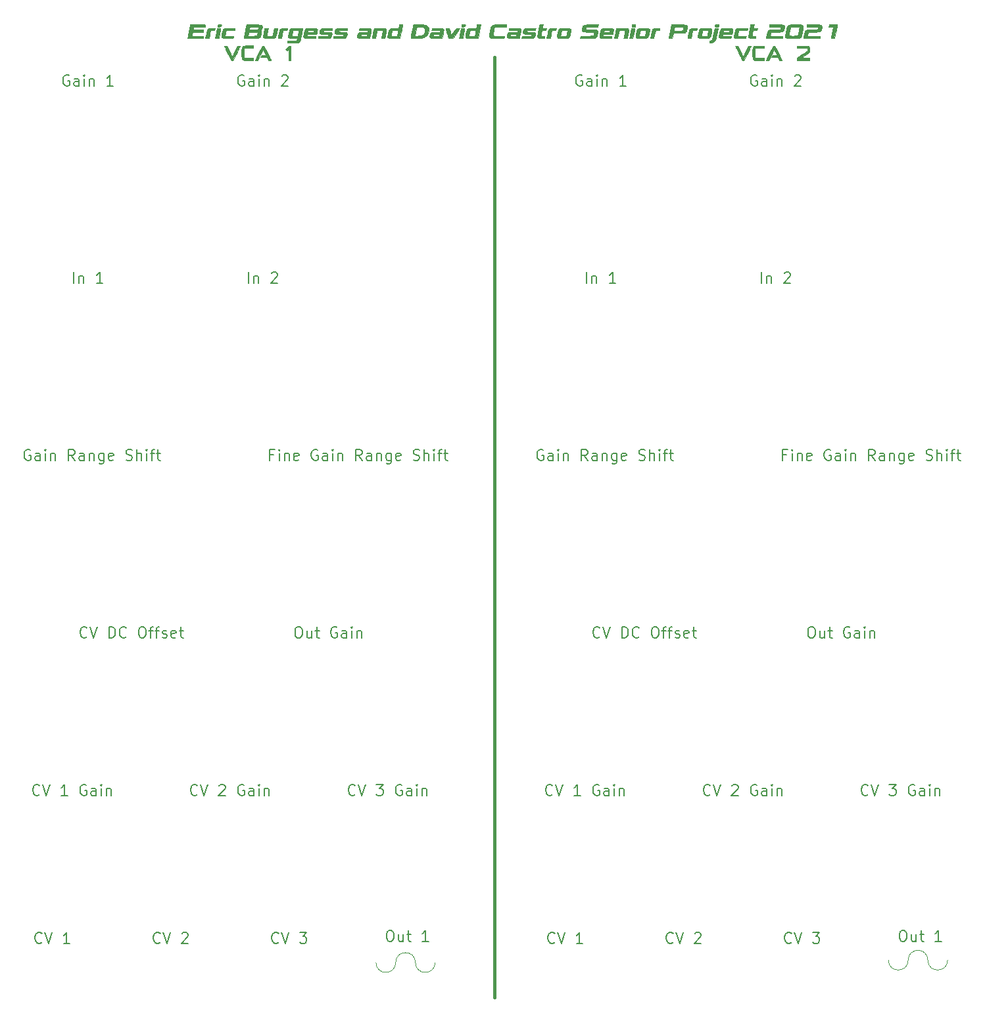
<source format=gto>
%TF.GenerationSoftware,KiCad,Pcbnew,(5.1.12)-1*%
%TF.CreationDate,2021-11-26T17:34:04-08:00*%
%TF.ProjectId,VCA Front Pannel,56434120-4672-46f6-9e74-2050616e6e65,rev?*%
%TF.SameCoordinates,Original*%
%TF.FileFunction,Legend,Top*%
%TF.FilePolarity,Positive*%
%FSLAX46Y46*%
G04 Gerber Fmt 4.6, Leading zero omitted, Abs format (unit mm)*
G04 Created by KiCad (PCBNEW (5.1.12)-1) date 2021-11-26 17:34:04*
%MOMM*%
%LPD*%
G01*
G04 APERTURE LIST*
%ADD10C,0.150000*%
%ADD11C,0.120000*%
%ADD12C,0.400000*%
%ADD13C,0.010000*%
G04 APERTURE END LIST*
D10*
X135150000Y-81180000D02*
X134683333Y-81180000D01*
X134683333Y-81913333D02*
X134683333Y-80513333D01*
X135350000Y-80513333D01*
X135883333Y-81913333D02*
X135883333Y-80980000D01*
X135883333Y-80513333D02*
X135816666Y-80580000D01*
X135883333Y-80646666D01*
X135950000Y-80580000D01*
X135883333Y-80513333D01*
X135883333Y-80646666D01*
X136550000Y-80980000D02*
X136550000Y-81913333D01*
X136550000Y-81113333D02*
X136616666Y-81046666D01*
X136750000Y-80980000D01*
X136950000Y-80980000D01*
X137083333Y-81046666D01*
X137150000Y-81180000D01*
X137150000Y-81913333D01*
X138350000Y-81846666D02*
X138216666Y-81913333D01*
X137950000Y-81913333D01*
X137816666Y-81846666D01*
X137750000Y-81713333D01*
X137750000Y-81180000D01*
X137816666Y-81046666D01*
X137950000Y-80980000D01*
X138216666Y-80980000D01*
X138350000Y-81046666D01*
X138416666Y-81180000D01*
X138416666Y-81313333D01*
X137750000Y-81446666D01*
X140816666Y-80580000D02*
X140683333Y-80513333D01*
X140483333Y-80513333D01*
X140283333Y-80580000D01*
X140150000Y-80713333D01*
X140083333Y-80846666D01*
X140016666Y-81113333D01*
X140016666Y-81313333D01*
X140083333Y-81580000D01*
X140150000Y-81713333D01*
X140283333Y-81846666D01*
X140483333Y-81913333D01*
X140616666Y-81913333D01*
X140816666Y-81846666D01*
X140883333Y-81780000D01*
X140883333Y-81313333D01*
X140616666Y-81313333D01*
X142083333Y-81913333D02*
X142083333Y-81180000D01*
X142016666Y-81046666D01*
X141883333Y-80980000D01*
X141616666Y-80980000D01*
X141483333Y-81046666D01*
X142083333Y-81846666D02*
X141950000Y-81913333D01*
X141616666Y-81913333D01*
X141483333Y-81846666D01*
X141416666Y-81713333D01*
X141416666Y-81580000D01*
X141483333Y-81446666D01*
X141616666Y-81380000D01*
X141950000Y-81380000D01*
X142083333Y-81313333D01*
X142750000Y-81913333D02*
X142750000Y-80980000D01*
X142750000Y-80513333D02*
X142683333Y-80580000D01*
X142750000Y-80646666D01*
X142816666Y-80580000D01*
X142750000Y-80513333D01*
X142750000Y-80646666D01*
X143416666Y-80980000D02*
X143416666Y-81913333D01*
X143416666Y-81113333D02*
X143483333Y-81046666D01*
X143616666Y-80980000D01*
X143816666Y-80980000D01*
X143950000Y-81046666D01*
X144016666Y-81180000D01*
X144016666Y-81913333D01*
X146550000Y-81913333D02*
X146083333Y-81246666D01*
X145750000Y-81913333D02*
X145750000Y-80513333D01*
X146283333Y-80513333D01*
X146416666Y-80580000D01*
X146483333Y-80646666D01*
X146550000Y-80780000D01*
X146550000Y-80980000D01*
X146483333Y-81113333D01*
X146416666Y-81180000D01*
X146283333Y-81246666D01*
X145750000Y-81246666D01*
X147750000Y-81913333D02*
X147750000Y-81180000D01*
X147683333Y-81046666D01*
X147550000Y-80980000D01*
X147283333Y-80980000D01*
X147150000Y-81046666D01*
X147750000Y-81846666D02*
X147616666Y-81913333D01*
X147283333Y-81913333D01*
X147150000Y-81846666D01*
X147083333Y-81713333D01*
X147083333Y-81580000D01*
X147150000Y-81446666D01*
X147283333Y-81380000D01*
X147616666Y-81380000D01*
X147750000Y-81313333D01*
X148416666Y-80980000D02*
X148416666Y-81913333D01*
X148416666Y-81113333D02*
X148483333Y-81046666D01*
X148616666Y-80980000D01*
X148816666Y-80980000D01*
X148950000Y-81046666D01*
X149016666Y-81180000D01*
X149016666Y-81913333D01*
X150283333Y-80980000D02*
X150283333Y-82113333D01*
X150216666Y-82246666D01*
X150150000Y-82313333D01*
X150016666Y-82380000D01*
X149816666Y-82380000D01*
X149683333Y-82313333D01*
X150283333Y-81846666D02*
X150150000Y-81913333D01*
X149883333Y-81913333D01*
X149750000Y-81846666D01*
X149683333Y-81780000D01*
X149616666Y-81646666D01*
X149616666Y-81246666D01*
X149683333Y-81113333D01*
X149750000Y-81046666D01*
X149883333Y-80980000D01*
X150150000Y-80980000D01*
X150283333Y-81046666D01*
X151483333Y-81846666D02*
X151350000Y-81913333D01*
X151083333Y-81913333D01*
X150950000Y-81846666D01*
X150883333Y-81713333D01*
X150883333Y-81180000D01*
X150950000Y-81046666D01*
X151083333Y-80980000D01*
X151350000Y-80980000D01*
X151483333Y-81046666D01*
X151550000Y-81180000D01*
X151550000Y-81313333D01*
X150883333Y-81446666D01*
X153150000Y-81846666D02*
X153350000Y-81913333D01*
X153683333Y-81913333D01*
X153816666Y-81846666D01*
X153883333Y-81780000D01*
X153950000Y-81646666D01*
X153950000Y-81513333D01*
X153883333Y-81380000D01*
X153816666Y-81313333D01*
X153683333Y-81246666D01*
X153416666Y-81180000D01*
X153283333Y-81113333D01*
X153216666Y-81046666D01*
X153150000Y-80913333D01*
X153150000Y-80780000D01*
X153216666Y-80646666D01*
X153283333Y-80580000D01*
X153416666Y-80513333D01*
X153750000Y-80513333D01*
X153950000Y-80580000D01*
X154550000Y-81913333D02*
X154550000Y-80513333D01*
X155150000Y-81913333D02*
X155150000Y-81180000D01*
X155083333Y-81046666D01*
X154950000Y-80980000D01*
X154750000Y-80980000D01*
X154616666Y-81046666D01*
X154550000Y-81113333D01*
X155816666Y-81913333D02*
X155816666Y-80980000D01*
X155816666Y-80513333D02*
X155750000Y-80580000D01*
X155816666Y-80646666D01*
X155883333Y-80580000D01*
X155816666Y-80513333D01*
X155816666Y-80646666D01*
X156283333Y-80980000D02*
X156816666Y-80980000D01*
X156483333Y-81913333D02*
X156483333Y-80713333D01*
X156550000Y-80580000D01*
X156683333Y-80513333D01*
X156816666Y-80513333D01*
X157083333Y-80980000D02*
X157616666Y-80980000D01*
X157283333Y-80513333D02*
X157283333Y-81713333D01*
X157350000Y-81846666D01*
X157483333Y-81913333D01*
X157616666Y-81913333D01*
X109433666Y-59053333D02*
X109433666Y-57653333D01*
X110100333Y-58120000D02*
X110100333Y-59053333D01*
X110100333Y-58253333D02*
X110167000Y-58186666D01*
X110300333Y-58120000D01*
X110500333Y-58120000D01*
X110633666Y-58186666D01*
X110700333Y-58320000D01*
X110700333Y-59053333D01*
X113167000Y-59053333D02*
X112367000Y-59053333D01*
X112767000Y-59053333D02*
X112767000Y-57653333D01*
X112633666Y-57853333D01*
X112500333Y-57986666D01*
X112367000Y-58053333D01*
X131946666Y-59053333D02*
X131946666Y-57653333D01*
X132613333Y-58120000D02*
X132613333Y-59053333D01*
X132613333Y-58253333D02*
X132680000Y-58186666D01*
X132813333Y-58120000D01*
X133013333Y-58120000D01*
X133146666Y-58186666D01*
X133213333Y-58320000D01*
X133213333Y-59053333D01*
X134880000Y-57786666D02*
X134946666Y-57720000D01*
X135080000Y-57653333D01*
X135413333Y-57653333D01*
X135546666Y-57720000D01*
X135613333Y-57786666D01*
X135680000Y-57920000D01*
X135680000Y-58053333D01*
X135613333Y-58253333D01*
X134813333Y-59053333D01*
X135680000Y-59053333D01*
X109433666Y-59053333D02*
X109433666Y-57653333D01*
X110100333Y-58120000D02*
X110100333Y-59053333D01*
X110100333Y-58253333D02*
X110167000Y-58186666D01*
X110300333Y-58120000D01*
X110500333Y-58120000D01*
X110633666Y-58186666D01*
X110700333Y-58320000D01*
X110700333Y-59053333D01*
X113167000Y-59053333D02*
X112367000Y-59053333D01*
X112767000Y-59053333D02*
X112767000Y-57653333D01*
X112633666Y-57853333D01*
X112500333Y-57986666D01*
X112367000Y-58053333D01*
X131946666Y-59053333D02*
X131946666Y-57653333D01*
X132613333Y-58120000D02*
X132613333Y-59053333D01*
X132613333Y-58253333D02*
X132680000Y-58186666D01*
X132813333Y-58120000D01*
X133013333Y-58120000D01*
X133146666Y-58186666D01*
X133213333Y-58320000D01*
X133213333Y-59053333D01*
X134880000Y-57786666D02*
X134946666Y-57720000D01*
X135080000Y-57653333D01*
X135413333Y-57653333D01*
X135546666Y-57720000D01*
X135613333Y-57786666D01*
X135680000Y-57920000D01*
X135680000Y-58053333D01*
X135613333Y-58253333D01*
X134813333Y-59053333D01*
X135680000Y-59053333D01*
X108833666Y-32320000D02*
X108700333Y-32253333D01*
X108500333Y-32253333D01*
X108300333Y-32320000D01*
X108167000Y-32453333D01*
X108100333Y-32586666D01*
X108033666Y-32853333D01*
X108033666Y-33053333D01*
X108100333Y-33320000D01*
X108167000Y-33453333D01*
X108300333Y-33586666D01*
X108500333Y-33653333D01*
X108633666Y-33653333D01*
X108833666Y-33586666D01*
X108900333Y-33520000D01*
X108900333Y-33053333D01*
X108633666Y-33053333D01*
X110100333Y-33653333D02*
X110100333Y-32920000D01*
X110033666Y-32786666D01*
X109900333Y-32720000D01*
X109633666Y-32720000D01*
X109500333Y-32786666D01*
X110100333Y-33586666D02*
X109967000Y-33653333D01*
X109633666Y-33653333D01*
X109500333Y-33586666D01*
X109433666Y-33453333D01*
X109433666Y-33320000D01*
X109500333Y-33186666D01*
X109633666Y-33120000D01*
X109967000Y-33120000D01*
X110100333Y-33053333D01*
X110767000Y-33653333D02*
X110767000Y-32720000D01*
X110767000Y-32253333D02*
X110700333Y-32320000D01*
X110767000Y-32386666D01*
X110833666Y-32320000D01*
X110767000Y-32253333D01*
X110767000Y-32386666D01*
X111433666Y-32720000D02*
X111433666Y-33653333D01*
X111433666Y-32853333D02*
X111500333Y-32786666D01*
X111633666Y-32720000D01*
X111833666Y-32720000D01*
X111967000Y-32786666D01*
X112033666Y-32920000D01*
X112033666Y-33653333D01*
X114500333Y-33653333D02*
X113700333Y-33653333D01*
X114100333Y-33653333D02*
X114100333Y-32253333D01*
X113967000Y-32453333D01*
X113833666Y-32586666D01*
X113700333Y-32653333D01*
X131346666Y-32320000D02*
X131213333Y-32253333D01*
X131013333Y-32253333D01*
X130813333Y-32320000D01*
X130680000Y-32453333D01*
X130613333Y-32586666D01*
X130546666Y-32853333D01*
X130546666Y-33053333D01*
X130613333Y-33320000D01*
X130680000Y-33453333D01*
X130813333Y-33586666D01*
X131013333Y-33653333D01*
X131146666Y-33653333D01*
X131346666Y-33586666D01*
X131413333Y-33520000D01*
X131413333Y-33053333D01*
X131146666Y-33053333D01*
X132613333Y-33653333D02*
X132613333Y-32920000D01*
X132546666Y-32786666D01*
X132413333Y-32720000D01*
X132146666Y-32720000D01*
X132013333Y-32786666D01*
X132613333Y-33586666D02*
X132480000Y-33653333D01*
X132146666Y-33653333D01*
X132013333Y-33586666D01*
X131946666Y-33453333D01*
X131946666Y-33320000D01*
X132013333Y-33186666D01*
X132146666Y-33120000D01*
X132480000Y-33120000D01*
X132613333Y-33053333D01*
X133280000Y-33653333D02*
X133280000Y-32720000D01*
X133280000Y-32253333D02*
X133213333Y-32320000D01*
X133280000Y-32386666D01*
X133346666Y-32320000D01*
X133280000Y-32253333D01*
X133280000Y-32386666D01*
X133946666Y-32720000D02*
X133946666Y-33653333D01*
X133946666Y-32853333D02*
X134013333Y-32786666D01*
X134146666Y-32720000D01*
X134346666Y-32720000D01*
X134480000Y-32786666D01*
X134546666Y-32920000D01*
X134546666Y-33653333D01*
X136213333Y-32386666D02*
X136280000Y-32320000D01*
X136413333Y-32253333D01*
X136746666Y-32253333D01*
X136880000Y-32320000D01*
X136946666Y-32386666D01*
X137013333Y-32520000D01*
X137013333Y-32653333D01*
X136946666Y-32853333D01*
X136146666Y-33653333D01*
X137013333Y-33653333D01*
X138240000Y-103373333D02*
X138506666Y-103373333D01*
X138640000Y-103440000D01*
X138773333Y-103573333D01*
X138840000Y-103840000D01*
X138840000Y-104306666D01*
X138773333Y-104573333D01*
X138640000Y-104706666D01*
X138506666Y-104773333D01*
X138240000Y-104773333D01*
X138106666Y-104706666D01*
X137973333Y-104573333D01*
X137906666Y-104306666D01*
X137906666Y-103840000D01*
X137973333Y-103573333D01*
X138106666Y-103440000D01*
X138240000Y-103373333D01*
X140040000Y-103840000D02*
X140040000Y-104773333D01*
X139440000Y-103840000D02*
X139440000Y-104573333D01*
X139506666Y-104706666D01*
X139640000Y-104773333D01*
X139840000Y-104773333D01*
X139973333Y-104706666D01*
X140040000Y-104640000D01*
X140506666Y-103840000D02*
X141040000Y-103840000D01*
X140706666Y-103373333D02*
X140706666Y-104573333D01*
X140773333Y-104706666D01*
X140906666Y-104773333D01*
X141040000Y-104773333D01*
X143306666Y-103440000D02*
X143173333Y-103373333D01*
X142973333Y-103373333D01*
X142773333Y-103440000D01*
X142640000Y-103573333D01*
X142573333Y-103706666D01*
X142506666Y-103973333D01*
X142506666Y-104173333D01*
X142573333Y-104440000D01*
X142640000Y-104573333D01*
X142773333Y-104706666D01*
X142973333Y-104773333D01*
X143106666Y-104773333D01*
X143306666Y-104706666D01*
X143373333Y-104640000D01*
X143373333Y-104173333D01*
X143106666Y-104173333D01*
X144573333Y-104773333D02*
X144573333Y-104040000D01*
X144506666Y-103906666D01*
X144373333Y-103840000D01*
X144106666Y-103840000D01*
X143973333Y-103906666D01*
X144573333Y-104706666D02*
X144440000Y-104773333D01*
X144106666Y-104773333D01*
X143973333Y-104706666D01*
X143906666Y-104573333D01*
X143906666Y-104440000D01*
X143973333Y-104306666D01*
X144106666Y-104240000D01*
X144440000Y-104240000D01*
X144573333Y-104173333D01*
X145240000Y-104773333D02*
X145240000Y-103840000D01*
X145240000Y-103373333D02*
X145173333Y-103440000D01*
X145240000Y-103506666D01*
X145306666Y-103440000D01*
X145240000Y-103373333D01*
X145240000Y-103506666D01*
X145906666Y-103840000D02*
X145906666Y-104773333D01*
X145906666Y-103973333D02*
X145973333Y-103906666D01*
X146106666Y-103840000D01*
X146306666Y-103840000D01*
X146440000Y-103906666D01*
X146506666Y-104040000D01*
X146506666Y-104773333D01*
X72200000Y-103373333D02*
X72466666Y-103373333D01*
X72600000Y-103440000D01*
X72733333Y-103573333D01*
X72800000Y-103840000D01*
X72800000Y-104306666D01*
X72733333Y-104573333D01*
X72600000Y-104706666D01*
X72466666Y-104773333D01*
X72200000Y-104773333D01*
X72066666Y-104706666D01*
X71933333Y-104573333D01*
X71866666Y-104306666D01*
X71866666Y-103840000D01*
X71933333Y-103573333D01*
X72066666Y-103440000D01*
X72200000Y-103373333D01*
X74000000Y-103840000D02*
X74000000Y-104773333D01*
X73400000Y-103840000D02*
X73400000Y-104573333D01*
X73466666Y-104706666D01*
X73600000Y-104773333D01*
X73800000Y-104773333D01*
X73933333Y-104706666D01*
X74000000Y-104640000D01*
X74466666Y-103840000D02*
X75000000Y-103840000D01*
X74666666Y-103373333D02*
X74666666Y-104573333D01*
X74733333Y-104706666D01*
X74866666Y-104773333D01*
X75000000Y-104773333D01*
X77266666Y-103440000D02*
X77133333Y-103373333D01*
X76933333Y-103373333D01*
X76733333Y-103440000D01*
X76600000Y-103573333D01*
X76533333Y-103706666D01*
X76466666Y-103973333D01*
X76466666Y-104173333D01*
X76533333Y-104440000D01*
X76600000Y-104573333D01*
X76733333Y-104706666D01*
X76933333Y-104773333D01*
X77066666Y-104773333D01*
X77266666Y-104706666D01*
X77333333Y-104640000D01*
X77333333Y-104173333D01*
X77066666Y-104173333D01*
X78533333Y-104773333D02*
X78533333Y-104040000D01*
X78466666Y-103906666D01*
X78333333Y-103840000D01*
X78066666Y-103840000D01*
X77933333Y-103906666D01*
X78533333Y-104706666D02*
X78400000Y-104773333D01*
X78066666Y-104773333D01*
X77933333Y-104706666D01*
X77866666Y-104573333D01*
X77866666Y-104440000D01*
X77933333Y-104306666D01*
X78066666Y-104240000D01*
X78400000Y-104240000D01*
X78533333Y-104173333D01*
X79200000Y-104773333D02*
X79200000Y-103840000D01*
X79200000Y-103373333D02*
X79133333Y-103440000D01*
X79200000Y-103506666D01*
X79266666Y-103440000D01*
X79200000Y-103373333D01*
X79200000Y-103506666D01*
X79866666Y-103840000D02*
X79866666Y-104773333D01*
X79866666Y-103973333D02*
X79933333Y-103906666D01*
X80066666Y-103840000D01*
X80266666Y-103840000D01*
X80400000Y-103906666D01*
X80466666Y-104040000D01*
X80466666Y-104773333D01*
X69753333Y-144010000D02*
X69686666Y-144076666D01*
X69486666Y-144143333D01*
X69353333Y-144143333D01*
X69153333Y-144076666D01*
X69020000Y-143943333D01*
X68953333Y-143810000D01*
X68886666Y-143543333D01*
X68886666Y-143343333D01*
X68953333Y-143076666D01*
X69020000Y-142943333D01*
X69153333Y-142810000D01*
X69353333Y-142743333D01*
X69486666Y-142743333D01*
X69686666Y-142810000D01*
X69753333Y-142876666D01*
X70153333Y-142743333D02*
X70620000Y-144143333D01*
X71086666Y-142743333D01*
X72486666Y-142743333D02*
X73353333Y-142743333D01*
X72886666Y-143276666D01*
X73086666Y-143276666D01*
X73220000Y-143343333D01*
X73286666Y-143410000D01*
X73353333Y-143543333D01*
X73353333Y-143876666D01*
X73286666Y-144010000D01*
X73220000Y-144076666D01*
X73086666Y-144143333D01*
X72686666Y-144143333D01*
X72553333Y-144076666D01*
X72486666Y-144010000D01*
D11*
X84840000Y-146630000D02*
G75*
G02*
X82300000Y-146630000I-1270000J0D01*
G01*
X84840000Y-146630000D02*
G75*
G02*
X87380000Y-146630000I1270000J0D01*
G01*
X89920000Y-146630000D02*
G75*
G02*
X87380000Y-146630000I-1270000J0D01*
G01*
X150820000Y-146330000D02*
G75*
G02*
X148280000Y-146330000I-1270000J0D01*
G01*
X150820000Y-146330000D02*
G75*
G02*
X153360000Y-146330000I1270000J0D01*
G01*
X155900000Y-146330000D02*
G75*
G02*
X153360000Y-146330000I-1270000J0D01*
G01*
D10*
X105020000Y-124960000D02*
X104953333Y-125026666D01*
X104753333Y-125093333D01*
X104620000Y-125093333D01*
X104420000Y-125026666D01*
X104286666Y-124893333D01*
X104220000Y-124760000D01*
X104153333Y-124493333D01*
X104153333Y-124293333D01*
X104220000Y-124026666D01*
X104286666Y-123893333D01*
X104420000Y-123760000D01*
X104620000Y-123693333D01*
X104753333Y-123693333D01*
X104953333Y-123760000D01*
X105020000Y-123826666D01*
X105420000Y-123693333D02*
X105886666Y-125093333D01*
X106353333Y-123693333D01*
X108620000Y-125093333D02*
X107820000Y-125093333D01*
X108220000Y-125093333D02*
X108220000Y-123693333D01*
X108086666Y-123893333D01*
X107953333Y-124026666D01*
X107820000Y-124093333D01*
X111020000Y-123760000D02*
X110886666Y-123693333D01*
X110686666Y-123693333D01*
X110486666Y-123760000D01*
X110353333Y-123893333D01*
X110286666Y-124026666D01*
X110220000Y-124293333D01*
X110220000Y-124493333D01*
X110286666Y-124760000D01*
X110353333Y-124893333D01*
X110486666Y-125026666D01*
X110686666Y-125093333D01*
X110820000Y-125093333D01*
X111020000Y-125026666D01*
X111086666Y-124960000D01*
X111086666Y-124493333D01*
X110820000Y-124493333D01*
X112286666Y-125093333D02*
X112286666Y-124360000D01*
X112220000Y-124226666D01*
X112086666Y-124160000D01*
X111820000Y-124160000D01*
X111686666Y-124226666D01*
X112286666Y-125026666D02*
X112153333Y-125093333D01*
X111820000Y-125093333D01*
X111686666Y-125026666D01*
X111620000Y-124893333D01*
X111620000Y-124760000D01*
X111686666Y-124626666D01*
X111820000Y-124560000D01*
X112153333Y-124560000D01*
X112286666Y-124493333D01*
X112953333Y-125093333D02*
X112953333Y-124160000D01*
X112953333Y-123693333D02*
X112886666Y-123760000D01*
X112953333Y-123826666D01*
X113020000Y-123760000D01*
X112953333Y-123693333D01*
X112953333Y-123826666D01*
X113620000Y-124160000D02*
X113620000Y-125093333D01*
X113620000Y-124293333D02*
X113686666Y-124226666D01*
X113820000Y-124160000D01*
X114020000Y-124160000D01*
X114153333Y-124226666D01*
X114220000Y-124360000D01*
X114220000Y-125093333D01*
X120553333Y-144010000D02*
X120486666Y-144076666D01*
X120286666Y-144143333D01*
X120153333Y-144143333D01*
X119953333Y-144076666D01*
X119820000Y-143943333D01*
X119753333Y-143810000D01*
X119686666Y-143543333D01*
X119686666Y-143343333D01*
X119753333Y-143076666D01*
X119820000Y-142943333D01*
X119953333Y-142810000D01*
X120153333Y-142743333D01*
X120286666Y-142743333D01*
X120486666Y-142810000D01*
X120553333Y-142876666D01*
X120953333Y-142743333D02*
X121420000Y-144143333D01*
X121886666Y-142743333D01*
X123353333Y-142876666D02*
X123420000Y-142810000D01*
X123553333Y-142743333D01*
X123886666Y-142743333D01*
X124020000Y-142810000D01*
X124086666Y-142876666D01*
X124153333Y-143010000D01*
X124153333Y-143143333D01*
X124086666Y-143343333D01*
X123286666Y-144143333D01*
X124153333Y-144143333D01*
X125340000Y-124960000D02*
X125273333Y-125026666D01*
X125073333Y-125093333D01*
X124940000Y-125093333D01*
X124740000Y-125026666D01*
X124606666Y-124893333D01*
X124540000Y-124760000D01*
X124473333Y-124493333D01*
X124473333Y-124293333D01*
X124540000Y-124026666D01*
X124606666Y-123893333D01*
X124740000Y-123760000D01*
X124940000Y-123693333D01*
X125073333Y-123693333D01*
X125273333Y-123760000D01*
X125340000Y-123826666D01*
X125740000Y-123693333D02*
X126206666Y-125093333D01*
X126673333Y-123693333D01*
X128140000Y-123826666D02*
X128206666Y-123760000D01*
X128340000Y-123693333D01*
X128673333Y-123693333D01*
X128806666Y-123760000D01*
X128873333Y-123826666D01*
X128940000Y-123960000D01*
X128940000Y-124093333D01*
X128873333Y-124293333D01*
X128073333Y-125093333D01*
X128940000Y-125093333D01*
X131340000Y-123760000D02*
X131206666Y-123693333D01*
X131006666Y-123693333D01*
X130806666Y-123760000D01*
X130673333Y-123893333D01*
X130606666Y-124026666D01*
X130540000Y-124293333D01*
X130540000Y-124493333D01*
X130606666Y-124760000D01*
X130673333Y-124893333D01*
X130806666Y-125026666D01*
X131006666Y-125093333D01*
X131140000Y-125093333D01*
X131340000Y-125026666D01*
X131406666Y-124960000D01*
X131406666Y-124493333D01*
X131140000Y-124493333D01*
X132606666Y-125093333D02*
X132606666Y-124360000D01*
X132540000Y-124226666D01*
X132406666Y-124160000D01*
X132140000Y-124160000D01*
X132006666Y-124226666D01*
X132606666Y-125026666D02*
X132473333Y-125093333D01*
X132140000Y-125093333D01*
X132006666Y-125026666D01*
X131940000Y-124893333D01*
X131940000Y-124760000D01*
X132006666Y-124626666D01*
X132140000Y-124560000D01*
X132473333Y-124560000D01*
X132606666Y-124493333D01*
X133273333Y-125093333D02*
X133273333Y-124160000D01*
X133273333Y-123693333D02*
X133206666Y-123760000D01*
X133273333Y-123826666D01*
X133340000Y-123760000D01*
X133273333Y-123693333D01*
X133273333Y-123826666D01*
X133940000Y-124160000D02*
X133940000Y-125093333D01*
X133940000Y-124293333D02*
X134006666Y-124226666D01*
X134140000Y-124160000D01*
X134340000Y-124160000D01*
X134473333Y-124226666D01*
X134540000Y-124360000D01*
X134540000Y-125093333D01*
X135793333Y-144010000D02*
X135726666Y-144076666D01*
X135526666Y-144143333D01*
X135393333Y-144143333D01*
X135193333Y-144076666D01*
X135060000Y-143943333D01*
X134993333Y-143810000D01*
X134926666Y-143543333D01*
X134926666Y-143343333D01*
X134993333Y-143076666D01*
X135060000Y-142943333D01*
X135193333Y-142810000D01*
X135393333Y-142743333D01*
X135526666Y-142743333D01*
X135726666Y-142810000D01*
X135793333Y-142876666D01*
X136193333Y-142743333D02*
X136660000Y-144143333D01*
X137126666Y-142743333D01*
X138526666Y-142743333D02*
X139393333Y-142743333D01*
X138926666Y-143276666D01*
X139126666Y-143276666D01*
X139260000Y-143343333D01*
X139326666Y-143410000D01*
X139393333Y-143543333D01*
X139393333Y-143876666D01*
X139326666Y-144010000D01*
X139260000Y-144076666D01*
X139126666Y-144143333D01*
X138726666Y-144143333D01*
X138593333Y-144076666D01*
X138526666Y-144010000D01*
X145660000Y-124960000D02*
X145593333Y-125026666D01*
X145393333Y-125093333D01*
X145260000Y-125093333D01*
X145060000Y-125026666D01*
X144926666Y-124893333D01*
X144860000Y-124760000D01*
X144793333Y-124493333D01*
X144793333Y-124293333D01*
X144860000Y-124026666D01*
X144926666Y-123893333D01*
X145060000Y-123760000D01*
X145260000Y-123693333D01*
X145393333Y-123693333D01*
X145593333Y-123760000D01*
X145660000Y-123826666D01*
X146060000Y-123693333D02*
X146526666Y-125093333D01*
X146993333Y-123693333D01*
X148393333Y-123693333D02*
X149260000Y-123693333D01*
X148793333Y-124226666D01*
X148993333Y-124226666D01*
X149126666Y-124293333D01*
X149193333Y-124360000D01*
X149260000Y-124493333D01*
X149260000Y-124826666D01*
X149193333Y-124960000D01*
X149126666Y-125026666D01*
X148993333Y-125093333D01*
X148593333Y-125093333D01*
X148460000Y-125026666D01*
X148393333Y-124960000D01*
X151660000Y-123760000D02*
X151526666Y-123693333D01*
X151326666Y-123693333D01*
X151126666Y-123760000D01*
X150993333Y-123893333D01*
X150926666Y-124026666D01*
X150860000Y-124293333D01*
X150860000Y-124493333D01*
X150926666Y-124760000D01*
X150993333Y-124893333D01*
X151126666Y-125026666D01*
X151326666Y-125093333D01*
X151460000Y-125093333D01*
X151660000Y-125026666D01*
X151726666Y-124960000D01*
X151726666Y-124493333D01*
X151460000Y-124493333D01*
X152926666Y-125093333D02*
X152926666Y-124360000D01*
X152860000Y-124226666D01*
X152726666Y-124160000D01*
X152460000Y-124160000D01*
X152326666Y-124226666D01*
X152926666Y-125026666D02*
X152793333Y-125093333D01*
X152460000Y-125093333D01*
X152326666Y-125026666D01*
X152260000Y-124893333D01*
X152260000Y-124760000D01*
X152326666Y-124626666D01*
X152460000Y-124560000D01*
X152793333Y-124560000D01*
X152926666Y-124493333D01*
X153593333Y-125093333D02*
X153593333Y-124160000D01*
X153593333Y-123693333D02*
X153526666Y-123760000D01*
X153593333Y-123826666D01*
X153660000Y-123760000D01*
X153593333Y-123693333D01*
X153593333Y-123826666D01*
X154260000Y-124160000D02*
X154260000Y-125093333D01*
X154260000Y-124293333D02*
X154326666Y-124226666D01*
X154460000Y-124160000D01*
X154660000Y-124160000D01*
X154793333Y-124226666D01*
X154860000Y-124360000D01*
X154860000Y-125093333D01*
X103826666Y-80580000D02*
X103693333Y-80513333D01*
X103493333Y-80513333D01*
X103293333Y-80580000D01*
X103160000Y-80713333D01*
X103093333Y-80846666D01*
X103026666Y-81113333D01*
X103026666Y-81313333D01*
X103093333Y-81580000D01*
X103160000Y-81713333D01*
X103293333Y-81846666D01*
X103493333Y-81913333D01*
X103626666Y-81913333D01*
X103826666Y-81846666D01*
X103893333Y-81780000D01*
X103893333Y-81313333D01*
X103626666Y-81313333D01*
X105093333Y-81913333D02*
X105093333Y-81180000D01*
X105026666Y-81046666D01*
X104893333Y-80980000D01*
X104626666Y-80980000D01*
X104493333Y-81046666D01*
X105093333Y-81846666D02*
X104960000Y-81913333D01*
X104626666Y-81913333D01*
X104493333Y-81846666D01*
X104426666Y-81713333D01*
X104426666Y-81580000D01*
X104493333Y-81446666D01*
X104626666Y-81380000D01*
X104960000Y-81380000D01*
X105093333Y-81313333D01*
X105760000Y-81913333D02*
X105760000Y-80980000D01*
X105760000Y-80513333D02*
X105693333Y-80580000D01*
X105760000Y-80646666D01*
X105826666Y-80580000D01*
X105760000Y-80513333D01*
X105760000Y-80646666D01*
X106426666Y-80980000D02*
X106426666Y-81913333D01*
X106426666Y-81113333D02*
X106493333Y-81046666D01*
X106626666Y-80980000D01*
X106826666Y-80980000D01*
X106960000Y-81046666D01*
X107026666Y-81180000D01*
X107026666Y-81913333D01*
X109560000Y-81913333D02*
X109093333Y-81246666D01*
X108760000Y-81913333D02*
X108760000Y-80513333D01*
X109293333Y-80513333D01*
X109426666Y-80580000D01*
X109493333Y-80646666D01*
X109560000Y-80780000D01*
X109560000Y-80980000D01*
X109493333Y-81113333D01*
X109426666Y-81180000D01*
X109293333Y-81246666D01*
X108760000Y-81246666D01*
X110760000Y-81913333D02*
X110760000Y-81180000D01*
X110693333Y-81046666D01*
X110560000Y-80980000D01*
X110293333Y-80980000D01*
X110160000Y-81046666D01*
X110760000Y-81846666D02*
X110626666Y-81913333D01*
X110293333Y-81913333D01*
X110160000Y-81846666D01*
X110093333Y-81713333D01*
X110093333Y-81580000D01*
X110160000Y-81446666D01*
X110293333Y-81380000D01*
X110626666Y-81380000D01*
X110760000Y-81313333D01*
X111426666Y-80980000D02*
X111426666Y-81913333D01*
X111426666Y-81113333D02*
X111493333Y-81046666D01*
X111626666Y-80980000D01*
X111826666Y-80980000D01*
X111960000Y-81046666D01*
X112026666Y-81180000D01*
X112026666Y-81913333D01*
X113293333Y-80980000D02*
X113293333Y-82113333D01*
X113226666Y-82246666D01*
X113160000Y-82313333D01*
X113026666Y-82380000D01*
X112826666Y-82380000D01*
X112693333Y-82313333D01*
X113293333Y-81846666D02*
X113160000Y-81913333D01*
X112893333Y-81913333D01*
X112760000Y-81846666D01*
X112693333Y-81780000D01*
X112626666Y-81646666D01*
X112626666Y-81246666D01*
X112693333Y-81113333D01*
X112760000Y-81046666D01*
X112893333Y-80980000D01*
X113160000Y-80980000D01*
X113293333Y-81046666D01*
X114493333Y-81846666D02*
X114360000Y-81913333D01*
X114093333Y-81913333D01*
X113960000Y-81846666D01*
X113893333Y-81713333D01*
X113893333Y-81180000D01*
X113960000Y-81046666D01*
X114093333Y-80980000D01*
X114360000Y-80980000D01*
X114493333Y-81046666D01*
X114560000Y-81180000D01*
X114560000Y-81313333D01*
X113893333Y-81446666D01*
X116160000Y-81846666D02*
X116360000Y-81913333D01*
X116693333Y-81913333D01*
X116826666Y-81846666D01*
X116893333Y-81780000D01*
X116960000Y-81646666D01*
X116960000Y-81513333D01*
X116893333Y-81380000D01*
X116826666Y-81313333D01*
X116693333Y-81246666D01*
X116426666Y-81180000D01*
X116293333Y-81113333D01*
X116226666Y-81046666D01*
X116160000Y-80913333D01*
X116160000Y-80780000D01*
X116226666Y-80646666D01*
X116293333Y-80580000D01*
X116426666Y-80513333D01*
X116760000Y-80513333D01*
X116960000Y-80580000D01*
X117560000Y-81913333D02*
X117560000Y-80513333D01*
X118160000Y-81913333D02*
X118160000Y-81180000D01*
X118093333Y-81046666D01*
X117960000Y-80980000D01*
X117760000Y-80980000D01*
X117626666Y-81046666D01*
X117560000Y-81113333D01*
X118826666Y-81913333D02*
X118826666Y-80980000D01*
X118826666Y-80513333D02*
X118760000Y-80580000D01*
X118826666Y-80646666D01*
X118893333Y-80580000D01*
X118826666Y-80513333D01*
X118826666Y-80646666D01*
X119293333Y-80980000D02*
X119826666Y-80980000D01*
X119493333Y-81913333D02*
X119493333Y-80713333D01*
X119560000Y-80580000D01*
X119693333Y-80513333D01*
X119826666Y-80513333D01*
X120093333Y-80980000D02*
X120626666Y-80980000D01*
X120293333Y-80513333D02*
X120293333Y-81713333D01*
X120360000Y-81846666D01*
X120493333Y-81913333D01*
X120626666Y-81913333D01*
X150033333Y-142489333D02*
X150300000Y-142489333D01*
X150433333Y-142556000D01*
X150566666Y-142689333D01*
X150633333Y-142956000D01*
X150633333Y-143422666D01*
X150566666Y-143689333D01*
X150433333Y-143822666D01*
X150300000Y-143889333D01*
X150033333Y-143889333D01*
X149900000Y-143822666D01*
X149766666Y-143689333D01*
X149700000Y-143422666D01*
X149700000Y-142956000D01*
X149766666Y-142689333D01*
X149900000Y-142556000D01*
X150033333Y-142489333D01*
X151833333Y-142956000D02*
X151833333Y-143889333D01*
X151233333Y-142956000D02*
X151233333Y-143689333D01*
X151300000Y-143822666D01*
X151433333Y-143889333D01*
X151633333Y-143889333D01*
X151766666Y-143822666D01*
X151833333Y-143756000D01*
X152300000Y-142956000D02*
X152833333Y-142956000D01*
X152500000Y-142489333D02*
X152500000Y-143689333D01*
X152566666Y-143822666D01*
X152700000Y-143889333D01*
X152833333Y-143889333D01*
X155100000Y-143889333D02*
X154300000Y-143889333D01*
X154700000Y-143889333D02*
X154700000Y-142489333D01*
X154566666Y-142689333D01*
X154433333Y-142822666D01*
X154300000Y-142889333D01*
X105313333Y-144010000D02*
X105246666Y-144076666D01*
X105046666Y-144143333D01*
X104913333Y-144143333D01*
X104713333Y-144076666D01*
X104580000Y-143943333D01*
X104513333Y-143810000D01*
X104446666Y-143543333D01*
X104446666Y-143343333D01*
X104513333Y-143076666D01*
X104580000Y-142943333D01*
X104713333Y-142810000D01*
X104913333Y-142743333D01*
X105046666Y-142743333D01*
X105246666Y-142810000D01*
X105313333Y-142876666D01*
X105713333Y-142743333D02*
X106180000Y-144143333D01*
X106646666Y-142743333D01*
X108913333Y-144143333D02*
X108113333Y-144143333D01*
X108513333Y-144143333D02*
X108513333Y-142743333D01*
X108380000Y-142943333D01*
X108246666Y-143076666D01*
X108113333Y-143143333D01*
X111106666Y-104640000D02*
X111040000Y-104706666D01*
X110840000Y-104773333D01*
X110706666Y-104773333D01*
X110506666Y-104706666D01*
X110373333Y-104573333D01*
X110306666Y-104440000D01*
X110240000Y-104173333D01*
X110240000Y-103973333D01*
X110306666Y-103706666D01*
X110373333Y-103573333D01*
X110506666Y-103440000D01*
X110706666Y-103373333D01*
X110840000Y-103373333D01*
X111040000Y-103440000D01*
X111106666Y-103506666D01*
X111506666Y-103373333D02*
X111973333Y-104773333D01*
X112440000Y-103373333D01*
X113973333Y-104773333D02*
X113973333Y-103373333D01*
X114306666Y-103373333D01*
X114506666Y-103440000D01*
X114640000Y-103573333D01*
X114706666Y-103706666D01*
X114773333Y-103973333D01*
X114773333Y-104173333D01*
X114706666Y-104440000D01*
X114640000Y-104573333D01*
X114506666Y-104706666D01*
X114306666Y-104773333D01*
X113973333Y-104773333D01*
X116173333Y-104640000D02*
X116106666Y-104706666D01*
X115906666Y-104773333D01*
X115773333Y-104773333D01*
X115573333Y-104706666D01*
X115440000Y-104573333D01*
X115373333Y-104440000D01*
X115306666Y-104173333D01*
X115306666Y-103973333D01*
X115373333Y-103706666D01*
X115440000Y-103573333D01*
X115573333Y-103440000D01*
X115773333Y-103373333D01*
X115906666Y-103373333D01*
X116106666Y-103440000D01*
X116173333Y-103506666D01*
X118106666Y-103373333D02*
X118373333Y-103373333D01*
X118506666Y-103440000D01*
X118640000Y-103573333D01*
X118706666Y-103840000D01*
X118706666Y-104306666D01*
X118640000Y-104573333D01*
X118506666Y-104706666D01*
X118373333Y-104773333D01*
X118106666Y-104773333D01*
X117973333Y-104706666D01*
X117840000Y-104573333D01*
X117773333Y-104306666D01*
X117773333Y-103840000D01*
X117840000Y-103573333D01*
X117973333Y-103440000D01*
X118106666Y-103373333D01*
X119106666Y-103840000D02*
X119640000Y-103840000D01*
X119306666Y-104773333D02*
X119306666Y-103573333D01*
X119373333Y-103440000D01*
X119506666Y-103373333D01*
X119640000Y-103373333D01*
X119906666Y-103840000D02*
X120440000Y-103840000D01*
X120106666Y-104773333D02*
X120106666Y-103573333D01*
X120173333Y-103440000D01*
X120306666Y-103373333D01*
X120440000Y-103373333D01*
X120840000Y-104706666D02*
X120973333Y-104773333D01*
X121240000Y-104773333D01*
X121373333Y-104706666D01*
X121440000Y-104573333D01*
X121440000Y-104506666D01*
X121373333Y-104373333D01*
X121240000Y-104306666D01*
X121040000Y-104306666D01*
X120906666Y-104240000D01*
X120840000Y-104106666D01*
X120840000Y-104040000D01*
X120906666Y-103906666D01*
X121040000Y-103840000D01*
X121240000Y-103840000D01*
X121373333Y-103906666D01*
X122573333Y-104706666D02*
X122440000Y-104773333D01*
X122173333Y-104773333D01*
X122040000Y-104706666D01*
X121973333Y-104573333D01*
X121973333Y-104040000D01*
X122040000Y-103906666D01*
X122173333Y-103840000D01*
X122440000Y-103840000D01*
X122573333Y-103906666D01*
X122640000Y-104040000D01*
X122640000Y-104173333D01*
X121973333Y-104306666D01*
X123040000Y-103840000D02*
X123573333Y-103840000D01*
X123240000Y-103373333D02*
X123240000Y-104573333D01*
X123306666Y-104706666D01*
X123440000Y-104773333D01*
X123573333Y-104773333D01*
X65306666Y-32320000D02*
X65173333Y-32253333D01*
X64973333Y-32253333D01*
X64773333Y-32320000D01*
X64640000Y-32453333D01*
X64573333Y-32586666D01*
X64506666Y-32853333D01*
X64506666Y-33053333D01*
X64573333Y-33320000D01*
X64640000Y-33453333D01*
X64773333Y-33586666D01*
X64973333Y-33653333D01*
X65106666Y-33653333D01*
X65306666Y-33586666D01*
X65373333Y-33520000D01*
X65373333Y-33053333D01*
X65106666Y-33053333D01*
X66573333Y-33653333D02*
X66573333Y-32920000D01*
X66506666Y-32786666D01*
X66373333Y-32720000D01*
X66106666Y-32720000D01*
X65973333Y-32786666D01*
X66573333Y-33586666D02*
X66440000Y-33653333D01*
X66106666Y-33653333D01*
X65973333Y-33586666D01*
X65906666Y-33453333D01*
X65906666Y-33320000D01*
X65973333Y-33186666D01*
X66106666Y-33120000D01*
X66440000Y-33120000D01*
X66573333Y-33053333D01*
X67240000Y-33653333D02*
X67240000Y-32720000D01*
X67240000Y-32253333D02*
X67173333Y-32320000D01*
X67240000Y-32386666D01*
X67306666Y-32320000D01*
X67240000Y-32253333D01*
X67240000Y-32386666D01*
X67906666Y-32720000D02*
X67906666Y-33653333D01*
X67906666Y-32853333D02*
X67973333Y-32786666D01*
X68106666Y-32720000D01*
X68306666Y-32720000D01*
X68440000Y-32786666D01*
X68506666Y-32920000D01*
X68506666Y-33653333D01*
X70173333Y-32386666D02*
X70240000Y-32320000D01*
X70373333Y-32253333D01*
X70706666Y-32253333D01*
X70840000Y-32320000D01*
X70906666Y-32386666D01*
X70973333Y-32520000D01*
X70973333Y-32653333D01*
X70906666Y-32853333D01*
X70106666Y-33653333D01*
X70973333Y-33653333D01*
X42793666Y-32320000D02*
X42660333Y-32253333D01*
X42460333Y-32253333D01*
X42260333Y-32320000D01*
X42127000Y-32453333D01*
X42060333Y-32586666D01*
X41993666Y-32853333D01*
X41993666Y-33053333D01*
X42060333Y-33320000D01*
X42127000Y-33453333D01*
X42260333Y-33586666D01*
X42460333Y-33653333D01*
X42593666Y-33653333D01*
X42793666Y-33586666D01*
X42860333Y-33520000D01*
X42860333Y-33053333D01*
X42593666Y-33053333D01*
X44060333Y-33653333D02*
X44060333Y-32920000D01*
X43993666Y-32786666D01*
X43860333Y-32720000D01*
X43593666Y-32720000D01*
X43460333Y-32786666D01*
X44060333Y-33586666D02*
X43927000Y-33653333D01*
X43593666Y-33653333D01*
X43460333Y-33586666D01*
X43393666Y-33453333D01*
X43393666Y-33320000D01*
X43460333Y-33186666D01*
X43593666Y-33120000D01*
X43927000Y-33120000D01*
X44060333Y-33053333D01*
X44727000Y-33653333D02*
X44727000Y-32720000D01*
X44727000Y-32253333D02*
X44660333Y-32320000D01*
X44727000Y-32386666D01*
X44793666Y-32320000D01*
X44727000Y-32253333D01*
X44727000Y-32386666D01*
X45393666Y-32720000D02*
X45393666Y-33653333D01*
X45393666Y-32853333D02*
X45460333Y-32786666D01*
X45593666Y-32720000D01*
X45793666Y-32720000D01*
X45927000Y-32786666D01*
X45993666Y-32920000D01*
X45993666Y-33653333D01*
X48460333Y-33653333D02*
X47660333Y-33653333D01*
X48060333Y-33653333D02*
X48060333Y-32253333D01*
X47927000Y-32453333D01*
X47793666Y-32586666D01*
X47660333Y-32653333D01*
X65906666Y-59053333D02*
X65906666Y-57653333D01*
X66573333Y-58120000D02*
X66573333Y-59053333D01*
X66573333Y-58253333D02*
X66640000Y-58186666D01*
X66773333Y-58120000D01*
X66973333Y-58120000D01*
X67106666Y-58186666D01*
X67173333Y-58320000D01*
X67173333Y-59053333D01*
X68840000Y-57786666D02*
X68906666Y-57720000D01*
X69040000Y-57653333D01*
X69373333Y-57653333D01*
X69506666Y-57720000D01*
X69573333Y-57786666D01*
X69640000Y-57920000D01*
X69640000Y-58053333D01*
X69573333Y-58253333D01*
X68773333Y-59053333D01*
X69640000Y-59053333D01*
X59300000Y-124960000D02*
X59233333Y-125026666D01*
X59033333Y-125093333D01*
X58900000Y-125093333D01*
X58700000Y-125026666D01*
X58566666Y-124893333D01*
X58500000Y-124760000D01*
X58433333Y-124493333D01*
X58433333Y-124293333D01*
X58500000Y-124026666D01*
X58566666Y-123893333D01*
X58700000Y-123760000D01*
X58900000Y-123693333D01*
X59033333Y-123693333D01*
X59233333Y-123760000D01*
X59300000Y-123826666D01*
X59700000Y-123693333D02*
X60166666Y-125093333D01*
X60633333Y-123693333D01*
X62100000Y-123826666D02*
X62166666Y-123760000D01*
X62300000Y-123693333D01*
X62633333Y-123693333D01*
X62766666Y-123760000D01*
X62833333Y-123826666D01*
X62900000Y-123960000D01*
X62900000Y-124093333D01*
X62833333Y-124293333D01*
X62033333Y-125093333D01*
X62900000Y-125093333D01*
X65300000Y-123760000D02*
X65166666Y-123693333D01*
X64966666Y-123693333D01*
X64766666Y-123760000D01*
X64633333Y-123893333D01*
X64566666Y-124026666D01*
X64500000Y-124293333D01*
X64500000Y-124493333D01*
X64566666Y-124760000D01*
X64633333Y-124893333D01*
X64766666Y-125026666D01*
X64966666Y-125093333D01*
X65100000Y-125093333D01*
X65300000Y-125026666D01*
X65366666Y-124960000D01*
X65366666Y-124493333D01*
X65100000Y-124493333D01*
X66566666Y-125093333D02*
X66566666Y-124360000D01*
X66500000Y-124226666D01*
X66366666Y-124160000D01*
X66100000Y-124160000D01*
X65966666Y-124226666D01*
X66566666Y-125026666D02*
X66433333Y-125093333D01*
X66100000Y-125093333D01*
X65966666Y-125026666D01*
X65900000Y-124893333D01*
X65900000Y-124760000D01*
X65966666Y-124626666D01*
X66100000Y-124560000D01*
X66433333Y-124560000D01*
X66566666Y-124493333D01*
X67233333Y-125093333D02*
X67233333Y-124160000D01*
X67233333Y-123693333D02*
X67166666Y-123760000D01*
X67233333Y-123826666D01*
X67300000Y-123760000D01*
X67233333Y-123693333D01*
X67233333Y-123826666D01*
X67900000Y-124160000D02*
X67900000Y-125093333D01*
X67900000Y-124293333D02*
X67966666Y-124226666D01*
X68100000Y-124160000D01*
X68300000Y-124160000D01*
X68433333Y-124226666D01*
X68500000Y-124360000D01*
X68500000Y-125093333D01*
X43393666Y-59053333D02*
X43393666Y-57653333D01*
X44060333Y-58120000D02*
X44060333Y-59053333D01*
X44060333Y-58253333D02*
X44127000Y-58186666D01*
X44260333Y-58120000D01*
X44460333Y-58120000D01*
X44593666Y-58186666D01*
X44660333Y-58320000D01*
X44660333Y-59053333D01*
X47127000Y-59053333D02*
X46327000Y-59053333D01*
X46727000Y-59053333D02*
X46727000Y-57653333D01*
X46593666Y-57853333D01*
X46460333Y-57986666D01*
X46327000Y-58053333D01*
X79620000Y-124960000D02*
X79553333Y-125026666D01*
X79353333Y-125093333D01*
X79220000Y-125093333D01*
X79020000Y-125026666D01*
X78886666Y-124893333D01*
X78820000Y-124760000D01*
X78753333Y-124493333D01*
X78753333Y-124293333D01*
X78820000Y-124026666D01*
X78886666Y-123893333D01*
X79020000Y-123760000D01*
X79220000Y-123693333D01*
X79353333Y-123693333D01*
X79553333Y-123760000D01*
X79620000Y-123826666D01*
X80020000Y-123693333D02*
X80486666Y-125093333D01*
X80953333Y-123693333D01*
X82353333Y-123693333D02*
X83220000Y-123693333D01*
X82753333Y-124226666D01*
X82953333Y-124226666D01*
X83086666Y-124293333D01*
X83153333Y-124360000D01*
X83220000Y-124493333D01*
X83220000Y-124826666D01*
X83153333Y-124960000D01*
X83086666Y-125026666D01*
X82953333Y-125093333D01*
X82553333Y-125093333D01*
X82420000Y-125026666D01*
X82353333Y-124960000D01*
X85620000Y-123760000D02*
X85486666Y-123693333D01*
X85286666Y-123693333D01*
X85086666Y-123760000D01*
X84953333Y-123893333D01*
X84886666Y-124026666D01*
X84820000Y-124293333D01*
X84820000Y-124493333D01*
X84886666Y-124760000D01*
X84953333Y-124893333D01*
X85086666Y-125026666D01*
X85286666Y-125093333D01*
X85420000Y-125093333D01*
X85620000Y-125026666D01*
X85686666Y-124960000D01*
X85686666Y-124493333D01*
X85420000Y-124493333D01*
X86886666Y-125093333D02*
X86886666Y-124360000D01*
X86820000Y-124226666D01*
X86686666Y-124160000D01*
X86420000Y-124160000D01*
X86286666Y-124226666D01*
X86886666Y-125026666D02*
X86753333Y-125093333D01*
X86420000Y-125093333D01*
X86286666Y-125026666D01*
X86220000Y-124893333D01*
X86220000Y-124760000D01*
X86286666Y-124626666D01*
X86420000Y-124560000D01*
X86753333Y-124560000D01*
X86886666Y-124493333D01*
X87553333Y-125093333D02*
X87553333Y-124160000D01*
X87553333Y-123693333D02*
X87486666Y-123760000D01*
X87553333Y-123826666D01*
X87620000Y-123760000D01*
X87553333Y-123693333D01*
X87553333Y-123826666D01*
X88220000Y-124160000D02*
X88220000Y-125093333D01*
X88220000Y-124293333D02*
X88286666Y-124226666D01*
X88420000Y-124160000D01*
X88620000Y-124160000D01*
X88753333Y-124226666D01*
X88820000Y-124360000D01*
X88820000Y-125093333D01*
X69110000Y-81180000D02*
X68643333Y-81180000D01*
X68643333Y-81913333D02*
X68643333Y-80513333D01*
X69310000Y-80513333D01*
X69843333Y-81913333D02*
X69843333Y-80980000D01*
X69843333Y-80513333D02*
X69776666Y-80580000D01*
X69843333Y-80646666D01*
X69910000Y-80580000D01*
X69843333Y-80513333D01*
X69843333Y-80646666D01*
X70510000Y-80980000D02*
X70510000Y-81913333D01*
X70510000Y-81113333D02*
X70576666Y-81046666D01*
X70710000Y-80980000D01*
X70910000Y-80980000D01*
X71043333Y-81046666D01*
X71110000Y-81180000D01*
X71110000Y-81913333D01*
X72310000Y-81846666D02*
X72176666Y-81913333D01*
X71910000Y-81913333D01*
X71776666Y-81846666D01*
X71710000Y-81713333D01*
X71710000Y-81180000D01*
X71776666Y-81046666D01*
X71910000Y-80980000D01*
X72176666Y-80980000D01*
X72310000Y-81046666D01*
X72376666Y-81180000D01*
X72376666Y-81313333D01*
X71710000Y-81446666D01*
X74776666Y-80580000D02*
X74643333Y-80513333D01*
X74443333Y-80513333D01*
X74243333Y-80580000D01*
X74110000Y-80713333D01*
X74043333Y-80846666D01*
X73976666Y-81113333D01*
X73976666Y-81313333D01*
X74043333Y-81580000D01*
X74110000Y-81713333D01*
X74243333Y-81846666D01*
X74443333Y-81913333D01*
X74576666Y-81913333D01*
X74776666Y-81846666D01*
X74843333Y-81780000D01*
X74843333Y-81313333D01*
X74576666Y-81313333D01*
X76043333Y-81913333D02*
X76043333Y-81180000D01*
X75976666Y-81046666D01*
X75843333Y-80980000D01*
X75576666Y-80980000D01*
X75443333Y-81046666D01*
X76043333Y-81846666D02*
X75910000Y-81913333D01*
X75576666Y-81913333D01*
X75443333Y-81846666D01*
X75376666Y-81713333D01*
X75376666Y-81580000D01*
X75443333Y-81446666D01*
X75576666Y-81380000D01*
X75910000Y-81380000D01*
X76043333Y-81313333D01*
X76710000Y-81913333D02*
X76710000Y-80980000D01*
X76710000Y-80513333D02*
X76643333Y-80580000D01*
X76710000Y-80646666D01*
X76776666Y-80580000D01*
X76710000Y-80513333D01*
X76710000Y-80646666D01*
X77376666Y-80980000D02*
X77376666Y-81913333D01*
X77376666Y-81113333D02*
X77443333Y-81046666D01*
X77576666Y-80980000D01*
X77776666Y-80980000D01*
X77910000Y-81046666D01*
X77976666Y-81180000D01*
X77976666Y-81913333D01*
X80510000Y-81913333D02*
X80043333Y-81246666D01*
X79710000Y-81913333D02*
X79710000Y-80513333D01*
X80243333Y-80513333D01*
X80376666Y-80580000D01*
X80443333Y-80646666D01*
X80510000Y-80780000D01*
X80510000Y-80980000D01*
X80443333Y-81113333D01*
X80376666Y-81180000D01*
X80243333Y-81246666D01*
X79710000Y-81246666D01*
X81710000Y-81913333D02*
X81710000Y-81180000D01*
X81643333Y-81046666D01*
X81510000Y-80980000D01*
X81243333Y-80980000D01*
X81110000Y-81046666D01*
X81710000Y-81846666D02*
X81576666Y-81913333D01*
X81243333Y-81913333D01*
X81110000Y-81846666D01*
X81043333Y-81713333D01*
X81043333Y-81580000D01*
X81110000Y-81446666D01*
X81243333Y-81380000D01*
X81576666Y-81380000D01*
X81710000Y-81313333D01*
X82376666Y-80980000D02*
X82376666Y-81913333D01*
X82376666Y-81113333D02*
X82443333Y-81046666D01*
X82576666Y-80980000D01*
X82776666Y-80980000D01*
X82910000Y-81046666D01*
X82976666Y-81180000D01*
X82976666Y-81913333D01*
X84243333Y-80980000D02*
X84243333Y-82113333D01*
X84176666Y-82246666D01*
X84110000Y-82313333D01*
X83976666Y-82380000D01*
X83776666Y-82380000D01*
X83643333Y-82313333D01*
X84243333Y-81846666D02*
X84110000Y-81913333D01*
X83843333Y-81913333D01*
X83710000Y-81846666D01*
X83643333Y-81780000D01*
X83576666Y-81646666D01*
X83576666Y-81246666D01*
X83643333Y-81113333D01*
X83710000Y-81046666D01*
X83843333Y-80980000D01*
X84110000Y-80980000D01*
X84243333Y-81046666D01*
X85443333Y-81846666D02*
X85310000Y-81913333D01*
X85043333Y-81913333D01*
X84910000Y-81846666D01*
X84843333Y-81713333D01*
X84843333Y-81180000D01*
X84910000Y-81046666D01*
X85043333Y-80980000D01*
X85310000Y-80980000D01*
X85443333Y-81046666D01*
X85510000Y-81180000D01*
X85510000Y-81313333D01*
X84843333Y-81446666D01*
X87110000Y-81846666D02*
X87310000Y-81913333D01*
X87643333Y-81913333D01*
X87776666Y-81846666D01*
X87843333Y-81780000D01*
X87910000Y-81646666D01*
X87910000Y-81513333D01*
X87843333Y-81380000D01*
X87776666Y-81313333D01*
X87643333Y-81246666D01*
X87376666Y-81180000D01*
X87243333Y-81113333D01*
X87176666Y-81046666D01*
X87110000Y-80913333D01*
X87110000Y-80780000D01*
X87176666Y-80646666D01*
X87243333Y-80580000D01*
X87376666Y-80513333D01*
X87710000Y-80513333D01*
X87910000Y-80580000D01*
X88510000Y-81913333D02*
X88510000Y-80513333D01*
X89110000Y-81913333D02*
X89110000Y-81180000D01*
X89043333Y-81046666D01*
X88910000Y-80980000D01*
X88710000Y-80980000D01*
X88576666Y-81046666D01*
X88510000Y-81113333D01*
X89776666Y-81913333D02*
X89776666Y-80980000D01*
X89776666Y-80513333D02*
X89710000Y-80580000D01*
X89776666Y-80646666D01*
X89843333Y-80580000D01*
X89776666Y-80513333D01*
X89776666Y-80646666D01*
X90243333Y-80980000D02*
X90776666Y-80980000D01*
X90443333Y-81913333D02*
X90443333Y-80713333D01*
X90510000Y-80580000D01*
X90643333Y-80513333D01*
X90776666Y-80513333D01*
X91043333Y-80980000D02*
X91576666Y-80980000D01*
X91243333Y-80513333D02*
X91243333Y-81713333D01*
X91310000Y-81846666D01*
X91443333Y-81913333D01*
X91576666Y-81913333D01*
X37786666Y-80580000D02*
X37653333Y-80513333D01*
X37453333Y-80513333D01*
X37253333Y-80580000D01*
X37120000Y-80713333D01*
X37053333Y-80846666D01*
X36986666Y-81113333D01*
X36986666Y-81313333D01*
X37053333Y-81580000D01*
X37120000Y-81713333D01*
X37253333Y-81846666D01*
X37453333Y-81913333D01*
X37586666Y-81913333D01*
X37786666Y-81846666D01*
X37853333Y-81780000D01*
X37853333Y-81313333D01*
X37586666Y-81313333D01*
X39053333Y-81913333D02*
X39053333Y-81180000D01*
X38986666Y-81046666D01*
X38853333Y-80980000D01*
X38586666Y-80980000D01*
X38453333Y-81046666D01*
X39053333Y-81846666D02*
X38920000Y-81913333D01*
X38586666Y-81913333D01*
X38453333Y-81846666D01*
X38386666Y-81713333D01*
X38386666Y-81580000D01*
X38453333Y-81446666D01*
X38586666Y-81380000D01*
X38920000Y-81380000D01*
X39053333Y-81313333D01*
X39720000Y-81913333D02*
X39720000Y-80980000D01*
X39720000Y-80513333D02*
X39653333Y-80580000D01*
X39720000Y-80646666D01*
X39786666Y-80580000D01*
X39720000Y-80513333D01*
X39720000Y-80646666D01*
X40386666Y-80980000D02*
X40386666Y-81913333D01*
X40386666Y-81113333D02*
X40453333Y-81046666D01*
X40586666Y-80980000D01*
X40786666Y-80980000D01*
X40920000Y-81046666D01*
X40986666Y-81180000D01*
X40986666Y-81913333D01*
X43520000Y-81913333D02*
X43053333Y-81246666D01*
X42720000Y-81913333D02*
X42720000Y-80513333D01*
X43253333Y-80513333D01*
X43386666Y-80580000D01*
X43453333Y-80646666D01*
X43520000Y-80780000D01*
X43520000Y-80980000D01*
X43453333Y-81113333D01*
X43386666Y-81180000D01*
X43253333Y-81246666D01*
X42720000Y-81246666D01*
X44720000Y-81913333D02*
X44720000Y-81180000D01*
X44653333Y-81046666D01*
X44520000Y-80980000D01*
X44253333Y-80980000D01*
X44120000Y-81046666D01*
X44720000Y-81846666D02*
X44586666Y-81913333D01*
X44253333Y-81913333D01*
X44120000Y-81846666D01*
X44053333Y-81713333D01*
X44053333Y-81580000D01*
X44120000Y-81446666D01*
X44253333Y-81380000D01*
X44586666Y-81380000D01*
X44720000Y-81313333D01*
X45386666Y-80980000D02*
X45386666Y-81913333D01*
X45386666Y-81113333D02*
X45453333Y-81046666D01*
X45586666Y-80980000D01*
X45786666Y-80980000D01*
X45920000Y-81046666D01*
X45986666Y-81180000D01*
X45986666Y-81913333D01*
X47253333Y-80980000D02*
X47253333Y-82113333D01*
X47186666Y-82246666D01*
X47120000Y-82313333D01*
X46986666Y-82380000D01*
X46786666Y-82380000D01*
X46653333Y-82313333D01*
X47253333Y-81846666D02*
X47120000Y-81913333D01*
X46853333Y-81913333D01*
X46720000Y-81846666D01*
X46653333Y-81780000D01*
X46586666Y-81646666D01*
X46586666Y-81246666D01*
X46653333Y-81113333D01*
X46720000Y-81046666D01*
X46853333Y-80980000D01*
X47120000Y-80980000D01*
X47253333Y-81046666D01*
X48453333Y-81846666D02*
X48320000Y-81913333D01*
X48053333Y-81913333D01*
X47920000Y-81846666D01*
X47853333Y-81713333D01*
X47853333Y-81180000D01*
X47920000Y-81046666D01*
X48053333Y-80980000D01*
X48320000Y-80980000D01*
X48453333Y-81046666D01*
X48520000Y-81180000D01*
X48520000Y-81313333D01*
X47853333Y-81446666D01*
X50120000Y-81846666D02*
X50320000Y-81913333D01*
X50653333Y-81913333D01*
X50786666Y-81846666D01*
X50853333Y-81780000D01*
X50920000Y-81646666D01*
X50920000Y-81513333D01*
X50853333Y-81380000D01*
X50786666Y-81313333D01*
X50653333Y-81246666D01*
X50386666Y-81180000D01*
X50253333Y-81113333D01*
X50186666Y-81046666D01*
X50120000Y-80913333D01*
X50120000Y-80780000D01*
X50186666Y-80646666D01*
X50253333Y-80580000D01*
X50386666Y-80513333D01*
X50720000Y-80513333D01*
X50920000Y-80580000D01*
X51520000Y-81913333D02*
X51520000Y-80513333D01*
X52120000Y-81913333D02*
X52120000Y-81180000D01*
X52053333Y-81046666D01*
X51920000Y-80980000D01*
X51720000Y-80980000D01*
X51586666Y-81046666D01*
X51520000Y-81113333D01*
X52786666Y-81913333D02*
X52786666Y-80980000D01*
X52786666Y-80513333D02*
X52720000Y-80580000D01*
X52786666Y-80646666D01*
X52853333Y-80580000D01*
X52786666Y-80513333D01*
X52786666Y-80646666D01*
X53253333Y-80980000D02*
X53786666Y-80980000D01*
X53453333Y-81913333D02*
X53453333Y-80713333D01*
X53520000Y-80580000D01*
X53653333Y-80513333D01*
X53786666Y-80513333D01*
X54053333Y-80980000D02*
X54586666Y-80980000D01*
X54253333Y-80513333D02*
X54253333Y-81713333D01*
X54320000Y-81846666D01*
X54453333Y-81913333D01*
X54586666Y-81913333D01*
X38980000Y-124960000D02*
X38913333Y-125026666D01*
X38713333Y-125093333D01*
X38580000Y-125093333D01*
X38380000Y-125026666D01*
X38246666Y-124893333D01*
X38180000Y-124760000D01*
X38113333Y-124493333D01*
X38113333Y-124293333D01*
X38180000Y-124026666D01*
X38246666Y-123893333D01*
X38380000Y-123760000D01*
X38580000Y-123693333D01*
X38713333Y-123693333D01*
X38913333Y-123760000D01*
X38980000Y-123826666D01*
X39380000Y-123693333D02*
X39846666Y-125093333D01*
X40313333Y-123693333D01*
X42580000Y-125093333D02*
X41780000Y-125093333D01*
X42180000Y-125093333D02*
X42180000Y-123693333D01*
X42046666Y-123893333D01*
X41913333Y-124026666D01*
X41780000Y-124093333D01*
X44980000Y-123760000D02*
X44846666Y-123693333D01*
X44646666Y-123693333D01*
X44446666Y-123760000D01*
X44313333Y-123893333D01*
X44246666Y-124026666D01*
X44180000Y-124293333D01*
X44180000Y-124493333D01*
X44246666Y-124760000D01*
X44313333Y-124893333D01*
X44446666Y-125026666D01*
X44646666Y-125093333D01*
X44780000Y-125093333D01*
X44980000Y-125026666D01*
X45046666Y-124960000D01*
X45046666Y-124493333D01*
X44780000Y-124493333D01*
X46246666Y-125093333D02*
X46246666Y-124360000D01*
X46180000Y-124226666D01*
X46046666Y-124160000D01*
X45780000Y-124160000D01*
X45646666Y-124226666D01*
X46246666Y-125026666D02*
X46113333Y-125093333D01*
X45780000Y-125093333D01*
X45646666Y-125026666D01*
X45580000Y-124893333D01*
X45580000Y-124760000D01*
X45646666Y-124626666D01*
X45780000Y-124560000D01*
X46113333Y-124560000D01*
X46246666Y-124493333D01*
X46913333Y-125093333D02*
X46913333Y-124160000D01*
X46913333Y-123693333D02*
X46846666Y-123760000D01*
X46913333Y-123826666D01*
X46980000Y-123760000D01*
X46913333Y-123693333D01*
X46913333Y-123826666D01*
X47580000Y-124160000D02*
X47580000Y-125093333D01*
X47580000Y-124293333D02*
X47646666Y-124226666D01*
X47780000Y-124160000D01*
X47980000Y-124160000D01*
X48113333Y-124226666D01*
X48180000Y-124360000D01*
X48180000Y-125093333D01*
X83993333Y-142489333D02*
X84260000Y-142489333D01*
X84393333Y-142556000D01*
X84526666Y-142689333D01*
X84593333Y-142956000D01*
X84593333Y-143422666D01*
X84526666Y-143689333D01*
X84393333Y-143822666D01*
X84260000Y-143889333D01*
X83993333Y-143889333D01*
X83860000Y-143822666D01*
X83726666Y-143689333D01*
X83660000Y-143422666D01*
X83660000Y-142956000D01*
X83726666Y-142689333D01*
X83860000Y-142556000D01*
X83993333Y-142489333D01*
X85793333Y-142956000D02*
X85793333Y-143889333D01*
X85193333Y-142956000D02*
X85193333Y-143689333D01*
X85260000Y-143822666D01*
X85393333Y-143889333D01*
X85593333Y-143889333D01*
X85726666Y-143822666D01*
X85793333Y-143756000D01*
X86260000Y-142956000D02*
X86793333Y-142956000D01*
X86460000Y-142489333D02*
X86460000Y-143689333D01*
X86526666Y-143822666D01*
X86660000Y-143889333D01*
X86793333Y-143889333D01*
X89060000Y-143889333D02*
X88260000Y-143889333D01*
X88660000Y-143889333D02*
X88660000Y-142489333D01*
X88526666Y-142689333D01*
X88393333Y-142822666D01*
X88260000Y-142889333D01*
D12*
X97600000Y-30000000D02*
X97600000Y-151086000D01*
D10*
X54513333Y-144010000D02*
X54446666Y-144076666D01*
X54246666Y-144143333D01*
X54113333Y-144143333D01*
X53913333Y-144076666D01*
X53780000Y-143943333D01*
X53713333Y-143810000D01*
X53646666Y-143543333D01*
X53646666Y-143343333D01*
X53713333Y-143076666D01*
X53780000Y-142943333D01*
X53913333Y-142810000D01*
X54113333Y-142743333D01*
X54246666Y-142743333D01*
X54446666Y-142810000D01*
X54513333Y-142876666D01*
X54913333Y-142743333D02*
X55380000Y-144143333D01*
X55846666Y-142743333D01*
X57313333Y-142876666D02*
X57380000Y-142810000D01*
X57513333Y-142743333D01*
X57846666Y-142743333D01*
X57980000Y-142810000D01*
X58046666Y-142876666D01*
X58113333Y-143010000D01*
X58113333Y-143143333D01*
X58046666Y-143343333D01*
X57246666Y-144143333D01*
X58113333Y-144143333D01*
X39273333Y-144010000D02*
X39206666Y-144076666D01*
X39006666Y-144143333D01*
X38873333Y-144143333D01*
X38673333Y-144076666D01*
X38540000Y-143943333D01*
X38473333Y-143810000D01*
X38406666Y-143543333D01*
X38406666Y-143343333D01*
X38473333Y-143076666D01*
X38540000Y-142943333D01*
X38673333Y-142810000D01*
X38873333Y-142743333D01*
X39006666Y-142743333D01*
X39206666Y-142810000D01*
X39273333Y-142876666D01*
X39673333Y-142743333D02*
X40140000Y-144143333D01*
X40606666Y-142743333D01*
X42873333Y-144143333D02*
X42073333Y-144143333D01*
X42473333Y-144143333D02*
X42473333Y-142743333D01*
X42340000Y-142943333D01*
X42206666Y-143076666D01*
X42073333Y-143143333D01*
X45066666Y-104640000D02*
X45000000Y-104706666D01*
X44800000Y-104773333D01*
X44666666Y-104773333D01*
X44466666Y-104706666D01*
X44333333Y-104573333D01*
X44266666Y-104440000D01*
X44200000Y-104173333D01*
X44200000Y-103973333D01*
X44266666Y-103706666D01*
X44333333Y-103573333D01*
X44466666Y-103440000D01*
X44666666Y-103373333D01*
X44800000Y-103373333D01*
X45000000Y-103440000D01*
X45066666Y-103506666D01*
X45466666Y-103373333D02*
X45933333Y-104773333D01*
X46400000Y-103373333D01*
X47933333Y-104773333D02*
X47933333Y-103373333D01*
X48266666Y-103373333D01*
X48466666Y-103440000D01*
X48600000Y-103573333D01*
X48666666Y-103706666D01*
X48733333Y-103973333D01*
X48733333Y-104173333D01*
X48666666Y-104440000D01*
X48600000Y-104573333D01*
X48466666Y-104706666D01*
X48266666Y-104773333D01*
X47933333Y-104773333D01*
X50133333Y-104640000D02*
X50066666Y-104706666D01*
X49866666Y-104773333D01*
X49733333Y-104773333D01*
X49533333Y-104706666D01*
X49400000Y-104573333D01*
X49333333Y-104440000D01*
X49266666Y-104173333D01*
X49266666Y-103973333D01*
X49333333Y-103706666D01*
X49400000Y-103573333D01*
X49533333Y-103440000D01*
X49733333Y-103373333D01*
X49866666Y-103373333D01*
X50066666Y-103440000D01*
X50133333Y-103506666D01*
X52066666Y-103373333D02*
X52333333Y-103373333D01*
X52466666Y-103440000D01*
X52600000Y-103573333D01*
X52666666Y-103840000D01*
X52666666Y-104306666D01*
X52600000Y-104573333D01*
X52466666Y-104706666D01*
X52333333Y-104773333D01*
X52066666Y-104773333D01*
X51933333Y-104706666D01*
X51800000Y-104573333D01*
X51733333Y-104306666D01*
X51733333Y-103840000D01*
X51800000Y-103573333D01*
X51933333Y-103440000D01*
X52066666Y-103373333D01*
X53066666Y-103840000D02*
X53600000Y-103840000D01*
X53266666Y-104773333D02*
X53266666Y-103573333D01*
X53333333Y-103440000D01*
X53466666Y-103373333D01*
X53600000Y-103373333D01*
X53866666Y-103840000D02*
X54400000Y-103840000D01*
X54066666Y-104773333D02*
X54066666Y-103573333D01*
X54133333Y-103440000D01*
X54266666Y-103373333D01*
X54400000Y-103373333D01*
X54800000Y-104706666D02*
X54933333Y-104773333D01*
X55200000Y-104773333D01*
X55333333Y-104706666D01*
X55400000Y-104573333D01*
X55400000Y-104506666D01*
X55333333Y-104373333D01*
X55200000Y-104306666D01*
X55000000Y-104306666D01*
X54866666Y-104240000D01*
X54800000Y-104106666D01*
X54800000Y-104040000D01*
X54866666Y-103906666D01*
X55000000Y-103840000D01*
X55200000Y-103840000D01*
X55333333Y-103906666D01*
X56533333Y-104706666D02*
X56400000Y-104773333D01*
X56133333Y-104773333D01*
X56000000Y-104706666D01*
X55933333Y-104573333D01*
X55933333Y-104040000D01*
X56000000Y-103906666D01*
X56133333Y-103840000D01*
X56400000Y-103840000D01*
X56533333Y-103906666D01*
X56600000Y-104040000D01*
X56600000Y-104173333D01*
X55933333Y-104306666D01*
X57000000Y-103840000D02*
X57533333Y-103840000D01*
X57200000Y-103373333D02*
X57200000Y-104573333D01*
X57266666Y-104706666D01*
X57400000Y-104773333D01*
X57533333Y-104773333D01*
D13*
%TO.C,Ref\u002A\u002A*%
G36*
X126298846Y-25761409D02*
G01*
X126371505Y-25765668D01*
X126417202Y-25771909D01*
X126428500Y-25777470D01*
X126424603Y-25806462D01*
X126414535Y-25862999D01*
X126404411Y-25915053D01*
X126380322Y-26035000D01*
X126160994Y-26035000D01*
X126059660Y-26033933D01*
X125993950Y-26030109D01*
X125957191Y-26022594D01*
X125942714Y-26010455D01*
X125941667Y-26004292D01*
X125945914Y-25966732D01*
X125956741Y-25905156D01*
X125964587Y-25866709D01*
X125987508Y-25759834D01*
X126208004Y-25759834D01*
X126298846Y-25761409D01*
G37*
X126298846Y-25761409D02*
X126371505Y-25765668D01*
X126417202Y-25771909D01*
X126428500Y-25777470D01*
X126424603Y-25806462D01*
X126414535Y-25862999D01*
X126404411Y-25915053D01*
X126380322Y-26035000D01*
X126160994Y-26035000D01*
X126059660Y-26033933D01*
X125993950Y-26030109D01*
X125957191Y-26022594D01*
X125942714Y-26010455D01*
X125941667Y-26004292D01*
X125945914Y-25966732D01*
X125956741Y-25905156D01*
X125964587Y-25866709D01*
X125987508Y-25759834D01*
X126208004Y-25759834D01*
X126298846Y-25761409D01*
G36*
X115601027Y-25759982D02*
G01*
X115667094Y-25763983D01*
X115703229Y-25777172D01*
X115715618Y-25804883D01*
X115710448Y-25852451D01*
X115693906Y-25925209D01*
X115693364Y-25927552D01*
X115668562Y-26035000D01*
X115449948Y-26035000D01*
X115359527Y-26033411D01*
X115287327Y-26029119D01*
X115242164Y-26022835D01*
X115231333Y-26017364D01*
X115235230Y-25988371D01*
X115245298Y-25931835D01*
X115255422Y-25879780D01*
X115279511Y-25759834D01*
X115498839Y-25759834D01*
X115601027Y-25759982D01*
G37*
X115601027Y-25759982D02*
X115667094Y-25763983D01*
X115703229Y-25777172D01*
X115715618Y-25804883D01*
X115710448Y-25852451D01*
X115693906Y-25925209D01*
X115693364Y-25927552D01*
X115668562Y-26035000D01*
X115449948Y-26035000D01*
X115359527Y-26033411D01*
X115287327Y-26029119D01*
X115242164Y-26022835D01*
X115231333Y-26017364D01*
X115235230Y-25988371D01*
X115245298Y-25931835D01*
X115255422Y-25879780D01*
X115279511Y-25759834D01*
X115498839Y-25759834D01*
X115601027Y-25759982D01*
G36*
X93749620Y-25762147D02*
G01*
X93786358Y-25766179D01*
X93802037Y-25775503D01*
X93803742Y-25791507D01*
X93800577Y-25806736D01*
X93789038Y-25859506D01*
X93775099Y-25927295D01*
X93772626Y-25939750D01*
X93755933Y-26024417D01*
X93528715Y-26030431D01*
X93428598Y-26032815D01*
X93363713Y-26032686D01*
X93326975Y-26028655D01*
X93311296Y-26019331D01*
X93309591Y-26003327D01*
X93312756Y-25988097D01*
X93324295Y-25935328D01*
X93338234Y-25867539D01*
X93340707Y-25855084D01*
X93357400Y-25770417D01*
X93584618Y-25764403D01*
X93684735Y-25762018D01*
X93749620Y-25762147D01*
G37*
X93749620Y-25762147D02*
X93786358Y-25766179D01*
X93802037Y-25775503D01*
X93803742Y-25791507D01*
X93800577Y-25806736D01*
X93789038Y-25859506D01*
X93775099Y-25927295D01*
X93772626Y-25939750D01*
X93755933Y-26024417D01*
X93528715Y-26030431D01*
X93428598Y-26032815D01*
X93363713Y-26032686D01*
X93326975Y-26028655D01*
X93311296Y-26019331D01*
X93309591Y-26003327D01*
X93312756Y-25988097D01*
X93324295Y-25935328D01*
X93338234Y-25867539D01*
X93340707Y-25855084D01*
X93357400Y-25770417D01*
X93584618Y-25764403D01*
X93684735Y-25762018D01*
X93749620Y-25762147D01*
G36*
X62179751Y-25759834D02*
G01*
X62278053Y-25760163D01*
X62341207Y-25762240D01*
X62376399Y-25767701D01*
X62390813Y-25778179D01*
X62391636Y-25795311D01*
X62389062Y-25807459D01*
X62377658Y-25859683D01*
X62363795Y-25927157D01*
X62361295Y-25939750D01*
X62344606Y-26024417D01*
X62125723Y-26030480D01*
X61906841Y-26036544D01*
X61921017Y-25929681D01*
X61931154Y-25856012D01*
X61943527Y-25807441D01*
X61966079Y-25778753D01*
X62006754Y-25764732D01*
X62073498Y-25760163D01*
X62174253Y-25759832D01*
X62179751Y-25759834D01*
G37*
X62179751Y-25759834D02*
X62278053Y-25760163D01*
X62341207Y-25762240D01*
X62376399Y-25767701D01*
X62390813Y-25778179D01*
X62391636Y-25795311D01*
X62389062Y-25807459D01*
X62377658Y-25859683D01*
X62363795Y-25927157D01*
X62361295Y-25939750D01*
X62344606Y-26024417D01*
X62125723Y-26030480D01*
X61906841Y-26036544D01*
X61921017Y-25929681D01*
X61931154Y-25856012D01*
X61943527Y-25807441D01*
X61966079Y-25778753D01*
X62006754Y-25764732D01*
X62073498Y-25760163D01*
X62174253Y-25759832D01*
X62179751Y-25759834D01*
G36*
X141329445Y-25760444D02*
G01*
X141458472Y-25762162D01*
X141566717Y-25764815D01*
X141648494Y-25768231D01*
X141698115Y-25772239D01*
X141710840Y-25775709D01*
X141706820Y-25799229D01*
X141695333Y-25859839D01*
X141677248Y-25953121D01*
X141653430Y-26074661D01*
X141624746Y-26220043D01*
X141592065Y-26384849D01*
X141556252Y-26564665D01*
X141538382Y-26654125D01*
X141365915Y-27516667D01*
X140891421Y-27516667D01*
X141025564Y-26844625D01*
X141058553Y-26679638D01*
X141089302Y-26526393D01*
X141116728Y-26390246D01*
X141139747Y-26276556D01*
X141157277Y-26190679D01*
X141168234Y-26137972D01*
X141171090Y-26124958D01*
X141174536Y-26105862D01*
X141169895Y-26092705D01*
X141150783Y-26084381D01*
X141110818Y-26079783D01*
X141043618Y-26077806D01*
X140942800Y-26077343D01*
X140896320Y-26077333D01*
X140767432Y-26075931D01*
X140678382Y-26071587D01*
X140626762Y-26064102D01*
X140610167Y-26053316D01*
X140613798Y-26021138D01*
X140623266Y-25961071D01*
X140634992Y-25894566D01*
X140659817Y-25759833D01*
X141185325Y-25759833D01*
X141329445Y-25760444D01*
G37*
X141329445Y-25760444D02*
X141458472Y-25762162D01*
X141566717Y-25764815D01*
X141648494Y-25768231D01*
X141698115Y-25772239D01*
X141710840Y-25775709D01*
X141706820Y-25799229D01*
X141695333Y-25859839D01*
X141677248Y-25953121D01*
X141653430Y-26074661D01*
X141624746Y-26220043D01*
X141592065Y-26384849D01*
X141556252Y-26564665D01*
X141538382Y-26654125D01*
X141365915Y-27516667D01*
X140891421Y-27516667D01*
X141025564Y-26844625D01*
X141058553Y-26679638D01*
X141089302Y-26526393D01*
X141116728Y-26390246D01*
X141139747Y-26276556D01*
X141157277Y-26190679D01*
X141168234Y-26137972D01*
X141171090Y-26124958D01*
X141174536Y-26105862D01*
X141169895Y-26092705D01*
X141150783Y-26084381D01*
X141110818Y-26079783D01*
X141043618Y-26077806D01*
X140942800Y-26077343D01*
X140896320Y-26077333D01*
X140767432Y-26075931D01*
X140678382Y-26071587D01*
X140626762Y-26064102D01*
X140610167Y-26053316D01*
X140613798Y-26021138D01*
X140623266Y-25961071D01*
X140634992Y-25894566D01*
X140659817Y-25759833D01*
X141185325Y-25759833D01*
X141329445Y-25760444D01*
G36*
X138608284Y-25760338D02*
G01*
X138792468Y-25760951D01*
X138966244Y-25762476D01*
X139124367Y-25764798D01*
X139261591Y-25767798D01*
X139372673Y-25771361D01*
X139452369Y-25775371D01*
X139495433Y-25779710D01*
X139497278Y-25780100D01*
X139598038Y-25815321D01*
X139666544Y-25869226D01*
X139704999Y-25946018D01*
X139715610Y-26049898D01*
X139702860Y-26171913D01*
X139674832Y-26317048D01*
X139643432Y-26427452D01*
X139604494Y-26510722D01*
X139553853Y-26574453D01*
X139487343Y-26626240D01*
X139438046Y-26654761D01*
X139412150Y-26667570D01*
X139384517Y-26677916D01*
X139350286Y-26686167D01*
X139304596Y-26692692D01*
X139242589Y-26697862D01*
X139159405Y-26702045D01*
X139050182Y-26705610D01*
X138910062Y-26708928D01*
X138734184Y-26712367D01*
X138662833Y-26713676D01*
X138496849Y-26716802D01*
X138345092Y-26719864D01*
X138212562Y-26722746D01*
X138104257Y-26725331D01*
X138025178Y-26727503D01*
X137980321Y-26729143D01*
X137971889Y-26729844D01*
X137961563Y-26756643D01*
X137945203Y-26814333D01*
X137925297Y-26892339D01*
X137904332Y-26980083D01*
X137884793Y-27066990D01*
X137869168Y-27142484D01*
X137859944Y-27195990D01*
X137858500Y-27212080D01*
X137878906Y-27213911D01*
X137937087Y-27215601D01*
X138028481Y-27217103D01*
X138148529Y-27218373D01*
X138292672Y-27219363D01*
X138456349Y-27220029D01*
X138635002Y-27220323D01*
X138676062Y-27220334D01*
X139493625Y-27220334D01*
X139479833Y-27289125D01*
X139466589Y-27359713D01*
X139453661Y-27435139D01*
X139453315Y-27437292D01*
X139440589Y-27516667D01*
X138384961Y-27516667D01*
X138178056Y-27516359D01*
X137984568Y-27515474D01*
X137808511Y-27514074D01*
X137653898Y-27512217D01*
X137524741Y-27509966D01*
X137425054Y-27507380D01*
X137358850Y-27504519D01*
X137330142Y-27501444D01*
X137329253Y-27500792D01*
X137333966Y-27457984D01*
X137347078Y-27382620D01*
X137366685Y-27283202D01*
X137390887Y-27168236D01*
X137417781Y-27046225D01*
X137445465Y-26925673D01*
X137472037Y-26815085D01*
X137495595Y-26722965D01*
X137514237Y-26657817D01*
X137523417Y-26632659D01*
X137554796Y-26577245D01*
X137594294Y-26530994D01*
X137645708Y-26493114D01*
X137712837Y-26462809D01*
X137799479Y-26439286D01*
X137909432Y-26421749D01*
X138046496Y-26409405D01*
X138214469Y-26401460D01*
X138417148Y-26397118D01*
X138657054Y-26395589D01*
X138813501Y-26395256D01*
X138933018Y-26394460D01*
X139021009Y-26392688D01*
X139082877Y-26389430D01*
X139124024Y-26384174D01*
X139149855Y-26376409D01*
X139165772Y-26365622D01*
X139177179Y-26351302D01*
X139180677Y-26346017D01*
X139201003Y-26295593D01*
X139215238Y-26224862D01*
X139218206Y-26192558D01*
X139223750Y-26087917D01*
X138488208Y-26082351D01*
X138273454Y-26080263D01*
X138098887Y-26077506D01*
X137962366Y-26073997D01*
X137861750Y-26069648D01*
X137794896Y-26064375D01*
X137759662Y-26058093D01*
X137752667Y-26053041D01*
X137756296Y-26021017D01*
X137765761Y-25961070D01*
X137777492Y-25894566D01*
X137802317Y-25759834D01*
X138608284Y-25760338D01*
G37*
X138608284Y-25760338D02*
X138792468Y-25760951D01*
X138966244Y-25762476D01*
X139124367Y-25764798D01*
X139261591Y-25767798D01*
X139372673Y-25771361D01*
X139452369Y-25775371D01*
X139495433Y-25779710D01*
X139497278Y-25780100D01*
X139598038Y-25815321D01*
X139666544Y-25869226D01*
X139704999Y-25946018D01*
X139715610Y-26049898D01*
X139702860Y-26171913D01*
X139674832Y-26317048D01*
X139643432Y-26427452D01*
X139604494Y-26510722D01*
X139553853Y-26574453D01*
X139487343Y-26626240D01*
X139438046Y-26654761D01*
X139412150Y-26667570D01*
X139384517Y-26677916D01*
X139350286Y-26686167D01*
X139304596Y-26692692D01*
X139242589Y-26697862D01*
X139159405Y-26702045D01*
X139050182Y-26705610D01*
X138910062Y-26708928D01*
X138734184Y-26712367D01*
X138662833Y-26713676D01*
X138496849Y-26716802D01*
X138345092Y-26719864D01*
X138212562Y-26722746D01*
X138104257Y-26725331D01*
X138025178Y-26727503D01*
X137980321Y-26729143D01*
X137971889Y-26729844D01*
X137961563Y-26756643D01*
X137945203Y-26814333D01*
X137925297Y-26892339D01*
X137904332Y-26980083D01*
X137884793Y-27066990D01*
X137869168Y-27142484D01*
X137859944Y-27195990D01*
X137858500Y-27212080D01*
X137878906Y-27213911D01*
X137937087Y-27215601D01*
X138028481Y-27217103D01*
X138148529Y-27218373D01*
X138292672Y-27219363D01*
X138456349Y-27220029D01*
X138635002Y-27220323D01*
X138676062Y-27220334D01*
X139493625Y-27220334D01*
X139479833Y-27289125D01*
X139466589Y-27359713D01*
X139453661Y-27435139D01*
X139453315Y-27437292D01*
X139440589Y-27516667D01*
X138384961Y-27516667D01*
X138178056Y-27516359D01*
X137984568Y-27515474D01*
X137808511Y-27514074D01*
X137653898Y-27512217D01*
X137524741Y-27509966D01*
X137425054Y-27507380D01*
X137358850Y-27504519D01*
X137330142Y-27501444D01*
X137329253Y-27500792D01*
X137333966Y-27457984D01*
X137347078Y-27382620D01*
X137366685Y-27283202D01*
X137390887Y-27168236D01*
X137417781Y-27046225D01*
X137445465Y-26925673D01*
X137472037Y-26815085D01*
X137495595Y-26722965D01*
X137514237Y-26657817D01*
X137523417Y-26632659D01*
X137554796Y-26577245D01*
X137594294Y-26530994D01*
X137645708Y-26493114D01*
X137712837Y-26462809D01*
X137799479Y-26439286D01*
X137909432Y-26421749D01*
X138046496Y-26409405D01*
X138214469Y-26401460D01*
X138417148Y-26397118D01*
X138657054Y-26395589D01*
X138813501Y-26395256D01*
X138933018Y-26394460D01*
X139021009Y-26392688D01*
X139082877Y-26389430D01*
X139124024Y-26384174D01*
X139149855Y-26376409D01*
X139165772Y-26365622D01*
X139177179Y-26351302D01*
X139180677Y-26346017D01*
X139201003Y-26295593D01*
X139215238Y-26224862D01*
X139218206Y-26192558D01*
X139223750Y-26087917D01*
X138488208Y-26082351D01*
X138273454Y-26080263D01*
X138098887Y-26077506D01*
X137962366Y-26073997D01*
X137861750Y-26069648D01*
X137794896Y-26064375D01*
X137759662Y-26058093D01*
X137752667Y-26053041D01*
X137756296Y-26021017D01*
X137765761Y-25961070D01*
X137777492Y-25894566D01*
X137802317Y-25759834D01*
X138608284Y-25760338D01*
G36*
X136444977Y-25760496D02*
G01*
X136606296Y-25761956D01*
X136755952Y-25764510D01*
X136887276Y-25768151D01*
X136993599Y-25772875D01*
X137068252Y-25778675D01*
X137094963Y-25782648D01*
X137198287Y-25820321D01*
X137267146Y-25882283D01*
X137302554Y-25969731D01*
X137308167Y-26033989D01*
X137303988Y-26081802D01*
X137292216Y-26164370D01*
X137273995Y-26275025D01*
X137250468Y-26407101D01*
X137222779Y-26553930D01*
X137193967Y-26699501D01*
X137156073Y-26884143D01*
X137123899Y-27032095D01*
X137095400Y-27148280D01*
X137068527Y-27237622D01*
X137041233Y-27305046D01*
X137011472Y-27355475D01*
X136977195Y-27393832D01*
X136936355Y-27425043D01*
X136886905Y-27454031D01*
X136878315Y-27458654D01*
X136853881Y-27471095D01*
X136828847Y-27481172D01*
X136798652Y-27489162D01*
X136758732Y-27495337D01*
X136704525Y-27499972D01*
X136631468Y-27503342D01*
X136534999Y-27505721D01*
X136410555Y-27507383D01*
X136253574Y-27508603D01*
X136059492Y-27509655D01*
X136027583Y-27509811D01*
X135848991Y-27510198D01*
X135681281Y-27509635D01*
X135529786Y-27508208D01*
X135399837Y-27506006D01*
X135296766Y-27503118D01*
X135225904Y-27499631D01*
X135194099Y-27496059D01*
X135125603Y-27470823D01*
X135067099Y-27437386D01*
X135036262Y-27411634D01*
X135013186Y-27382741D01*
X134998014Y-27346079D01*
X134990895Y-27297021D01*
X134991972Y-27230939D01*
X135000423Y-27152224D01*
X135466602Y-27152224D01*
X135473272Y-27172471D01*
X135495931Y-27188239D01*
X135538711Y-27199960D01*
X135605744Y-27208063D01*
X135701165Y-27212979D01*
X135829104Y-27215138D01*
X135993697Y-27214971D01*
X136063909Y-27214412D01*
X136227347Y-27212498D01*
X136353475Y-27209936D01*
X136447314Y-27206378D01*
X136513886Y-27201476D01*
X136558211Y-27194884D01*
X136585312Y-27186251D01*
X136598222Y-27177389D01*
X136610553Y-27149010D01*
X136629049Y-27086118D01*
X136652185Y-26995824D01*
X136678437Y-26885245D01*
X136706277Y-26761495D01*
X136734182Y-26631687D01*
X136760625Y-26502936D01*
X136784081Y-26382356D01*
X136803025Y-26277061D01*
X136815930Y-26194167D01*
X136821273Y-26140786D01*
X136821333Y-26136872D01*
X136821333Y-26077334D01*
X136261161Y-26077334D01*
X136091721Y-26077532D01*
X135959744Y-26078334D01*
X135860359Y-26080051D01*
X135788697Y-26082994D01*
X135739888Y-26087473D01*
X135709062Y-26093801D01*
X135691348Y-26102289D01*
X135681878Y-26113246D01*
X135681258Y-26114375D01*
X135672506Y-26143282D01*
X135657171Y-26206579D01*
X135636735Y-26297098D01*
X135612682Y-26407671D01*
X135586494Y-26531129D01*
X135559652Y-26660305D01*
X135533641Y-26788031D01*
X135509941Y-26907138D01*
X135490037Y-27010459D01*
X135475410Y-27090826D01*
X135467543Y-27141070D01*
X135466602Y-27152224D01*
X135000423Y-27152224D01*
X135001392Y-27143205D01*
X135019300Y-27029193D01*
X135045843Y-26884274D01*
X135081165Y-26703821D01*
X135091885Y-26650112D01*
X135124026Y-26493056D01*
X135155442Y-26346171D01*
X135184716Y-26215588D01*
X135210431Y-26107436D01*
X135231169Y-26027846D01*
X135245513Y-25982947D01*
X135246764Y-25980127D01*
X135309449Y-25895470D01*
X135405282Y-25829252D01*
X135527446Y-25785949D01*
X135549425Y-25781362D01*
X135605639Y-25775012D01*
X135696876Y-25769794D01*
X135816467Y-25765703D01*
X135957741Y-25762733D01*
X136114031Y-25760879D01*
X136278666Y-25760136D01*
X136444977Y-25760496D01*
G37*
X136444977Y-25760496D02*
X136606296Y-25761956D01*
X136755952Y-25764510D01*
X136887276Y-25768151D01*
X136993599Y-25772875D01*
X137068252Y-25778675D01*
X137094963Y-25782648D01*
X137198287Y-25820321D01*
X137267146Y-25882283D01*
X137302554Y-25969731D01*
X137308167Y-26033989D01*
X137303988Y-26081802D01*
X137292216Y-26164370D01*
X137273995Y-26275025D01*
X137250468Y-26407101D01*
X137222779Y-26553930D01*
X137193967Y-26699501D01*
X137156073Y-26884143D01*
X137123899Y-27032095D01*
X137095400Y-27148280D01*
X137068527Y-27237622D01*
X137041233Y-27305046D01*
X137011472Y-27355475D01*
X136977195Y-27393832D01*
X136936355Y-27425043D01*
X136886905Y-27454031D01*
X136878315Y-27458654D01*
X136853881Y-27471095D01*
X136828847Y-27481172D01*
X136798652Y-27489162D01*
X136758732Y-27495337D01*
X136704525Y-27499972D01*
X136631468Y-27503342D01*
X136534999Y-27505721D01*
X136410555Y-27507383D01*
X136253574Y-27508603D01*
X136059492Y-27509655D01*
X136027583Y-27509811D01*
X135848991Y-27510198D01*
X135681281Y-27509635D01*
X135529786Y-27508208D01*
X135399837Y-27506006D01*
X135296766Y-27503118D01*
X135225904Y-27499631D01*
X135194099Y-27496059D01*
X135125603Y-27470823D01*
X135067099Y-27437386D01*
X135036262Y-27411634D01*
X135013186Y-27382741D01*
X134998014Y-27346079D01*
X134990895Y-27297021D01*
X134991972Y-27230939D01*
X135000423Y-27152224D01*
X135466602Y-27152224D01*
X135473272Y-27172471D01*
X135495931Y-27188239D01*
X135538711Y-27199960D01*
X135605744Y-27208063D01*
X135701165Y-27212979D01*
X135829104Y-27215138D01*
X135993697Y-27214971D01*
X136063909Y-27214412D01*
X136227347Y-27212498D01*
X136353475Y-27209936D01*
X136447314Y-27206378D01*
X136513886Y-27201476D01*
X136558211Y-27194884D01*
X136585312Y-27186251D01*
X136598222Y-27177389D01*
X136610553Y-27149010D01*
X136629049Y-27086118D01*
X136652185Y-26995824D01*
X136678437Y-26885245D01*
X136706277Y-26761495D01*
X136734182Y-26631687D01*
X136760625Y-26502936D01*
X136784081Y-26382356D01*
X136803025Y-26277061D01*
X136815930Y-26194167D01*
X136821273Y-26140786D01*
X136821333Y-26136872D01*
X136821333Y-26077334D01*
X136261161Y-26077334D01*
X136091721Y-26077532D01*
X135959744Y-26078334D01*
X135860359Y-26080051D01*
X135788697Y-26082994D01*
X135739888Y-26087473D01*
X135709062Y-26093801D01*
X135691348Y-26102289D01*
X135681878Y-26113246D01*
X135681258Y-26114375D01*
X135672506Y-26143282D01*
X135657171Y-26206579D01*
X135636735Y-26297098D01*
X135612682Y-26407671D01*
X135586494Y-26531129D01*
X135559652Y-26660305D01*
X135533641Y-26788031D01*
X135509941Y-26907138D01*
X135490037Y-27010459D01*
X135475410Y-27090826D01*
X135467543Y-27141070D01*
X135466602Y-27152224D01*
X135000423Y-27152224D01*
X135001392Y-27143205D01*
X135019300Y-27029193D01*
X135045843Y-26884274D01*
X135081165Y-26703821D01*
X135091885Y-26650112D01*
X135124026Y-26493056D01*
X135155442Y-26346171D01*
X135184716Y-26215588D01*
X135210431Y-26107436D01*
X135231169Y-26027846D01*
X135245513Y-25982947D01*
X135246764Y-25980127D01*
X135309449Y-25895470D01*
X135405282Y-25829252D01*
X135527446Y-25785949D01*
X135549425Y-25781362D01*
X135605639Y-25775012D01*
X135696876Y-25769794D01*
X135816467Y-25765703D01*
X135957741Y-25762733D01*
X136114031Y-25760879D01*
X136278666Y-25760136D01*
X136444977Y-25760496D01*
G36*
X133811876Y-25760760D02*
G01*
X134043502Y-25761280D01*
X134236637Y-25762639D01*
X134395124Y-25765395D01*
X134522803Y-25770106D01*
X134623517Y-25777328D01*
X134701106Y-25787619D01*
X134759413Y-25801535D01*
X134802279Y-25819634D01*
X134833547Y-25842473D01*
X134857056Y-25870610D01*
X134876651Y-25904601D01*
X134882335Y-25916014D01*
X134900258Y-25955269D01*
X134909954Y-25989830D01*
X134911491Y-26030430D01*
X134904939Y-26087803D01*
X134890366Y-26172683D01*
X134884196Y-26206444D01*
X134848492Y-26362683D01*
X134803343Y-26482286D01*
X134744620Y-26570614D01*
X134668198Y-26633029D01*
X134569950Y-26674892D01*
X134512351Y-26689579D01*
X134460152Y-26696082D01*
X134371381Y-26701747D01*
X134251795Y-26706385D01*
X134107149Y-26709812D01*
X133943201Y-26711841D01*
X133808087Y-26712334D01*
X133621043Y-26712803D01*
X133472408Y-26714326D01*
X133358269Y-26717072D01*
X133274712Y-26721210D01*
X133217822Y-26726910D01*
X133183685Y-26734343D01*
X133172194Y-26739922D01*
X133153162Y-26770657D01*
X133130049Y-26832053D01*
X133105800Y-26913028D01*
X133083355Y-27002496D01*
X133065658Y-27089372D01*
X133055651Y-27162573D01*
X133054501Y-27183292D01*
X133056507Y-27192716D01*
X133065592Y-27200397D01*
X133085657Y-27206511D01*
X133120600Y-27211236D01*
X133174324Y-27214750D01*
X133250727Y-27217228D01*
X133353711Y-27218848D01*
X133487175Y-27219787D01*
X133655020Y-27220224D01*
X133861145Y-27220333D01*
X133870010Y-27220334D01*
X134077530Y-27220428D01*
X134246572Y-27220832D01*
X134380990Y-27221720D01*
X134484637Y-27223271D01*
X134561368Y-27225661D01*
X134615037Y-27229068D01*
X134649499Y-27233669D01*
X134668608Y-27239641D01*
X134676218Y-27247161D01*
X134676183Y-27256406D01*
X134675923Y-27257375D01*
X134664931Y-27303414D01*
X134652469Y-27364647D01*
X134651750Y-27368500D01*
X134646839Y-27402006D01*
X134643279Y-27430090D01*
X134637585Y-27453224D01*
X134626274Y-27471884D01*
X134605859Y-27486543D01*
X134572858Y-27497677D01*
X134523784Y-27505759D01*
X134455154Y-27511264D01*
X134363483Y-27514666D01*
X134245286Y-27516439D01*
X134097078Y-27517058D01*
X133915375Y-27516997D01*
X133696692Y-27516730D01*
X133563201Y-27516667D01*
X132509255Y-27516667D01*
X132590973Y-27110478D01*
X132625642Y-26943749D01*
X132655933Y-26813269D01*
X132683965Y-26713454D01*
X132711855Y-26638719D01*
X132741722Y-26583481D01*
X132775683Y-26542156D01*
X132815856Y-26509160D01*
X132820185Y-26506180D01*
X132859895Y-26481289D01*
X132901570Y-26461106D01*
X132950175Y-26445031D01*
X133010676Y-26432466D01*
X133088036Y-26422812D01*
X133187222Y-26415469D01*
X133313197Y-26409839D01*
X133470927Y-26405323D01*
X133665376Y-26401323D01*
X133693747Y-26400807D01*
X133907496Y-26396240D01*
X134079539Y-26390969D01*
X134210499Y-26384962D01*
X134300997Y-26378185D01*
X134351655Y-26370607D01*
X134363317Y-26365506D01*
X134379457Y-26330204D01*
X134396200Y-26271272D01*
X134410513Y-26203663D01*
X134419364Y-26142328D01*
X134419720Y-26102221D01*
X134417823Y-26096731D01*
X134394253Y-26091923D01*
X134332551Y-26087616D01*
X134236918Y-26083919D01*
X134111555Y-26080941D01*
X133960660Y-26078789D01*
X133788436Y-26077572D01*
X133664824Y-26077334D01*
X133468044Y-26077226D01*
X133309559Y-26076765D01*
X133185332Y-26075748D01*
X133091326Y-26073969D01*
X133023503Y-26071224D01*
X132977826Y-26067307D01*
X132950257Y-26062015D01*
X132936758Y-26055141D01*
X132933293Y-26046483D01*
X132934366Y-26040292D01*
X132944162Y-25999768D01*
X132958299Y-25934333D01*
X132969043Y-25881542D01*
X132993168Y-25759834D01*
X133811876Y-25760760D01*
G37*
X133811876Y-25760760D02*
X134043502Y-25761280D01*
X134236637Y-25762639D01*
X134395124Y-25765395D01*
X134522803Y-25770106D01*
X134623517Y-25777328D01*
X134701106Y-25787619D01*
X134759413Y-25801535D01*
X134802279Y-25819634D01*
X134833547Y-25842473D01*
X134857056Y-25870610D01*
X134876651Y-25904601D01*
X134882335Y-25916014D01*
X134900258Y-25955269D01*
X134909954Y-25989830D01*
X134911491Y-26030430D01*
X134904939Y-26087803D01*
X134890366Y-26172683D01*
X134884196Y-26206444D01*
X134848492Y-26362683D01*
X134803343Y-26482286D01*
X134744620Y-26570614D01*
X134668198Y-26633029D01*
X134569950Y-26674892D01*
X134512351Y-26689579D01*
X134460152Y-26696082D01*
X134371381Y-26701747D01*
X134251795Y-26706385D01*
X134107149Y-26709812D01*
X133943201Y-26711841D01*
X133808087Y-26712334D01*
X133621043Y-26712803D01*
X133472408Y-26714326D01*
X133358269Y-26717072D01*
X133274712Y-26721210D01*
X133217822Y-26726910D01*
X133183685Y-26734343D01*
X133172194Y-26739922D01*
X133153162Y-26770657D01*
X133130049Y-26832053D01*
X133105800Y-26913028D01*
X133083355Y-27002496D01*
X133065658Y-27089372D01*
X133055651Y-27162573D01*
X133054501Y-27183292D01*
X133056507Y-27192716D01*
X133065592Y-27200397D01*
X133085657Y-27206511D01*
X133120600Y-27211236D01*
X133174324Y-27214750D01*
X133250727Y-27217228D01*
X133353711Y-27218848D01*
X133487175Y-27219787D01*
X133655020Y-27220224D01*
X133861145Y-27220333D01*
X133870010Y-27220334D01*
X134077530Y-27220428D01*
X134246572Y-27220832D01*
X134380990Y-27221720D01*
X134484637Y-27223271D01*
X134561368Y-27225661D01*
X134615037Y-27229068D01*
X134649499Y-27233669D01*
X134668608Y-27239641D01*
X134676218Y-27247161D01*
X134676183Y-27256406D01*
X134675923Y-27257375D01*
X134664931Y-27303414D01*
X134652469Y-27364647D01*
X134651750Y-27368500D01*
X134646839Y-27402006D01*
X134643279Y-27430090D01*
X134637585Y-27453224D01*
X134626274Y-27471884D01*
X134605859Y-27486543D01*
X134572858Y-27497677D01*
X134523784Y-27505759D01*
X134455154Y-27511264D01*
X134363483Y-27514666D01*
X134245286Y-27516439D01*
X134097078Y-27517058D01*
X133915375Y-27516997D01*
X133696692Y-27516730D01*
X133563201Y-27516667D01*
X132509255Y-27516667D01*
X132590973Y-27110478D01*
X132625642Y-26943749D01*
X132655933Y-26813269D01*
X132683965Y-26713454D01*
X132711855Y-26638719D01*
X132741722Y-26583481D01*
X132775683Y-26542156D01*
X132815856Y-26509160D01*
X132820185Y-26506180D01*
X132859895Y-26481289D01*
X132901570Y-26461106D01*
X132950175Y-26445031D01*
X133010676Y-26432466D01*
X133088036Y-26422812D01*
X133187222Y-26415469D01*
X133313197Y-26409839D01*
X133470927Y-26405323D01*
X133665376Y-26401323D01*
X133693747Y-26400807D01*
X133907496Y-26396240D01*
X134079539Y-26390969D01*
X134210499Y-26384962D01*
X134300997Y-26378185D01*
X134351655Y-26370607D01*
X134363317Y-26365506D01*
X134379457Y-26330204D01*
X134396200Y-26271272D01*
X134410513Y-26203663D01*
X134419364Y-26142328D01*
X134419720Y-26102221D01*
X134417823Y-26096731D01*
X134394253Y-26091923D01*
X134332551Y-26087616D01*
X134236918Y-26083919D01*
X134111555Y-26080941D01*
X133960660Y-26078789D01*
X133788436Y-26077572D01*
X133664824Y-26077334D01*
X133468044Y-26077226D01*
X133309559Y-26076765D01*
X133185332Y-26075748D01*
X133091326Y-26073969D01*
X133023503Y-26071224D01*
X132977826Y-26067307D01*
X132950257Y-26062015D01*
X132936758Y-26055141D01*
X132933293Y-26046483D01*
X132934366Y-26040292D01*
X132944162Y-25999768D01*
X132958299Y-25934333D01*
X132969043Y-25881542D01*
X132993168Y-25759834D01*
X133811876Y-25760760D01*
G36*
X130848322Y-25760565D02*
G01*
X130921408Y-25762545D01*
X130967598Y-25765446D01*
X130979333Y-25768087D01*
X130975337Y-25791001D01*
X130964571Y-25846081D01*
X130948873Y-25924044D01*
X130937000Y-25982083D01*
X130919005Y-26071336D01*
X130904812Y-26145156D01*
X130896287Y-26193637D01*
X130894667Y-26206664D01*
X130914474Y-26213899D01*
X130968475Y-26219848D01*
X131048532Y-26223913D01*
X131146511Y-26225497D01*
X131151393Y-26225500D01*
X131408120Y-26225500D01*
X131394047Y-26331591D01*
X131384870Y-26400174D01*
X131373949Y-26447192D01*
X131354070Y-26476701D01*
X131318023Y-26492759D01*
X131258597Y-26499422D01*
X131168579Y-26500747D01*
X131093485Y-26500667D01*
X130993714Y-26501217D01*
X130911399Y-26502719D01*
X130854591Y-26504949D01*
X130831338Y-26507684D01*
X130831167Y-26507948D01*
X130827187Y-26530128D01*
X130816220Y-26586425D01*
X130799723Y-26669475D01*
X130779154Y-26771911D01*
X130767667Y-26828750D01*
X130738357Y-26970472D01*
X130717637Y-27075682D01*
X130708021Y-27149768D01*
X130712023Y-27198112D01*
X130732160Y-27226101D01*
X130770947Y-27239119D01*
X130830899Y-27242551D01*
X130914531Y-27241782D01*
X130960461Y-27241500D01*
X131067971Y-27241735D01*
X131139845Y-27243308D01*
X131182778Y-27247525D01*
X131203467Y-27255691D01*
X131208609Y-27269109D01*
X131204900Y-27289086D01*
X131204890Y-27289125D01*
X131193949Y-27340646D01*
X131181600Y-27409088D01*
X131178723Y-27426709D01*
X131164423Y-27516667D01*
X130812586Y-27514758D01*
X130689488Y-27512954D01*
X130576580Y-27509202D01*
X130482704Y-27503955D01*
X130416702Y-27497663D01*
X130393290Y-27493331D01*
X130321257Y-27455023D01*
X130266279Y-27393529D01*
X130239500Y-27322293D01*
X130238500Y-27306581D01*
X130242569Y-27273210D01*
X130254141Y-27203495D01*
X130272257Y-27102569D01*
X130295962Y-26975568D01*
X130324298Y-26827625D01*
X130356310Y-26663875D01*
X130386667Y-26511250D01*
X130420874Y-26340443D01*
X130452293Y-26183237D01*
X130479988Y-26044340D01*
X130503023Y-25928459D01*
X130520463Y-25840302D01*
X130531371Y-25784574D01*
X130534833Y-25765982D01*
X130554542Y-25763458D01*
X130607838Y-25761436D01*
X130685977Y-25760158D01*
X130757083Y-25759834D01*
X130848322Y-25760565D01*
G37*
X130848322Y-25760565D02*
X130921408Y-25762545D01*
X130967598Y-25765446D01*
X130979333Y-25768087D01*
X130975337Y-25791001D01*
X130964571Y-25846081D01*
X130948873Y-25924044D01*
X130937000Y-25982083D01*
X130919005Y-26071336D01*
X130904812Y-26145156D01*
X130896287Y-26193637D01*
X130894667Y-26206664D01*
X130914474Y-26213899D01*
X130968475Y-26219848D01*
X131048532Y-26223913D01*
X131146511Y-26225497D01*
X131151393Y-26225500D01*
X131408120Y-26225500D01*
X131394047Y-26331591D01*
X131384870Y-26400174D01*
X131373949Y-26447192D01*
X131354070Y-26476701D01*
X131318023Y-26492759D01*
X131258597Y-26499422D01*
X131168579Y-26500747D01*
X131093485Y-26500667D01*
X130993714Y-26501217D01*
X130911399Y-26502719D01*
X130854591Y-26504949D01*
X130831338Y-26507684D01*
X130831167Y-26507948D01*
X130827187Y-26530128D01*
X130816220Y-26586425D01*
X130799723Y-26669475D01*
X130779154Y-26771911D01*
X130767667Y-26828750D01*
X130738357Y-26970472D01*
X130717637Y-27075682D01*
X130708021Y-27149768D01*
X130712023Y-27198112D01*
X130732160Y-27226101D01*
X130770947Y-27239119D01*
X130830899Y-27242551D01*
X130914531Y-27241782D01*
X130960461Y-27241500D01*
X131067971Y-27241735D01*
X131139845Y-27243308D01*
X131182778Y-27247525D01*
X131203467Y-27255691D01*
X131208609Y-27269109D01*
X131204900Y-27289086D01*
X131204890Y-27289125D01*
X131193949Y-27340646D01*
X131181600Y-27409088D01*
X131178723Y-27426709D01*
X131164423Y-27516667D01*
X130812586Y-27514758D01*
X130689488Y-27512954D01*
X130576580Y-27509202D01*
X130482704Y-27503955D01*
X130416702Y-27497663D01*
X130393290Y-27493331D01*
X130321257Y-27455023D01*
X130266279Y-27393529D01*
X130239500Y-27322293D01*
X130238500Y-27306581D01*
X130242569Y-27273210D01*
X130254141Y-27203495D01*
X130272257Y-27102569D01*
X130295962Y-26975568D01*
X130324298Y-26827625D01*
X130356310Y-26663875D01*
X130386667Y-26511250D01*
X130420874Y-26340443D01*
X130452293Y-26183237D01*
X130479988Y-26044340D01*
X130503023Y-25928459D01*
X130520463Y-25840302D01*
X130531371Y-25784574D01*
X130534833Y-25765982D01*
X130554542Y-25763458D01*
X130607838Y-25761436D01*
X130685977Y-25760158D01*
X130757083Y-25759834D01*
X130848322Y-25760565D01*
G36*
X130130696Y-26313454D02*
G01*
X130115920Y-26382260D01*
X130103067Y-26440910D01*
X130100342Y-26453042D01*
X130089527Y-26500667D01*
X129564809Y-26500667D01*
X129386629Y-26501302D01*
X129247157Y-26503323D01*
X129142789Y-26506898D01*
X129069916Y-26512201D01*
X129024931Y-26519400D01*
X129005945Y-26527125D01*
X128991235Y-26555290D01*
X128971425Y-26616075D01*
X128948441Y-26700684D01*
X128924209Y-26800323D01*
X128900656Y-26906197D01*
X128879707Y-27009511D01*
X128863289Y-27101470D01*
X128853328Y-27173279D01*
X128851750Y-27216144D01*
X128853585Y-27222763D01*
X128877051Y-27227843D01*
X128937081Y-27232401D01*
X129027910Y-27236239D01*
X129143768Y-27239163D01*
X129278890Y-27240977D01*
X129405960Y-27241500D01*
X129946756Y-27241500D01*
X129934890Y-27289125D01*
X129923949Y-27340646D01*
X129911600Y-27409088D01*
X129908723Y-27426709D01*
X129894423Y-27516667D01*
X129246253Y-27513784D01*
X129082785Y-27512779D01*
X128931447Y-27511319D01*
X128797853Y-27509499D01*
X128687619Y-27507415D01*
X128606359Y-27505163D01*
X128559691Y-27502838D01*
X128552208Y-27501958D01*
X128505099Y-27481554D01*
X128453921Y-27444413D01*
X128451666Y-27442351D01*
X128416655Y-27400958D01*
X128400515Y-27351186D01*
X128397000Y-27286168D01*
X128401737Y-27220546D01*
X128414717Y-27126435D01*
X128434090Y-27012646D01*
X128458008Y-26887986D01*
X128484623Y-26761264D01*
X128512085Y-26641287D01*
X128538547Y-26536865D01*
X128562159Y-26456807D01*
X128580798Y-26410394D01*
X128631297Y-26352002D01*
X128708145Y-26298153D01*
X128725438Y-26289000D01*
X128755813Y-26274203D01*
X128784835Y-26262402D01*
X128817590Y-26253197D01*
X128859167Y-26246187D01*
X128914652Y-26240972D01*
X128989132Y-26237151D01*
X129087694Y-26234325D01*
X129215426Y-26232094D01*
X129377413Y-26230056D01*
X129490575Y-26228788D01*
X130150234Y-26221492D01*
X130130696Y-26313454D01*
G37*
X130130696Y-26313454D02*
X130115920Y-26382260D01*
X130103067Y-26440910D01*
X130100342Y-26453042D01*
X130089527Y-26500667D01*
X129564809Y-26500667D01*
X129386629Y-26501302D01*
X129247157Y-26503323D01*
X129142789Y-26506898D01*
X129069916Y-26512201D01*
X129024931Y-26519400D01*
X129005945Y-26527125D01*
X128991235Y-26555290D01*
X128971425Y-26616075D01*
X128948441Y-26700684D01*
X128924209Y-26800323D01*
X128900656Y-26906197D01*
X128879707Y-27009511D01*
X128863289Y-27101470D01*
X128853328Y-27173279D01*
X128851750Y-27216144D01*
X128853585Y-27222763D01*
X128877051Y-27227843D01*
X128937081Y-27232401D01*
X129027910Y-27236239D01*
X129143768Y-27239163D01*
X129278890Y-27240977D01*
X129405960Y-27241500D01*
X129946756Y-27241500D01*
X129934890Y-27289125D01*
X129923949Y-27340646D01*
X129911600Y-27409088D01*
X129908723Y-27426709D01*
X129894423Y-27516667D01*
X129246253Y-27513784D01*
X129082785Y-27512779D01*
X128931447Y-27511319D01*
X128797853Y-27509499D01*
X128687619Y-27507415D01*
X128606359Y-27505163D01*
X128559691Y-27502838D01*
X128552208Y-27501958D01*
X128505099Y-27481554D01*
X128453921Y-27444413D01*
X128451666Y-27442351D01*
X128416655Y-27400958D01*
X128400515Y-27351186D01*
X128397000Y-27286168D01*
X128401737Y-27220546D01*
X128414717Y-27126435D01*
X128434090Y-27012646D01*
X128458008Y-26887986D01*
X128484623Y-26761264D01*
X128512085Y-26641287D01*
X128538547Y-26536865D01*
X128562159Y-26456807D01*
X128580798Y-26410394D01*
X128631297Y-26352002D01*
X128708145Y-26298153D01*
X128725438Y-26289000D01*
X128755813Y-26274203D01*
X128784835Y-26262402D01*
X128817590Y-26253197D01*
X128859167Y-26246187D01*
X128914652Y-26240972D01*
X128989132Y-26237151D01*
X129087694Y-26234325D01*
X129215426Y-26232094D01*
X129377413Y-26230056D01*
X129490575Y-26228788D01*
X130150234Y-26221492D01*
X130130696Y-26313454D01*
G36*
X127657359Y-26227922D02*
G01*
X127821489Y-26233272D01*
X127951563Y-26243359D01*
X128051676Y-26259141D01*
X128125918Y-26281576D01*
X128178384Y-26311622D01*
X128213163Y-26350237D01*
X128234350Y-26398379D01*
X128237374Y-26409463D01*
X128238027Y-26447815D01*
X128231355Y-26517160D01*
X128219018Y-26607122D01*
X128202678Y-26707323D01*
X128183995Y-26807388D01*
X128164629Y-26896940D01*
X128150801Y-26950459D01*
X128144971Y-26961295D01*
X128131358Y-26969797D01*
X128105336Y-26976244D01*
X128062280Y-26980917D01*
X127997567Y-26984095D01*
X127906571Y-26986060D01*
X127784667Y-26987091D01*
X127627230Y-26987469D01*
X127539573Y-26987500D01*
X127384403Y-26988079D01*
X127243376Y-26989716D01*
X127121936Y-26992257D01*
X127025529Y-26995551D01*
X126959599Y-26999445D01*
X126929593Y-27003787D01*
X126928435Y-27004591D01*
X126919829Y-27033923D01*
X126909343Y-27090311D01*
X126903293Y-27131591D01*
X126888713Y-27241500D01*
X127462940Y-27241500D01*
X127613889Y-27242122D01*
X127749991Y-27243878D01*
X127865804Y-27246599D01*
X127955889Y-27250119D01*
X128014804Y-27254271D01*
X128037110Y-27258888D01*
X128037167Y-27259137D01*
X128033270Y-27288129D01*
X128023202Y-27344665D01*
X128013078Y-27396720D01*
X127988989Y-27516667D01*
X127319869Y-27514758D01*
X127152526Y-27513680D01*
X126996181Y-27511534D01*
X126856572Y-27508486D01*
X126739441Y-27504703D01*
X126650527Y-27500352D01*
X126595571Y-27495601D01*
X126583290Y-27493331D01*
X126511614Y-27455272D01*
X126456636Y-27394221D01*
X126429580Y-27323657D01*
X126428487Y-27307437D01*
X126432534Y-27269531D01*
X126443790Y-27197854D01*
X126460911Y-27100095D01*
X126482552Y-26983943D01*
X126506029Y-26863789D01*
X126537276Y-26712334D01*
X126983291Y-26712334D01*
X127756589Y-26712334D01*
X127770694Y-26624129D01*
X127775435Y-26556961D01*
X127761827Y-26521912D01*
X127757524Y-26518619D01*
X127727642Y-26512534D01*
X127663587Y-26507340D01*
X127573517Y-26503455D01*
X127465592Y-26501293D01*
X127411504Y-26500991D01*
X127275452Y-26501711D01*
X127175495Y-26505527D01*
X127105410Y-26514450D01*
X127058974Y-26530488D01*
X127029962Y-26555653D01*
X127012151Y-26591953D01*
X127001065Y-26633525D01*
X126983291Y-26712334D01*
X126537276Y-26712334D01*
X126539354Y-26702264D01*
X126571460Y-26570617D01*
X126606895Y-26465795D01*
X126650206Y-26384742D01*
X126705941Y-26324405D01*
X126778648Y-26281730D01*
X126872873Y-26253661D01*
X126993164Y-26237145D01*
X127144069Y-26229127D01*
X127330135Y-26226553D01*
X127455083Y-26226351D01*
X127657359Y-26227922D01*
G37*
X127657359Y-26227922D02*
X127821489Y-26233272D01*
X127951563Y-26243359D01*
X128051676Y-26259141D01*
X128125918Y-26281576D01*
X128178384Y-26311622D01*
X128213163Y-26350237D01*
X128234350Y-26398379D01*
X128237374Y-26409463D01*
X128238027Y-26447815D01*
X128231355Y-26517160D01*
X128219018Y-26607122D01*
X128202678Y-26707323D01*
X128183995Y-26807388D01*
X128164629Y-26896940D01*
X128150801Y-26950459D01*
X128144971Y-26961295D01*
X128131358Y-26969797D01*
X128105336Y-26976244D01*
X128062280Y-26980917D01*
X127997567Y-26984095D01*
X127906571Y-26986060D01*
X127784667Y-26987091D01*
X127627230Y-26987469D01*
X127539573Y-26987500D01*
X127384403Y-26988079D01*
X127243376Y-26989716D01*
X127121936Y-26992257D01*
X127025529Y-26995551D01*
X126959599Y-26999445D01*
X126929593Y-27003787D01*
X126928435Y-27004591D01*
X126919829Y-27033923D01*
X126909343Y-27090311D01*
X126903293Y-27131591D01*
X126888713Y-27241500D01*
X127462940Y-27241500D01*
X127613889Y-27242122D01*
X127749991Y-27243878D01*
X127865804Y-27246599D01*
X127955889Y-27250119D01*
X128014804Y-27254271D01*
X128037110Y-27258888D01*
X128037167Y-27259137D01*
X128033270Y-27288129D01*
X128023202Y-27344665D01*
X128013078Y-27396720D01*
X127988989Y-27516667D01*
X127319869Y-27514758D01*
X127152526Y-27513680D01*
X126996181Y-27511534D01*
X126856572Y-27508486D01*
X126739441Y-27504703D01*
X126650527Y-27500352D01*
X126595571Y-27495601D01*
X126583290Y-27493331D01*
X126511614Y-27455272D01*
X126456636Y-27394221D01*
X126429580Y-27323657D01*
X126428487Y-27307437D01*
X126432534Y-27269531D01*
X126443790Y-27197854D01*
X126460911Y-27100095D01*
X126482552Y-26983943D01*
X126506029Y-26863789D01*
X126537276Y-26712334D01*
X126983291Y-26712334D01*
X127756589Y-26712334D01*
X127770694Y-26624129D01*
X127775435Y-26556961D01*
X127761827Y-26521912D01*
X127757524Y-26518619D01*
X127727642Y-26512534D01*
X127663587Y-26507340D01*
X127573517Y-26503455D01*
X127465592Y-26501293D01*
X127411504Y-26500991D01*
X127275452Y-26501711D01*
X127175495Y-26505527D01*
X127105410Y-26514450D01*
X127058974Y-26530488D01*
X127029962Y-26555653D01*
X127012151Y-26591953D01*
X127001065Y-26633525D01*
X126983291Y-26712334D01*
X126537276Y-26712334D01*
X126539354Y-26702264D01*
X126571460Y-26570617D01*
X126606895Y-26465795D01*
X126650206Y-26384742D01*
X126705941Y-26324405D01*
X126778648Y-26281730D01*
X126872873Y-26253661D01*
X126993164Y-26237145D01*
X127144069Y-26229127D01*
X127330135Y-26226553D01*
X127455083Y-26226351D01*
X127657359Y-26227922D01*
G36*
X124976858Y-26236163D02*
G01*
X125147765Y-26238462D01*
X125282926Y-26246071D01*
X125385631Y-26262081D01*
X125459170Y-26289584D01*
X125506832Y-26331669D01*
X125531906Y-26391428D01*
X125537682Y-26471952D01*
X125527450Y-26576331D01*
X125504498Y-26707656D01*
X125472117Y-26869019D01*
X125467064Y-26893958D01*
X125441870Y-27015733D01*
X125417930Y-27126397D01*
X125397082Y-27217818D01*
X125381167Y-27281860D01*
X125373636Y-27306877D01*
X125329850Y-27374330D01*
X125258489Y-27437123D01*
X125173755Y-27483749D01*
X125141968Y-27494569D01*
X125097876Y-27500857D01*
X125017282Y-27506317D01*
X124906011Y-27510753D01*
X124769890Y-27513969D01*
X124614744Y-27515768D01*
X124502333Y-27516084D01*
X124330494Y-27515717D01*
X124195471Y-27514629D01*
X124091748Y-27512482D01*
X124013810Y-27508936D01*
X123956142Y-27503653D01*
X123913227Y-27496296D01*
X123879551Y-27486524D01*
X123854672Y-27476342D01*
X123790457Y-27440250D01*
X123755536Y-27397042D01*
X123741799Y-27333194D01*
X123740333Y-27285686D01*
X123744970Y-27228081D01*
X123747094Y-27213491D01*
X124196493Y-27213491D01*
X124198286Y-27224977D01*
X124223520Y-27232742D01*
X124282462Y-27238228D01*
X124366556Y-27241551D01*
X124467245Y-27242825D01*
X124575973Y-27242164D01*
X124684182Y-27239684D01*
X124783316Y-27235497D01*
X124864818Y-27229720D01*
X124920131Y-27222467D01*
X124940292Y-27215042D01*
X124954563Y-27178629D01*
X124972485Y-27111995D01*
X124992484Y-27023792D01*
X125012985Y-26922670D01*
X125032412Y-26817282D01*
X125049192Y-26716280D01*
X125061749Y-26628316D01*
X125068509Y-26562041D01*
X125067896Y-26526108D01*
X125066300Y-26522767D01*
X125037797Y-26514803D01*
X124975957Y-26508625D01*
X124889737Y-26504262D01*
X124788096Y-26501742D01*
X124679995Y-26501093D01*
X124574390Y-26502344D01*
X124480242Y-26505524D01*
X124406508Y-26510661D01*
X124362148Y-26517783D01*
X124355589Y-26520507D01*
X124342383Y-26546066D01*
X124323559Y-26604642D01*
X124301046Y-26687595D01*
X124276771Y-26786288D01*
X124252664Y-26892082D01*
X124230653Y-26996337D01*
X124212669Y-27090416D01*
X124200639Y-27165680D01*
X124196493Y-27213491D01*
X123747094Y-27213491D01*
X123757676Y-27140814D01*
X123776644Y-27032443D01*
X123800068Y-26911520D01*
X123826140Y-26786602D01*
X123853053Y-26666244D01*
X123879000Y-26559001D01*
X123902174Y-26473428D01*
X123920769Y-26418080D01*
X123925820Y-26407503D01*
X123971564Y-26354744D01*
X124041836Y-26303730D01*
X124068772Y-26289000D01*
X124100548Y-26273494D01*
X124130429Y-26261359D01*
X124163861Y-26252180D01*
X124206292Y-26245545D01*
X124263170Y-26241042D01*
X124339942Y-26238257D01*
X124442056Y-26236778D01*
X124574960Y-26236191D01*
X124744100Y-26236084D01*
X124766917Y-26236084D01*
X124976858Y-26236163D01*
G37*
X124976858Y-26236163D02*
X125147765Y-26238462D01*
X125282926Y-26246071D01*
X125385631Y-26262081D01*
X125459170Y-26289584D01*
X125506832Y-26331669D01*
X125531906Y-26391428D01*
X125537682Y-26471952D01*
X125527450Y-26576331D01*
X125504498Y-26707656D01*
X125472117Y-26869019D01*
X125467064Y-26893958D01*
X125441870Y-27015733D01*
X125417930Y-27126397D01*
X125397082Y-27217818D01*
X125381167Y-27281860D01*
X125373636Y-27306877D01*
X125329850Y-27374330D01*
X125258489Y-27437123D01*
X125173755Y-27483749D01*
X125141968Y-27494569D01*
X125097876Y-27500857D01*
X125017282Y-27506317D01*
X124906011Y-27510753D01*
X124769890Y-27513969D01*
X124614744Y-27515768D01*
X124502333Y-27516084D01*
X124330494Y-27515717D01*
X124195471Y-27514629D01*
X124091748Y-27512482D01*
X124013810Y-27508936D01*
X123956142Y-27503653D01*
X123913227Y-27496296D01*
X123879551Y-27486524D01*
X123854672Y-27476342D01*
X123790457Y-27440250D01*
X123755536Y-27397042D01*
X123741799Y-27333194D01*
X123740333Y-27285686D01*
X123744970Y-27228081D01*
X123747094Y-27213491D01*
X124196493Y-27213491D01*
X124198286Y-27224977D01*
X124223520Y-27232742D01*
X124282462Y-27238228D01*
X124366556Y-27241551D01*
X124467245Y-27242825D01*
X124575973Y-27242164D01*
X124684182Y-27239684D01*
X124783316Y-27235497D01*
X124864818Y-27229720D01*
X124920131Y-27222467D01*
X124940292Y-27215042D01*
X124954563Y-27178629D01*
X124972485Y-27111995D01*
X124992484Y-27023792D01*
X125012985Y-26922670D01*
X125032412Y-26817282D01*
X125049192Y-26716280D01*
X125061749Y-26628316D01*
X125068509Y-26562041D01*
X125067896Y-26526108D01*
X125066300Y-26522767D01*
X125037797Y-26514803D01*
X124975957Y-26508625D01*
X124889737Y-26504262D01*
X124788096Y-26501742D01*
X124679995Y-26501093D01*
X124574390Y-26502344D01*
X124480242Y-26505524D01*
X124406508Y-26510661D01*
X124362148Y-26517783D01*
X124355589Y-26520507D01*
X124342383Y-26546066D01*
X124323559Y-26604642D01*
X124301046Y-26687595D01*
X124276771Y-26786288D01*
X124252664Y-26892082D01*
X124230653Y-26996337D01*
X124212669Y-27090416D01*
X124200639Y-27165680D01*
X124196493Y-27213491D01*
X123747094Y-27213491D01*
X123757676Y-27140814D01*
X123776644Y-27032443D01*
X123800068Y-26911520D01*
X123826140Y-26786602D01*
X123853053Y-26666244D01*
X123879000Y-26559001D01*
X123902174Y-26473428D01*
X123920769Y-26418080D01*
X123925820Y-26407503D01*
X123971564Y-26354744D01*
X124041836Y-26303730D01*
X124068772Y-26289000D01*
X124100548Y-26273494D01*
X124130429Y-26261359D01*
X124163861Y-26252180D01*
X124206292Y-26245545D01*
X124263170Y-26241042D01*
X124339942Y-26238257D01*
X124442056Y-26236778D01*
X124574960Y-26236191D01*
X124744100Y-26236084D01*
X124766917Y-26236084D01*
X124976858Y-26236163D01*
G36*
X123569952Y-26226998D02*
G01*
X123610743Y-26237118D01*
X123629996Y-26256889D01*
X123632910Y-26288779D01*
X123624683Y-26335257D01*
X123611579Y-26393792D01*
X123588659Y-26500667D01*
X123352288Y-26500991D01*
X123254032Y-26502797D01*
X123169796Y-26507442D01*
X123109596Y-26514182D01*
X123085106Y-26520805D01*
X123069626Y-26549279D01*
X123048109Y-26618098D01*
X123020934Y-26725766D01*
X122988486Y-26870786D01*
X122956865Y-27023189D01*
X122859435Y-27506084D01*
X122632549Y-27512097D01*
X122532520Y-27514484D01*
X122467727Y-27514354D01*
X122431087Y-27510316D01*
X122415517Y-27500977D01*
X122413935Y-27484945D01*
X122417175Y-27469764D01*
X122424541Y-27435575D01*
X122438817Y-27366501D01*
X122458656Y-27269176D01*
X122482707Y-27150235D01*
X122509621Y-27016312D01*
X122523401Y-26947451D01*
X122552489Y-26807167D01*
X122581368Y-26677429D01*
X122608331Y-26565201D01*
X122631671Y-26477446D01*
X122649681Y-26421130D01*
X122655705Y-26407701D01*
X122701486Y-26354785D01*
X122771004Y-26304373D01*
X122795762Y-26290946D01*
X122836798Y-26272131D01*
X122878184Y-26258228D01*
X122927634Y-26248236D01*
X122992864Y-26241152D01*
X123081589Y-26235976D01*
X123201524Y-26231705D01*
X123266366Y-26229849D01*
X123402962Y-26225832D01*
X123502425Y-26224058D01*
X123569952Y-26226998D01*
G37*
X123569952Y-26226998D02*
X123610743Y-26237118D01*
X123629996Y-26256889D01*
X123632910Y-26288779D01*
X123624683Y-26335257D01*
X123611579Y-26393792D01*
X123588659Y-26500667D01*
X123352288Y-26500991D01*
X123254032Y-26502797D01*
X123169796Y-26507442D01*
X123109596Y-26514182D01*
X123085106Y-26520805D01*
X123069626Y-26549279D01*
X123048109Y-26618098D01*
X123020934Y-26725766D01*
X122988486Y-26870786D01*
X122956865Y-27023189D01*
X122859435Y-27506084D01*
X122632549Y-27512097D01*
X122532520Y-27514484D01*
X122467727Y-27514354D01*
X122431087Y-27510316D01*
X122415517Y-27500977D01*
X122413935Y-27484945D01*
X122417175Y-27469764D01*
X122424541Y-27435575D01*
X122438817Y-27366501D01*
X122458656Y-27269176D01*
X122482707Y-27150235D01*
X122509621Y-27016312D01*
X122523401Y-26947451D01*
X122552489Y-26807167D01*
X122581368Y-26677429D01*
X122608331Y-26565201D01*
X122631671Y-26477446D01*
X122649681Y-26421130D01*
X122655705Y-26407701D01*
X122701486Y-26354785D01*
X122771004Y-26304373D01*
X122795762Y-26290946D01*
X122836798Y-26272131D01*
X122878184Y-26258228D01*
X122927634Y-26248236D01*
X122992864Y-26241152D01*
X123081589Y-26235976D01*
X123201524Y-26231705D01*
X123266366Y-26229849D01*
X123402962Y-26225832D01*
X123502425Y-26224058D01*
X123569952Y-26226998D01*
G36*
X121248574Y-25764279D02*
G01*
X121469751Y-25765834D01*
X121652670Y-25767393D01*
X121801406Y-25769161D01*
X121920033Y-25771343D01*
X122012628Y-25774145D01*
X122083264Y-25777773D01*
X122136016Y-25782430D01*
X122174960Y-25788323D01*
X122204170Y-25795657D01*
X122227720Y-25804637D01*
X122248083Y-25814629D01*
X122308062Y-25853632D01*
X122347710Y-25901382D01*
X122368492Y-25964643D01*
X122371872Y-26050177D01*
X122359315Y-26164746D01*
X122343664Y-26256043D01*
X122311472Y-26413935D01*
X122278812Y-26536013D01*
X122242138Y-26628681D01*
X122197907Y-26698347D01*
X122142576Y-26751416D01*
X122072602Y-26794295D01*
X122036417Y-26811514D01*
X122008541Y-26822196D01*
X121974392Y-26830830D01*
X121929151Y-26837698D01*
X121867999Y-26843083D01*
X121786120Y-26847269D01*
X121678696Y-26850537D01*
X121540907Y-26853172D01*
X121367938Y-26855456D01*
X121270059Y-26856520D01*
X121081072Y-26858651D01*
X120930121Y-26860869D01*
X120812910Y-26863439D01*
X120725143Y-26866625D01*
X120662523Y-26870692D01*
X120620753Y-26875904D01*
X120595538Y-26882524D01*
X120582580Y-26890818D01*
X120578076Y-26899092D01*
X120570389Y-26932077D01*
X120556444Y-26997932D01*
X120538037Y-27087964D01*
X120516963Y-27193483D01*
X120510631Y-27225625D01*
X120453478Y-27516667D01*
X119978804Y-27516667D01*
X120144656Y-26685875D01*
X120173215Y-26543000D01*
X120645411Y-26543000D01*
X121203330Y-26542676D01*
X121353896Y-26541923D01*
X121491242Y-26539968D01*
X121609463Y-26536998D01*
X121702656Y-26533198D01*
X121764917Y-26528754D01*
X121789895Y-26524200D01*
X121805622Y-26496976D01*
X121825127Y-26439404D01*
X121845803Y-26362988D01*
X121865041Y-26279228D01*
X121880234Y-26199627D01*
X121888772Y-26135687D01*
X121888048Y-26098908D01*
X121886921Y-26096350D01*
X121863446Y-26091298D01*
X121803236Y-26086755D01*
X121711885Y-26082903D01*
X121594989Y-26079926D01*
X121458144Y-26078008D01*
X121307814Y-26077334D01*
X120740460Y-26077334D01*
X120704276Y-26262542D01*
X120686592Y-26351916D01*
X120670734Y-26430031D01*
X120659316Y-26484085D01*
X120656752Y-26495375D01*
X120645411Y-26543000D01*
X120173215Y-26543000D01*
X120181332Y-26502396D01*
X120215773Y-26330551D01*
X120247021Y-26175083D01*
X120274120Y-26040733D01*
X120296113Y-25932242D01*
X120312043Y-25854352D01*
X120320953Y-25811804D01*
X120322120Y-25806612D01*
X120333731Y-25758141D01*
X121248574Y-25764279D01*
G37*
X121248574Y-25764279D02*
X121469751Y-25765834D01*
X121652670Y-25767393D01*
X121801406Y-25769161D01*
X121920033Y-25771343D01*
X122012628Y-25774145D01*
X122083264Y-25777773D01*
X122136016Y-25782430D01*
X122174960Y-25788323D01*
X122204170Y-25795657D01*
X122227720Y-25804637D01*
X122248083Y-25814629D01*
X122308062Y-25853632D01*
X122347710Y-25901382D01*
X122368492Y-25964643D01*
X122371872Y-26050177D01*
X122359315Y-26164746D01*
X122343664Y-26256043D01*
X122311472Y-26413935D01*
X122278812Y-26536013D01*
X122242138Y-26628681D01*
X122197907Y-26698347D01*
X122142576Y-26751416D01*
X122072602Y-26794295D01*
X122036417Y-26811514D01*
X122008541Y-26822196D01*
X121974392Y-26830830D01*
X121929151Y-26837698D01*
X121867999Y-26843083D01*
X121786120Y-26847269D01*
X121678696Y-26850537D01*
X121540907Y-26853172D01*
X121367938Y-26855456D01*
X121270059Y-26856520D01*
X121081072Y-26858651D01*
X120930121Y-26860869D01*
X120812910Y-26863439D01*
X120725143Y-26866625D01*
X120662523Y-26870692D01*
X120620753Y-26875904D01*
X120595538Y-26882524D01*
X120582580Y-26890818D01*
X120578076Y-26899092D01*
X120570389Y-26932077D01*
X120556444Y-26997932D01*
X120538037Y-27087964D01*
X120516963Y-27193483D01*
X120510631Y-27225625D01*
X120453478Y-27516667D01*
X119978804Y-27516667D01*
X120144656Y-26685875D01*
X120173215Y-26543000D01*
X120645411Y-26543000D01*
X121203330Y-26542676D01*
X121353896Y-26541923D01*
X121491242Y-26539968D01*
X121609463Y-26536998D01*
X121702656Y-26533198D01*
X121764917Y-26528754D01*
X121789895Y-26524200D01*
X121805622Y-26496976D01*
X121825127Y-26439404D01*
X121845803Y-26362988D01*
X121865041Y-26279228D01*
X121880234Y-26199627D01*
X121888772Y-26135687D01*
X121888048Y-26098908D01*
X121886921Y-26096350D01*
X121863446Y-26091298D01*
X121803236Y-26086755D01*
X121711885Y-26082903D01*
X121594989Y-26079926D01*
X121458144Y-26078008D01*
X121307814Y-26077334D01*
X120740460Y-26077334D01*
X120704276Y-26262542D01*
X120686592Y-26351916D01*
X120670734Y-26430031D01*
X120659316Y-26484085D01*
X120656752Y-26495375D01*
X120645411Y-26543000D01*
X120173215Y-26543000D01*
X120181332Y-26502396D01*
X120215773Y-26330551D01*
X120247021Y-26175083D01*
X120274120Y-26040733D01*
X120296113Y-25932242D01*
X120312043Y-25854352D01*
X120320953Y-25811804D01*
X120322120Y-25806612D01*
X120333731Y-25758141D01*
X121248574Y-25764279D01*
G36*
X118734463Y-26227404D02*
G01*
X118809736Y-26230676D01*
X118847151Y-26236829D01*
X118850833Y-26240248D01*
X118846917Y-26270934D01*
X118836803Y-26328750D01*
X118826744Y-26380720D01*
X118802656Y-26500667D01*
X118567453Y-26500991D01*
X118469433Y-26502806D01*
X118385439Y-26507472D01*
X118325518Y-26514240D01*
X118301439Y-26520805D01*
X118285960Y-26549279D01*
X118264442Y-26618098D01*
X118237268Y-26725766D01*
X118204820Y-26870786D01*
X118173198Y-27023189D01*
X118075768Y-27506084D01*
X117848883Y-27512097D01*
X117748854Y-27514484D01*
X117684060Y-27514354D01*
X117647420Y-27510316D01*
X117631850Y-27500977D01*
X117630268Y-27484945D01*
X117633508Y-27469764D01*
X117640874Y-27435575D01*
X117655151Y-27366501D01*
X117674989Y-27269176D01*
X117699040Y-27150235D01*
X117725954Y-27016312D01*
X117739734Y-26947451D01*
X117768822Y-26807167D01*
X117797701Y-26677429D01*
X117824665Y-26565201D01*
X117848005Y-26477446D01*
X117866015Y-26421130D01*
X117872038Y-26407701D01*
X117917819Y-26354785D01*
X117987337Y-26304373D01*
X118012096Y-26290946D01*
X118053132Y-26272131D01*
X118094517Y-26258228D01*
X118143967Y-26248236D01*
X118209197Y-26241152D01*
X118297922Y-26235976D01*
X118417858Y-26231705D01*
X118482699Y-26229849D01*
X118624421Y-26227099D01*
X118734463Y-26227404D01*
G37*
X118734463Y-26227404D02*
X118809736Y-26230676D01*
X118847151Y-26236829D01*
X118850833Y-26240248D01*
X118846917Y-26270934D01*
X118836803Y-26328750D01*
X118826744Y-26380720D01*
X118802656Y-26500667D01*
X118567453Y-26500991D01*
X118469433Y-26502806D01*
X118385439Y-26507472D01*
X118325518Y-26514240D01*
X118301439Y-26520805D01*
X118285960Y-26549279D01*
X118264442Y-26618098D01*
X118237268Y-26725766D01*
X118204820Y-26870786D01*
X118173198Y-27023189D01*
X118075768Y-27506084D01*
X117848883Y-27512097D01*
X117748854Y-27514484D01*
X117684060Y-27514354D01*
X117647420Y-27510316D01*
X117631850Y-27500977D01*
X117630268Y-27484945D01*
X117633508Y-27469764D01*
X117640874Y-27435575D01*
X117655151Y-27366501D01*
X117674989Y-27269176D01*
X117699040Y-27150235D01*
X117725954Y-27016312D01*
X117739734Y-26947451D01*
X117768822Y-26807167D01*
X117797701Y-26677429D01*
X117824665Y-26565201D01*
X117848005Y-26477446D01*
X117866015Y-26421130D01*
X117872038Y-26407701D01*
X117917819Y-26354785D01*
X117987337Y-26304373D01*
X118012096Y-26290946D01*
X118053132Y-26272131D01*
X118094517Y-26258228D01*
X118143967Y-26248236D01*
X118209197Y-26241152D01*
X118297922Y-26235976D01*
X118417858Y-26231705D01*
X118482699Y-26229849D01*
X118624421Y-26227099D01*
X118734463Y-26227404D01*
G36*
X116957190Y-26228143D02*
G01*
X117120835Y-26233706D01*
X117250284Y-26244336D01*
X117349551Y-26261062D01*
X117422650Y-26284914D01*
X117473598Y-26316919D01*
X117506407Y-26358107D01*
X117525094Y-26409508D01*
X117528135Y-26424677D01*
X117527677Y-26467068D01*
X117518981Y-26543880D01*
X117503087Y-26648226D01*
X117481032Y-26773222D01*
X117456773Y-26897693D01*
X117424980Y-27052938D01*
X117395866Y-27179826D01*
X117364986Y-27281199D01*
X117327895Y-27359902D01*
X117280148Y-27418779D01*
X117217301Y-27460674D01*
X117134908Y-27488430D01*
X117028525Y-27504891D01*
X116893707Y-27512902D01*
X116726010Y-27515305D01*
X116520988Y-27514946D01*
X116492200Y-27514848D01*
X116340333Y-27513673D01*
X116199743Y-27511313D01*
X116076821Y-27507977D01*
X115977956Y-27503871D01*
X115909540Y-27499204D01*
X115879934Y-27494903D01*
X115794031Y-27451407D01*
X115741661Y-27383388D01*
X115728347Y-27339136D01*
X115728208Y-27291777D01*
X115736921Y-27212344D01*
X115744866Y-27160613D01*
X116188854Y-27160613D01*
X116199181Y-27205482D01*
X116231539Y-27230471D01*
X116290318Y-27241134D01*
X116379911Y-27243024D01*
X116504711Y-27241697D01*
X116554774Y-27241500D01*
X116688175Y-27241333D01*
X116785360Y-27240333D01*
X116852445Y-27237748D01*
X116895547Y-27232830D01*
X116920783Y-27224828D01*
X116934270Y-27212991D01*
X116942125Y-27196570D01*
X116943118Y-27193875D01*
X116953318Y-27156544D01*
X116969454Y-27086510D01*
X116989582Y-26992661D01*
X117011760Y-26883888D01*
X117019912Y-26842582D01*
X117042949Y-26721538D01*
X117057426Y-26635542D01*
X117063922Y-26578304D01*
X117063015Y-26543538D01*
X117055286Y-26524953D01*
X117049609Y-26520114D01*
X117013706Y-26511074D01*
X116945279Y-26504790D01*
X116853715Y-26501151D01*
X116748400Y-26500047D01*
X116638722Y-26501369D01*
X116534066Y-26505007D01*
X116443818Y-26510849D01*
X116377366Y-26518786D01*
X116344513Y-26528388D01*
X116324102Y-26557160D01*
X116301909Y-26616820D01*
X116276822Y-26711016D01*
X116247729Y-26843395D01*
X116246129Y-26851180D01*
X116216720Y-26989016D01*
X116196164Y-27090309D01*
X116188854Y-27160613D01*
X115744866Y-27160613D01*
X115752795Y-27108991D01*
X115774138Y-26989872D01*
X115799259Y-26863141D01*
X115826466Y-26736952D01*
X115854068Y-26619458D01*
X115880372Y-26518813D01*
X115903688Y-26443172D01*
X115922324Y-26400687D01*
X115923321Y-26399284D01*
X115964216Y-26351127D01*
X116010589Y-26312652D01*
X116067461Y-26282816D01*
X116139850Y-26260580D01*
X116232773Y-26244900D01*
X116351250Y-26234736D01*
X116500300Y-26229046D01*
X116684940Y-26226788D01*
X116755333Y-26226618D01*
X116957190Y-26228143D01*
G37*
X116957190Y-26228143D02*
X117120835Y-26233706D01*
X117250284Y-26244336D01*
X117349551Y-26261062D01*
X117422650Y-26284914D01*
X117473598Y-26316919D01*
X117506407Y-26358107D01*
X117525094Y-26409508D01*
X117528135Y-26424677D01*
X117527677Y-26467068D01*
X117518981Y-26543880D01*
X117503087Y-26648226D01*
X117481032Y-26773222D01*
X117456773Y-26897693D01*
X117424980Y-27052938D01*
X117395866Y-27179826D01*
X117364986Y-27281199D01*
X117327895Y-27359902D01*
X117280148Y-27418779D01*
X117217301Y-27460674D01*
X117134908Y-27488430D01*
X117028525Y-27504891D01*
X116893707Y-27512902D01*
X116726010Y-27515305D01*
X116520988Y-27514946D01*
X116492200Y-27514848D01*
X116340333Y-27513673D01*
X116199743Y-27511313D01*
X116076821Y-27507977D01*
X115977956Y-27503871D01*
X115909540Y-27499204D01*
X115879934Y-27494903D01*
X115794031Y-27451407D01*
X115741661Y-27383388D01*
X115728347Y-27339136D01*
X115728208Y-27291777D01*
X115736921Y-27212344D01*
X115744866Y-27160613D01*
X116188854Y-27160613D01*
X116199181Y-27205482D01*
X116231539Y-27230471D01*
X116290318Y-27241134D01*
X116379911Y-27243024D01*
X116504711Y-27241697D01*
X116554774Y-27241500D01*
X116688175Y-27241333D01*
X116785360Y-27240333D01*
X116852445Y-27237748D01*
X116895547Y-27232830D01*
X116920783Y-27224828D01*
X116934270Y-27212991D01*
X116942125Y-27196570D01*
X116943118Y-27193875D01*
X116953318Y-27156544D01*
X116969454Y-27086510D01*
X116989582Y-26992661D01*
X117011760Y-26883888D01*
X117019912Y-26842582D01*
X117042949Y-26721538D01*
X117057426Y-26635542D01*
X117063922Y-26578304D01*
X117063015Y-26543538D01*
X117055286Y-26524953D01*
X117049609Y-26520114D01*
X117013706Y-26511074D01*
X116945279Y-26504790D01*
X116853715Y-26501151D01*
X116748400Y-26500047D01*
X116638722Y-26501369D01*
X116534066Y-26505007D01*
X116443818Y-26510849D01*
X116377366Y-26518786D01*
X116344513Y-26528388D01*
X116324102Y-26557160D01*
X116301909Y-26616820D01*
X116276822Y-26711016D01*
X116247729Y-26843395D01*
X116246129Y-26851180D01*
X116216720Y-26989016D01*
X116196164Y-27090309D01*
X116188854Y-27160613D01*
X115744866Y-27160613D01*
X115752795Y-27108991D01*
X115774138Y-26989872D01*
X115799259Y-26863141D01*
X115826466Y-26736952D01*
X115854068Y-26619458D01*
X115880372Y-26518813D01*
X115903688Y-26443172D01*
X115922324Y-26400687D01*
X115923321Y-26399284D01*
X115964216Y-26351127D01*
X116010589Y-26312652D01*
X116067461Y-26282816D01*
X116139850Y-26260580D01*
X116232773Y-26244900D01*
X116351250Y-26234736D01*
X116500300Y-26229046D01*
X116684940Y-26226788D01*
X116755333Y-26226618D01*
X116957190Y-26228143D01*
G36*
X115512435Y-26226099D02*
G01*
X115576438Y-26228705D01*
X115612062Y-26234534D01*
X115626283Y-26244801D01*
X115626072Y-26260724D01*
X115625564Y-26262542D01*
X115618809Y-26292166D01*
X115605000Y-26357762D01*
X115585269Y-26453771D01*
X115560749Y-26574629D01*
X115532573Y-26714777D01*
X115501874Y-26868653D01*
X115494035Y-26908125D01*
X115373295Y-27516667D01*
X115154147Y-27516667D01*
X115063606Y-27515142D01*
X114991276Y-27511022D01*
X114945962Y-27504989D01*
X114935000Y-27499702D01*
X114938972Y-27475897D01*
X114950049Y-27416953D01*
X114966966Y-27329230D01*
X114988462Y-27219089D01*
X115013275Y-27092889D01*
X115040143Y-26956989D01*
X115067802Y-26817751D01*
X115094991Y-26681533D01*
X115120447Y-26554696D01*
X115142908Y-26443599D01*
X115161112Y-26354603D01*
X115173797Y-26294067D01*
X115178452Y-26273125D01*
X115185713Y-26251932D01*
X115200634Y-26238184D01*
X115231127Y-26230274D01*
X115285102Y-26226596D01*
X115370473Y-26225545D01*
X115413079Y-26225500D01*
X115512435Y-26226099D01*
G37*
X115512435Y-26226099D02*
X115576438Y-26228705D01*
X115612062Y-26234534D01*
X115626283Y-26244801D01*
X115626072Y-26260724D01*
X115625564Y-26262542D01*
X115618809Y-26292166D01*
X115605000Y-26357762D01*
X115585269Y-26453771D01*
X115560749Y-26574629D01*
X115532573Y-26714777D01*
X115501874Y-26868653D01*
X115494035Y-26908125D01*
X115373295Y-27516667D01*
X115154147Y-27516667D01*
X115063606Y-27515142D01*
X114991276Y-27511022D01*
X114945962Y-27504989D01*
X114935000Y-27499702D01*
X114938972Y-27475897D01*
X114950049Y-27416953D01*
X114966966Y-27329230D01*
X114988462Y-27219089D01*
X115013275Y-27092889D01*
X115040143Y-26956989D01*
X115067802Y-26817751D01*
X115094991Y-26681533D01*
X115120447Y-26554696D01*
X115142908Y-26443599D01*
X115161112Y-26354603D01*
X115173797Y-26294067D01*
X115178452Y-26273125D01*
X115185713Y-26251932D01*
X115200634Y-26238184D01*
X115231127Y-26230274D01*
X115285102Y-26226596D01*
X115370473Y-26225545D01*
X115413079Y-26225500D01*
X115512435Y-26226099D01*
G36*
X113940167Y-26229216D02*
G01*
X114166803Y-26231164D01*
X114354225Y-26233873D01*
X114505489Y-26240426D01*
X114623648Y-26253904D01*
X114711759Y-26277389D01*
X114772877Y-26313963D01*
X114810057Y-26366707D01*
X114826355Y-26438704D01*
X114824825Y-26533034D01*
X114808524Y-26652780D01*
X114780506Y-26801024D01*
X114743827Y-26980847D01*
X114733917Y-27029833D01*
X114706686Y-27165502D01*
X114682491Y-27286579D01*
X114662506Y-27387141D01*
X114647906Y-27461266D01*
X114639867Y-27503029D01*
X114638667Y-27510045D01*
X114618958Y-27512763D01*
X114565662Y-27514941D01*
X114487523Y-27516317D01*
X114416417Y-27516667D01*
X114325183Y-27515155D01*
X114252098Y-27511066D01*
X114205907Y-27505071D01*
X114194167Y-27499614D01*
X114198172Y-27474757D01*
X114209392Y-27414570D01*
X114226632Y-27325214D01*
X114248698Y-27212849D01*
X114274396Y-27083635D01*
X114287541Y-27018072D01*
X114320813Y-26847964D01*
X114344375Y-26716504D01*
X114358587Y-26621220D01*
X114363808Y-26559642D01*
X114360399Y-26529300D01*
X114359033Y-26527125D01*
X114336475Y-26516457D01*
X114286411Y-26508762D01*
X114204864Y-26503764D01*
X114087855Y-26501183D01*
X113979908Y-26500667D01*
X113862182Y-26500964D01*
X113760672Y-26501785D01*
X113682303Y-26503030D01*
X113633998Y-26504596D01*
X113621648Y-26505959D01*
X113617354Y-26527284D01*
X113605840Y-26584350D01*
X113588267Y-26671405D01*
X113565797Y-26782693D01*
X113539590Y-26912462D01*
X113520160Y-27008667D01*
X113419691Y-27506084D01*
X113196247Y-27512059D01*
X112972802Y-27518035D01*
X113101943Y-26869905D01*
X113231083Y-26221776D01*
X113940167Y-26229216D01*
G37*
X113940167Y-26229216D02*
X114166803Y-26231164D01*
X114354225Y-26233873D01*
X114505489Y-26240426D01*
X114623648Y-26253904D01*
X114711759Y-26277389D01*
X114772877Y-26313963D01*
X114810057Y-26366707D01*
X114826355Y-26438704D01*
X114824825Y-26533034D01*
X114808524Y-26652780D01*
X114780506Y-26801024D01*
X114743827Y-26980847D01*
X114733917Y-27029833D01*
X114706686Y-27165502D01*
X114682491Y-27286579D01*
X114662506Y-27387141D01*
X114647906Y-27461266D01*
X114639867Y-27503029D01*
X114638667Y-27510045D01*
X114618958Y-27512763D01*
X114565662Y-27514941D01*
X114487523Y-27516317D01*
X114416417Y-27516667D01*
X114325183Y-27515155D01*
X114252098Y-27511066D01*
X114205907Y-27505071D01*
X114194167Y-27499614D01*
X114198172Y-27474757D01*
X114209392Y-27414570D01*
X114226632Y-27325214D01*
X114248698Y-27212849D01*
X114274396Y-27083635D01*
X114287541Y-27018072D01*
X114320813Y-26847964D01*
X114344375Y-26716504D01*
X114358587Y-26621220D01*
X114363808Y-26559642D01*
X114360399Y-26529300D01*
X114359033Y-26527125D01*
X114336475Y-26516457D01*
X114286411Y-26508762D01*
X114204864Y-26503764D01*
X114087855Y-26501183D01*
X113979908Y-26500667D01*
X113862182Y-26500964D01*
X113760672Y-26501785D01*
X113682303Y-26503030D01*
X113633998Y-26504596D01*
X113621648Y-26505959D01*
X113617354Y-26527284D01*
X113605840Y-26584350D01*
X113588267Y-26671405D01*
X113565797Y-26782693D01*
X113539590Y-26912462D01*
X113520160Y-27008667D01*
X113419691Y-27506084D01*
X113196247Y-27512059D01*
X112972802Y-27518035D01*
X113101943Y-26869905D01*
X113231083Y-26221776D01*
X113940167Y-26229216D01*
G36*
X112282661Y-26236335D02*
G01*
X112419091Y-26237301D01*
X112523892Y-26239299D01*
X112602413Y-26242648D01*
X112660007Y-26247664D01*
X112702023Y-26254665D01*
X112733812Y-26263970D01*
X112758172Y-26274610D01*
X112812280Y-26306830D01*
X112848602Y-26344921D01*
X112868381Y-26395704D01*
X112872860Y-26466001D01*
X112863285Y-26562631D01*
X112840898Y-26692416D01*
X112837544Y-26709850D01*
X112785792Y-26976917D01*
X112177968Y-26982533D01*
X111570144Y-26988148D01*
X111557163Y-27039869D01*
X111546715Y-27099396D01*
X111540966Y-27161254D01*
X111537750Y-27230917D01*
X112103958Y-27236554D01*
X112276726Y-27238583D01*
X112411537Y-27241007D01*
X112512767Y-27244106D01*
X112584794Y-27248156D01*
X112631993Y-27253437D01*
X112658741Y-27260227D01*
X112669415Y-27268804D01*
X112670167Y-27272554D01*
X112665922Y-27309895D01*
X112655101Y-27371316D01*
X112647246Y-27409792D01*
X112624325Y-27516667D01*
X111954038Y-27514848D01*
X111786960Y-27513838D01*
X111631243Y-27511842D01*
X111492547Y-27509012D01*
X111376532Y-27505503D01*
X111288856Y-27501470D01*
X111235179Y-27497068D01*
X111223267Y-27494903D01*
X111162525Y-27471629D01*
X111118778Y-27439962D01*
X111091083Y-27394608D01*
X111078500Y-27330272D01*
X111080086Y-27241657D01*
X111094900Y-27123470D01*
X111122000Y-26970414D01*
X111126151Y-26948842D01*
X111159125Y-26782085D01*
X111173946Y-26712334D01*
X111627461Y-26712334D01*
X112393082Y-26712334D01*
X112406950Y-26638410D01*
X112415241Y-26588964D01*
X112415136Y-26553043D01*
X112401209Y-26528486D01*
X112368034Y-26513131D01*
X112310185Y-26504818D01*
X112222235Y-26501385D01*
X112098758Y-26500673D01*
X112061043Y-26500667D01*
X111921418Y-26501447D01*
X111818193Y-26505028D01*
X111745447Y-26513274D01*
X111697256Y-26528049D01*
X111667700Y-26551214D01*
X111650854Y-26584635D01*
X111640798Y-26630173D01*
X111640330Y-26633028D01*
X111627461Y-26712334D01*
X111173946Y-26712334D01*
X111186842Y-26651645D01*
X111210967Y-26552075D01*
X111233164Y-26477928D01*
X111255098Y-26423758D01*
X111278434Y-26384117D01*
X111304837Y-26353560D01*
X111309432Y-26349174D01*
X111346358Y-26317554D01*
X111385389Y-26292397D01*
X111431674Y-26272975D01*
X111490365Y-26258560D01*
X111566611Y-26248424D01*
X111665564Y-26241837D01*
X111792373Y-26238073D01*
X111952189Y-26236402D01*
X112109250Y-26236084D01*
X112282661Y-26236335D01*
G37*
X112282661Y-26236335D02*
X112419091Y-26237301D01*
X112523892Y-26239299D01*
X112602413Y-26242648D01*
X112660007Y-26247664D01*
X112702023Y-26254665D01*
X112733812Y-26263970D01*
X112758172Y-26274610D01*
X112812280Y-26306830D01*
X112848602Y-26344921D01*
X112868381Y-26395704D01*
X112872860Y-26466001D01*
X112863285Y-26562631D01*
X112840898Y-26692416D01*
X112837544Y-26709850D01*
X112785792Y-26976917D01*
X112177968Y-26982533D01*
X111570144Y-26988148D01*
X111557163Y-27039869D01*
X111546715Y-27099396D01*
X111540966Y-27161254D01*
X111537750Y-27230917D01*
X112103958Y-27236554D01*
X112276726Y-27238583D01*
X112411537Y-27241007D01*
X112512767Y-27244106D01*
X112584794Y-27248156D01*
X112631993Y-27253437D01*
X112658741Y-27260227D01*
X112669415Y-27268804D01*
X112670167Y-27272554D01*
X112665922Y-27309895D01*
X112655101Y-27371316D01*
X112647246Y-27409792D01*
X112624325Y-27516667D01*
X111954038Y-27514848D01*
X111786960Y-27513838D01*
X111631243Y-27511842D01*
X111492547Y-27509012D01*
X111376532Y-27505503D01*
X111288856Y-27501470D01*
X111235179Y-27497068D01*
X111223267Y-27494903D01*
X111162525Y-27471629D01*
X111118778Y-27439962D01*
X111091083Y-27394608D01*
X111078500Y-27330272D01*
X111080086Y-27241657D01*
X111094900Y-27123470D01*
X111122000Y-26970414D01*
X111126151Y-26948842D01*
X111159125Y-26782085D01*
X111173946Y-26712334D01*
X111627461Y-26712334D01*
X112393082Y-26712334D01*
X112406950Y-26638410D01*
X112415241Y-26588964D01*
X112415136Y-26553043D01*
X112401209Y-26528486D01*
X112368034Y-26513131D01*
X112310185Y-26504818D01*
X112222235Y-26501385D01*
X112098758Y-26500673D01*
X112061043Y-26500667D01*
X111921418Y-26501447D01*
X111818193Y-26505028D01*
X111745447Y-26513274D01*
X111697256Y-26528049D01*
X111667700Y-26551214D01*
X111650854Y-26584635D01*
X111640798Y-26630173D01*
X111640330Y-26633028D01*
X111627461Y-26712334D01*
X111173946Y-26712334D01*
X111186842Y-26651645D01*
X111210967Y-26552075D01*
X111233164Y-26477928D01*
X111255098Y-26423758D01*
X111278434Y-26384117D01*
X111304837Y-26353560D01*
X111309432Y-26349174D01*
X111346358Y-26317554D01*
X111385389Y-26292397D01*
X111431674Y-26272975D01*
X111490365Y-26258560D01*
X111566611Y-26248424D01*
X111665564Y-26241837D01*
X111792373Y-26238073D01*
X111952189Y-26236402D01*
X112109250Y-26236084D01*
X112282661Y-26236335D01*
G36*
X110563980Y-25763309D02*
G01*
X110695483Y-25764709D01*
X110799815Y-25766804D01*
X110872540Y-25769542D01*
X110909223Y-25772867D01*
X110912816Y-25774417D01*
X110907741Y-25806797D01*
X110894223Y-25873652D01*
X110873652Y-25968283D01*
X110859842Y-26029709D01*
X110849027Y-26077334D01*
X110109846Y-26077334D01*
X109897999Y-26077740D01*
X109725616Y-26079025D01*
X109589836Y-26081282D01*
X109487797Y-26084607D01*
X109416637Y-26089096D01*
X109373494Y-26094843D01*
X109355506Y-26101944D01*
X109355131Y-26102467D01*
X109338347Y-26143322D01*
X109321563Y-26204906D01*
X109307742Y-26272435D01*
X109299845Y-26331121D01*
X109300833Y-26366178D01*
X109301867Y-26368387D01*
X109326501Y-26374669D01*
X109389993Y-26380760D01*
X109488864Y-26386495D01*
X109619640Y-26391708D01*
X109778843Y-26396232D01*
X109960833Y-26399866D01*
X110149132Y-26403242D01*
X110300072Y-26406749D01*
X110418624Y-26410710D01*
X110509761Y-26415447D01*
X110578458Y-26421283D01*
X110629685Y-26428540D01*
X110668417Y-26437539D01*
X110697188Y-26447594D01*
X110762527Y-26481355D01*
X110808408Y-26524569D01*
X110835850Y-26582724D01*
X110845871Y-26661309D01*
X110839489Y-26765812D01*
X110817723Y-26901723D01*
X110798814Y-26995386D01*
X110767922Y-27131061D01*
X110738999Y-27232180D01*
X110708911Y-27306210D01*
X110674520Y-27360619D01*
X110632690Y-27402875D01*
X110625095Y-27409009D01*
X110591039Y-27433927D01*
X110555139Y-27454693D01*
X110513370Y-27471683D01*
X110461707Y-27485271D01*
X110396124Y-27495832D01*
X110312594Y-27503743D01*
X110207093Y-27509378D01*
X110075595Y-27513113D01*
X109914074Y-27515322D01*
X109718504Y-27516382D01*
X109484860Y-27516666D01*
X109470158Y-27516667D01*
X109281254Y-27516300D01*
X109106176Y-27515253D01*
X108949299Y-27513605D01*
X108814999Y-27511432D01*
X108707653Y-27508815D01*
X108631636Y-27505832D01*
X108591324Y-27502561D01*
X108585923Y-27500792D01*
X108590432Y-27473043D01*
X108601210Y-27417017D01*
X108613230Y-27357917D01*
X108639613Y-27230917D01*
X109434588Y-27220334D01*
X109652760Y-27217080D01*
X109831816Y-27213578D01*
X109974977Y-27209681D01*
X110085460Y-27205242D01*
X110166485Y-27200112D01*
X110221268Y-27194146D01*
X110253030Y-27187194D01*
X110262453Y-27182425D01*
X110281535Y-27149118D01*
X110303411Y-27083214D01*
X110325187Y-26994064D01*
X110333331Y-26953411D01*
X110350340Y-26858531D01*
X110358540Y-26796780D01*
X110358204Y-26759937D01*
X110349605Y-26739785D01*
X110340701Y-26732352D01*
X110312186Y-26727271D01*
X110247104Y-26722665D01*
X110151221Y-26718718D01*
X110030301Y-26715613D01*
X109890109Y-26713536D01*
X109736412Y-26712669D01*
X109723750Y-26712658D01*
X109518960Y-26711839D01*
X109351936Y-26709275D01*
X109218130Y-26704433D01*
X109112992Y-26696778D01*
X109031972Y-26685778D01*
X108970523Y-26670898D01*
X108924094Y-26651604D01*
X108888135Y-26627363D01*
X108872191Y-26612752D01*
X108835407Y-26554980D01*
X108818373Y-26472428D01*
X108820885Y-26361066D01*
X108842740Y-26216864D01*
X108850349Y-26179259D01*
X108888615Y-26043111D01*
X108941218Y-25941024D01*
X109012872Y-25865832D01*
X109086312Y-25820606D01*
X109112292Y-25808174D01*
X109137757Y-25797953D01*
X109166990Y-25789690D01*
X109204277Y-25783134D01*
X109253901Y-25778032D01*
X109320148Y-25774131D01*
X109407302Y-25771181D01*
X109519648Y-25768929D01*
X109661470Y-25767122D01*
X109837053Y-25765508D01*
X110050682Y-25763835D01*
X110050792Y-25763834D01*
X110237199Y-25762817D01*
X110409740Y-25762661D01*
X110563980Y-25763309D01*
G37*
X110563980Y-25763309D02*
X110695483Y-25764709D01*
X110799815Y-25766804D01*
X110872540Y-25769542D01*
X110909223Y-25772867D01*
X110912816Y-25774417D01*
X110907741Y-25806797D01*
X110894223Y-25873652D01*
X110873652Y-25968283D01*
X110859842Y-26029709D01*
X110849027Y-26077334D01*
X110109846Y-26077334D01*
X109897999Y-26077740D01*
X109725616Y-26079025D01*
X109589836Y-26081282D01*
X109487797Y-26084607D01*
X109416637Y-26089096D01*
X109373494Y-26094843D01*
X109355506Y-26101944D01*
X109355131Y-26102467D01*
X109338347Y-26143322D01*
X109321563Y-26204906D01*
X109307742Y-26272435D01*
X109299845Y-26331121D01*
X109300833Y-26366178D01*
X109301867Y-26368387D01*
X109326501Y-26374669D01*
X109389993Y-26380760D01*
X109488864Y-26386495D01*
X109619640Y-26391708D01*
X109778843Y-26396232D01*
X109960833Y-26399866D01*
X110149132Y-26403242D01*
X110300072Y-26406749D01*
X110418624Y-26410710D01*
X110509761Y-26415447D01*
X110578458Y-26421283D01*
X110629685Y-26428540D01*
X110668417Y-26437539D01*
X110697188Y-26447594D01*
X110762527Y-26481355D01*
X110808408Y-26524569D01*
X110835850Y-26582724D01*
X110845871Y-26661309D01*
X110839489Y-26765812D01*
X110817723Y-26901723D01*
X110798814Y-26995386D01*
X110767922Y-27131061D01*
X110738999Y-27232180D01*
X110708911Y-27306210D01*
X110674520Y-27360619D01*
X110632690Y-27402875D01*
X110625095Y-27409009D01*
X110591039Y-27433927D01*
X110555139Y-27454693D01*
X110513370Y-27471683D01*
X110461707Y-27485271D01*
X110396124Y-27495832D01*
X110312594Y-27503743D01*
X110207093Y-27509378D01*
X110075595Y-27513113D01*
X109914074Y-27515322D01*
X109718504Y-27516382D01*
X109484860Y-27516666D01*
X109470158Y-27516667D01*
X109281254Y-27516300D01*
X109106176Y-27515253D01*
X108949299Y-27513605D01*
X108814999Y-27511432D01*
X108707653Y-27508815D01*
X108631636Y-27505832D01*
X108591324Y-27502561D01*
X108585923Y-27500792D01*
X108590432Y-27473043D01*
X108601210Y-27417017D01*
X108613230Y-27357917D01*
X108639613Y-27230917D01*
X109434588Y-27220334D01*
X109652760Y-27217080D01*
X109831816Y-27213578D01*
X109974977Y-27209681D01*
X110085460Y-27205242D01*
X110166485Y-27200112D01*
X110221268Y-27194146D01*
X110253030Y-27187194D01*
X110262453Y-27182425D01*
X110281535Y-27149118D01*
X110303411Y-27083214D01*
X110325187Y-26994064D01*
X110333331Y-26953411D01*
X110350340Y-26858531D01*
X110358540Y-26796780D01*
X110358204Y-26759937D01*
X110349605Y-26739785D01*
X110340701Y-26732352D01*
X110312186Y-26727271D01*
X110247104Y-26722665D01*
X110151221Y-26718718D01*
X110030301Y-26715613D01*
X109890109Y-26713536D01*
X109736412Y-26712669D01*
X109723750Y-26712658D01*
X109518960Y-26711839D01*
X109351936Y-26709275D01*
X109218130Y-26704433D01*
X109112992Y-26696778D01*
X109031972Y-26685778D01*
X108970523Y-26670898D01*
X108924094Y-26651604D01*
X108888135Y-26627363D01*
X108872191Y-26612752D01*
X108835407Y-26554980D01*
X108818373Y-26472428D01*
X108820885Y-26361066D01*
X108842740Y-26216864D01*
X108850349Y-26179259D01*
X108888615Y-26043111D01*
X108941218Y-25941024D01*
X109012872Y-25865832D01*
X109086312Y-25820606D01*
X109112292Y-25808174D01*
X109137757Y-25797953D01*
X109166990Y-25789690D01*
X109204277Y-25783134D01*
X109253901Y-25778032D01*
X109320148Y-25774131D01*
X109407302Y-25771181D01*
X109519648Y-25768929D01*
X109661470Y-25767122D01*
X109837053Y-25765508D01*
X110050682Y-25763835D01*
X110050792Y-25763834D01*
X110237199Y-25762817D01*
X110409740Y-25762661D01*
X110563980Y-25763309D01*
G36*
X106837354Y-26236363D02*
G01*
X107008592Y-26239165D01*
X107144096Y-26247439D01*
X107247164Y-26264132D01*
X107321096Y-26292192D01*
X107369189Y-26334567D01*
X107394743Y-26394206D01*
X107401055Y-26474055D01*
X107391425Y-26577063D01*
X107369151Y-26706177D01*
X107337531Y-26864346D01*
X107336389Y-26869984D01*
X107312349Y-26986921D01*
X107289362Y-27095577D01*
X107269559Y-27186106D01*
X107255068Y-27248662D01*
X107251427Y-27262936D01*
X107209709Y-27346622D01*
X107137896Y-27422071D01*
X107048115Y-27477977D01*
X107003370Y-27494227D01*
X106957826Y-27500818D01*
X106875345Y-27506427D01*
X106761317Y-27510876D01*
X106621129Y-27513982D01*
X106460172Y-27515566D01*
X106362500Y-27515720D01*
X106183201Y-27515031D01*
X106041342Y-27513304D01*
X105932036Y-27510292D01*
X105850396Y-27505750D01*
X105791536Y-27499430D01*
X105750569Y-27491085D01*
X105729599Y-27483768D01*
X105653331Y-27438261D01*
X105612678Y-27379263D01*
X105601160Y-27305000D01*
X105605453Y-27248265D01*
X105610443Y-27213491D01*
X106056660Y-27213491D01*
X106058453Y-27224977D01*
X106083682Y-27232731D01*
X106142632Y-27238205D01*
X106226759Y-27241514D01*
X106327520Y-27242773D01*
X106436370Y-27242094D01*
X106544765Y-27239593D01*
X106644161Y-27235383D01*
X106726014Y-27229578D01*
X106781780Y-27222293D01*
X106802271Y-27215042D01*
X106817199Y-27181169D01*
X106835776Y-27116167D01*
X106856370Y-27028850D01*
X106877351Y-26928032D01*
X106897089Y-26822529D01*
X106913951Y-26721155D01*
X106926307Y-26632725D01*
X106932527Y-26566053D01*
X106930979Y-26529954D01*
X106929550Y-26527125D01*
X106901469Y-26517856D01*
X106839998Y-26510442D01*
X106754042Y-26504966D01*
X106652509Y-26501511D01*
X106544305Y-26500159D01*
X106438334Y-26500992D01*
X106343504Y-26504094D01*
X106268721Y-26509546D01*
X106222890Y-26517432D01*
X106215755Y-26520507D01*
X106202550Y-26546066D01*
X106183726Y-26604642D01*
X106161212Y-26687595D01*
X106136937Y-26786288D01*
X106112830Y-26892082D01*
X106090820Y-26996337D01*
X106072836Y-27090416D01*
X106060806Y-27165680D01*
X106056660Y-27213491D01*
X105610443Y-27213491D01*
X105617881Y-27161658D01*
X105636684Y-27053477D01*
X105660100Y-26932018D01*
X105686368Y-26805580D01*
X105713728Y-26682458D01*
X105740418Y-26570952D01*
X105764678Y-26479357D01*
X105784746Y-26415972D01*
X105794454Y-26394242D01*
X105842724Y-26341102D01*
X105913781Y-26292628D01*
X105934439Y-26282269D01*
X105965779Y-26268668D01*
X105997607Y-26258033D01*
X106035372Y-26250000D01*
X106084523Y-26244205D01*
X106150507Y-26240285D01*
X106238775Y-26237877D01*
X106354774Y-26236617D01*
X106503954Y-26236143D01*
X106627083Y-26236084D01*
X106837354Y-26236363D01*
G37*
X106837354Y-26236363D02*
X107008592Y-26239165D01*
X107144096Y-26247439D01*
X107247164Y-26264132D01*
X107321096Y-26292192D01*
X107369189Y-26334567D01*
X107394743Y-26394206D01*
X107401055Y-26474055D01*
X107391425Y-26577063D01*
X107369151Y-26706177D01*
X107337531Y-26864346D01*
X107336389Y-26869984D01*
X107312349Y-26986921D01*
X107289362Y-27095577D01*
X107269559Y-27186106D01*
X107255068Y-27248662D01*
X107251427Y-27262936D01*
X107209709Y-27346622D01*
X107137896Y-27422071D01*
X107048115Y-27477977D01*
X107003370Y-27494227D01*
X106957826Y-27500818D01*
X106875345Y-27506427D01*
X106761317Y-27510876D01*
X106621129Y-27513982D01*
X106460172Y-27515566D01*
X106362500Y-27515720D01*
X106183201Y-27515031D01*
X106041342Y-27513304D01*
X105932036Y-27510292D01*
X105850396Y-27505750D01*
X105791536Y-27499430D01*
X105750569Y-27491085D01*
X105729599Y-27483768D01*
X105653331Y-27438261D01*
X105612678Y-27379263D01*
X105601160Y-27305000D01*
X105605453Y-27248265D01*
X105610443Y-27213491D01*
X106056660Y-27213491D01*
X106058453Y-27224977D01*
X106083682Y-27232731D01*
X106142632Y-27238205D01*
X106226759Y-27241514D01*
X106327520Y-27242773D01*
X106436370Y-27242094D01*
X106544765Y-27239593D01*
X106644161Y-27235383D01*
X106726014Y-27229578D01*
X106781780Y-27222293D01*
X106802271Y-27215042D01*
X106817199Y-27181169D01*
X106835776Y-27116167D01*
X106856370Y-27028850D01*
X106877351Y-26928032D01*
X106897089Y-26822529D01*
X106913951Y-26721155D01*
X106926307Y-26632725D01*
X106932527Y-26566053D01*
X106930979Y-26529954D01*
X106929550Y-26527125D01*
X106901469Y-26517856D01*
X106839998Y-26510442D01*
X106754042Y-26504966D01*
X106652509Y-26501511D01*
X106544305Y-26500159D01*
X106438334Y-26500992D01*
X106343504Y-26504094D01*
X106268721Y-26509546D01*
X106222890Y-26517432D01*
X106215755Y-26520507D01*
X106202550Y-26546066D01*
X106183726Y-26604642D01*
X106161212Y-26687595D01*
X106136937Y-26786288D01*
X106112830Y-26892082D01*
X106090820Y-26996337D01*
X106072836Y-27090416D01*
X106060806Y-27165680D01*
X106056660Y-27213491D01*
X105610443Y-27213491D01*
X105617881Y-27161658D01*
X105636684Y-27053477D01*
X105660100Y-26932018D01*
X105686368Y-26805580D01*
X105713728Y-26682458D01*
X105740418Y-26570952D01*
X105764678Y-26479357D01*
X105784746Y-26415972D01*
X105794454Y-26394242D01*
X105842724Y-26341102D01*
X105913781Y-26292628D01*
X105934439Y-26282269D01*
X105965779Y-26268668D01*
X105997607Y-26258033D01*
X106035372Y-26250000D01*
X106084523Y-26244205D01*
X106150507Y-26240285D01*
X106238775Y-26237877D01*
X106354774Y-26236617D01*
X106503954Y-26236143D01*
X106627083Y-26236084D01*
X106837354Y-26236363D01*
G36*
X105431346Y-26227084D02*
G01*
X105471620Y-26237385D01*
X105490423Y-26257456D01*
X105492970Y-26289796D01*
X105484476Y-26336905D01*
X105471746Y-26393792D01*
X105448825Y-26500667D01*
X105212454Y-26500991D01*
X105114199Y-26502797D01*
X105029963Y-26507442D01*
X104969762Y-26514182D01*
X104945273Y-26520805D01*
X104929793Y-26549279D01*
X104908275Y-26618098D01*
X104881101Y-26725766D01*
X104848653Y-26870786D01*
X104817032Y-27023189D01*
X104719601Y-27506084D01*
X104272813Y-27518040D01*
X104377688Y-26993478D01*
X104418425Y-26796368D01*
X104454353Y-26636406D01*
X104485159Y-26514852D01*
X104510526Y-26432963D01*
X104526336Y-26397436D01*
X104564059Y-26346811D01*
X104611376Y-26307670D01*
X104674046Y-26278414D01*
X104757827Y-26257442D01*
X104868477Y-26243153D01*
X105011756Y-26233949D01*
X105129542Y-26229810D01*
X105265522Y-26225796D01*
X105364385Y-26224054D01*
X105431346Y-26227084D01*
G37*
X105431346Y-26227084D02*
X105471620Y-26237385D01*
X105490423Y-26257456D01*
X105492970Y-26289796D01*
X105484476Y-26336905D01*
X105471746Y-26393792D01*
X105448825Y-26500667D01*
X105212454Y-26500991D01*
X105114199Y-26502797D01*
X105029963Y-26507442D01*
X104969762Y-26514182D01*
X104945273Y-26520805D01*
X104929793Y-26549279D01*
X104908275Y-26618098D01*
X104881101Y-26725766D01*
X104848653Y-26870786D01*
X104817032Y-27023189D01*
X104719601Y-27506084D01*
X104272813Y-27518040D01*
X104377688Y-26993478D01*
X104418425Y-26796368D01*
X104454353Y-26636406D01*
X104485159Y-26514852D01*
X104510526Y-26432963D01*
X104526336Y-26397436D01*
X104564059Y-26346811D01*
X104611376Y-26307670D01*
X104674046Y-26278414D01*
X104757827Y-26257442D01*
X104868477Y-26243153D01*
X105011756Y-26233949D01*
X105129542Y-26229810D01*
X105265522Y-26225796D01*
X105364385Y-26224054D01*
X105431346Y-26227084D01*
G36*
X103670635Y-25760567D02*
G01*
X103743624Y-25762549D01*
X103789700Y-25765455D01*
X103801333Y-25768087D01*
X103797337Y-25791001D01*
X103786571Y-25846081D01*
X103770873Y-25924044D01*
X103759000Y-25982084D01*
X103741005Y-26071336D01*
X103726812Y-26145156D01*
X103718287Y-26193637D01*
X103716667Y-26206664D01*
X103736474Y-26213899D01*
X103790475Y-26219848D01*
X103870532Y-26223913D01*
X103968511Y-26225497D01*
X103973393Y-26225500D01*
X104230120Y-26225500D01*
X104216047Y-26331591D01*
X104206870Y-26400174D01*
X104195949Y-26447192D01*
X104176070Y-26476701D01*
X104140023Y-26492759D01*
X104080597Y-26499422D01*
X103990579Y-26500747D01*
X103915485Y-26500667D01*
X103815714Y-26501217D01*
X103733399Y-26502719D01*
X103676591Y-26504949D01*
X103653338Y-26507684D01*
X103653167Y-26507948D01*
X103649187Y-26530128D01*
X103638220Y-26586425D01*
X103621723Y-26669475D01*
X103601154Y-26771911D01*
X103589667Y-26828750D01*
X103560357Y-26970472D01*
X103539637Y-27075682D01*
X103530021Y-27149768D01*
X103534023Y-27198112D01*
X103554160Y-27226101D01*
X103592947Y-27239119D01*
X103652899Y-27242551D01*
X103736531Y-27241782D01*
X103782461Y-27241500D01*
X103889971Y-27241735D01*
X103961845Y-27243308D01*
X104004778Y-27247525D01*
X104025467Y-27255691D01*
X104030609Y-27269109D01*
X104026900Y-27289086D01*
X104026890Y-27289125D01*
X104015949Y-27340646D01*
X104003600Y-27409088D01*
X104000723Y-27426709D01*
X103986423Y-27516667D01*
X103624003Y-27515838D01*
X103466810Y-27514115D01*
X103347813Y-27509569D01*
X103262949Y-27501920D01*
X103208157Y-27490888D01*
X103195507Y-27486252D01*
X103117039Y-27432494D01*
X103070806Y-27357101D01*
X103060500Y-27294076D01*
X103064472Y-27262551D01*
X103075629Y-27195459D01*
X103092829Y-27098739D01*
X103114929Y-26978330D01*
X103140788Y-26840173D01*
X103169264Y-26690205D01*
X103199216Y-26534368D01*
X103229502Y-26378599D01*
X103258980Y-26228839D01*
X103286508Y-26091027D01*
X103310946Y-25971102D01*
X103331150Y-25875004D01*
X103345980Y-25808671D01*
X103346269Y-25807459D01*
X103353567Y-25786209D01*
X103368565Y-25772448D01*
X103399200Y-25764552D01*
X103453412Y-25760901D01*
X103539142Y-25759874D01*
X103579486Y-25759834D01*
X103670635Y-25760567D01*
G37*
X103670635Y-25760567D02*
X103743624Y-25762549D01*
X103789700Y-25765455D01*
X103801333Y-25768087D01*
X103797337Y-25791001D01*
X103786571Y-25846081D01*
X103770873Y-25924044D01*
X103759000Y-25982084D01*
X103741005Y-26071336D01*
X103726812Y-26145156D01*
X103718287Y-26193637D01*
X103716667Y-26206664D01*
X103736474Y-26213899D01*
X103790475Y-26219848D01*
X103870532Y-26223913D01*
X103968511Y-26225497D01*
X103973393Y-26225500D01*
X104230120Y-26225500D01*
X104216047Y-26331591D01*
X104206870Y-26400174D01*
X104195949Y-26447192D01*
X104176070Y-26476701D01*
X104140023Y-26492759D01*
X104080597Y-26499422D01*
X103990579Y-26500747D01*
X103915485Y-26500667D01*
X103815714Y-26501217D01*
X103733399Y-26502719D01*
X103676591Y-26504949D01*
X103653338Y-26507684D01*
X103653167Y-26507948D01*
X103649187Y-26530128D01*
X103638220Y-26586425D01*
X103621723Y-26669475D01*
X103601154Y-26771911D01*
X103589667Y-26828750D01*
X103560357Y-26970472D01*
X103539637Y-27075682D01*
X103530021Y-27149768D01*
X103534023Y-27198112D01*
X103554160Y-27226101D01*
X103592947Y-27239119D01*
X103652899Y-27242551D01*
X103736531Y-27241782D01*
X103782461Y-27241500D01*
X103889971Y-27241735D01*
X103961845Y-27243308D01*
X104004778Y-27247525D01*
X104025467Y-27255691D01*
X104030609Y-27269109D01*
X104026900Y-27289086D01*
X104026890Y-27289125D01*
X104015949Y-27340646D01*
X104003600Y-27409088D01*
X104000723Y-27426709D01*
X103986423Y-27516667D01*
X103624003Y-27515838D01*
X103466810Y-27514115D01*
X103347813Y-27509569D01*
X103262949Y-27501920D01*
X103208157Y-27490888D01*
X103195507Y-27486252D01*
X103117039Y-27432494D01*
X103070806Y-27357101D01*
X103060500Y-27294076D01*
X103064472Y-27262551D01*
X103075629Y-27195459D01*
X103092829Y-27098739D01*
X103114929Y-26978330D01*
X103140788Y-26840173D01*
X103169264Y-26690205D01*
X103199216Y-26534368D01*
X103229502Y-26378599D01*
X103258980Y-26228839D01*
X103286508Y-26091027D01*
X103310946Y-25971102D01*
X103331150Y-25875004D01*
X103345980Y-25808671D01*
X103346269Y-25807459D01*
X103353567Y-25786209D01*
X103368565Y-25772448D01*
X103399200Y-25764552D01*
X103453412Y-25760901D01*
X103539142Y-25759874D01*
X103579486Y-25759834D01*
X103670635Y-25760567D01*
G36*
X102840489Y-26329516D02*
G01*
X102834263Y-26382138D01*
X102827935Y-26422767D01*
X102816500Y-26452943D01*
X102794951Y-26474205D01*
X102758282Y-26488096D01*
X102701487Y-26496154D01*
X102619560Y-26499920D01*
X102507494Y-26500935D01*
X102360284Y-26500740D01*
X102284260Y-26500667D01*
X102133454Y-26501484D01*
X101998014Y-26503792D01*
X101883808Y-26507374D01*
X101796702Y-26512017D01*
X101742567Y-26517503D01*
X101728404Y-26521082D01*
X101697481Y-26554469D01*
X101677682Y-26605548D01*
X101672813Y-26657241D01*
X101686680Y-26692469D01*
X101689710Y-26694732D01*
X101718269Y-26699940D01*
X101782281Y-26704546D01*
X101874864Y-26708282D01*
X101989139Y-26710883D01*
X102118224Y-26712083D01*
X102139750Y-26712127D01*
X102313737Y-26713455D01*
X102450861Y-26717544D01*
X102556543Y-26725163D01*
X102636208Y-26737081D01*
X102695278Y-26754066D01*
X102739176Y-26776886D01*
X102768371Y-26801205D01*
X102790616Y-26828224D01*
X102802324Y-26860740D01*
X102805262Y-26910247D01*
X102801193Y-26988237D01*
X102799851Y-27006206D01*
X102790370Y-27098326D01*
X102777258Y-27185919D01*
X102763326Y-27250273D01*
X102763089Y-27251090D01*
X102715555Y-27346987D01*
X102639023Y-27428915D01*
X102546050Y-27484382D01*
X102519757Y-27493200D01*
X102471471Y-27500286D01*
X102383414Y-27506193D01*
X102258132Y-27510845D01*
X102098172Y-27514167D01*
X101906082Y-27516082D01*
X101740580Y-27516549D01*
X101045077Y-27516667D01*
X101056943Y-27469042D01*
X101067884Y-27417521D01*
X101080233Y-27349079D01*
X101083110Y-27331459D01*
X101097410Y-27241500D01*
X101697210Y-27241500D01*
X101877749Y-27241599D01*
X102020483Y-27241152D01*
X102129940Y-27239039D01*
X102210645Y-27234142D01*
X102267124Y-27225343D01*
X102303902Y-27211524D01*
X102325507Y-27191566D01*
X102336462Y-27164351D01*
X102341295Y-27128761D01*
X102344531Y-27083677D01*
X102344704Y-27081505D01*
X102351417Y-26998084D01*
X101875167Y-26986243D01*
X101711542Y-26981725D01*
X101584280Y-26976665D01*
X101487410Y-26970101D01*
X101414964Y-26961067D01*
X101360972Y-26948600D01*
X101319464Y-26931736D01*
X101284472Y-26909510D01*
X101256042Y-26886250D01*
X101230308Y-26839257D01*
X101219286Y-26764132D01*
X101221675Y-26671930D01*
X101236179Y-26573709D01*
X101261496Y-26480524D01*
X101296330Y-26403431D01*
X101316057Y-26375379D01*
X101348292Y-26339793D01*
X101382155Y-26310917D01*
X101422336Y-26287980D01*
X101473525Y-26270211D01*
X101540409Y-26256838D01*
X101627680Y-26247091D01*
X101740025Y-26240199D01*
X101882133Y-26235390D01*
X102058695Y-26231894D01*
X102200960Y-26229871D01*
X102854838Y-26221349D01*
X102840489Y-26329516D01*
G37*
X102840489Y-26329516D02*
X102834263Y-26382138D01*
X102827935Y-26422767D01*
X102816500Y-26452943D01*
X102794951Y-26474205D01*
X102758282Y-26488096D01*
X102701487Y-26496154D01*
X102619560Y-26499920D01*
X102507494Y-26500935D01*
X102360284Y-26500740D01*
X102284260Y-26500667D01*
X102133454Y-26501484D01*
X101998014Y-26503792D01*
X101883808Y-26507374D01*
X101796702Y-26512017D01*
X101742567Y-26517503D01*
X101728404Y-26521082D01*
X101697481Y-26554469D01*
X101677682Y-26605548D01*
X101672813Y-26657241D01*
X101686680Y-26692469D01*
X101689710Y-26694732D01*
X101718269Y-26699940D01*
X101782281Y-26704546D01*
X101874864Y-26708282D01*
X101989139Y-26710883D01*
X102118224Y-26712083D01*
X102139750Y-26712127D01*
X102313737Y-26713455D01*
X102450861Y-26717544D01*
X102556543Y-26725163D01*
X102636208Y-26737081D01*
X102695278Y-26754066D01*
X102739176Y-26776886D01*
X102768371Y-26801205D01*
X102790616Y-26828224D01*
X102802324Y-26860740D01*
X102805262Y-26910247D01*
X102801193Y-26988237D01*
X102799851Y-27006206D01*
X102790370Y-27098326D01*
X102777258Y-27185919D01*
X102763326Y-27250273D01*
X102763089Y-27251090D01*
X102715555Y-27346987D01*
X102639023Y-27428915D01*
X102546050Y-27484382D01*
X102519757Y-27493200D01*
X102471471Y-27500286D01*
X102383414Y-27506193D01*
X102258132Y-27510845D01*
X102098172Y-27514167D01*
X101906082Y-27516082D01*
X101740580Y-27516549D01*
X101045077Y-27516667D01*
X101056943Y-27469042D01*
X101067884Y-27417521D01*
X101080233Y-27349079D01*
X101083110Y-27331459D01*
X101097410Y-27241500D01*
X101697210Y-27241500D01*
X101877749Y-27241599D01*
X102020483Y-27241152D01*
X102129940Y-27239039D01*
X102210645Y-27234142D01*
X102267124Y-27225343D01*
X102303902Y-27211524D01*
X102325507Y-27191566D01*
X102336462Y-27164351D01*
X102341295Y-27128761D01*
X102344531Y-27083677D01*
X102344704Y-27081505D01*
X102351417Y-26998084D01*
X101875167Y-26986243D01*
X101711542Y-26981725D01*
X101584280Y-26976665D01*
X101487410Y-26970101D01*
X101414964Y-26961067D01*
X101360972Y-26948600D01*
X101319464Y-26931736D01*
X101284472Y-26909510D01*
X101256042Y-26886250D01*
X101230308Y-26839257D01*
X101219286Y-26764132D01*
X101221675Y-26671930D01*
X101236179Y-26573709D01*
X101261496Y-26480524D01*
X101296330Y-26403431D01*
X101316057Y-26375379D01*
X101348292Y-26339793D01*
X101382155Y-26310917D01*
X101422336Y-26287980D01*
X101473525Y-26270211D01*
X101540409Y-26256838D01*
X101627680Y-26247091D01*
X101740025Y-26240199D01*
X101882133Y-26235390D01*
X102058695Y-26231894D01*
X102200960Y-26229871D01*
X102854838Y-26221349D01*
X102840489Y-26329516D01*
G36*
X100371807Y-26227959D02*
G01*
X100528215Y-26232110D01*
X100653019Y-26240642D01*
X100749783Y-26254361D01*
X100822066Y-26274078D01*
X100873432Y-26300599D01*
X100907442Y-26334733D01*
X100927658Y-26377289D01*
X100937640Y-26429075D01*
X100939663Y-26454189D01*
X100937228Y-26501240D01*
X100927640Y-26581875D01*
X100912272Y-26688211D01*
X100892494Y-26812366D01*
X100869679Y-26946458D01*
X100845199Y-27082604D01*
X100820426Y-27212923D01*
X100796730Y-27329530D01*
X100775485Y-27424545D01*
X100761200Y-27479625D01*
X100755753Y-27489786D01*
X100743060Y-27497882D01*
X100718816Y-27504129D01*
X100678716Y-27508742D01*
X100618455Y-27511938D01*
X100533727Y-27513930D01*
X100420226Y-27514934D01*
X100273648Y-27515166D01*
X100089686Y-27514841D01*
X100058698Y-27514758D01*
X99888600Y-27513708D01*
X99729519Y-27511622D01*
X99587079Y-27508659D01*
X99466901Y-27504978D01*
X99374607Y-27500737D01*
X99315819Y-27496096D01*
X99299456Y-27493331D01*
X99226174Y-27454140D01*
X99171200Y-27391042D01*
X99145381Y-27317337D01*
X99144667Y-27303529D01*
X99149969Y-27241500D01*
X99604828Y-27241500D01*
X100367526Y-27241500D01*
X100382216Y-27143544D01*
X100393379Y-27078377D01*
X100404358Y-27028541D01*
X100408051Y-27016544D01*
X100405578Y-27005860D01*
X100385372Y-26998060D01*
X100342366Y-26992735D01*
X100271496Y-26989475D01*
X100167695Y-26987869D01*
X100049106Y-26987500D01*
X99906869Y-26987810D01*
X99801214Y-26990142D01*
X99726391Y-26996603D01*
X99676648Y-27009299D01*
X99646236Y-27030335D01*
X99629403Y-27061817D01*
X99620399Y-27105853D01*
X99615562Y-27146262D01*
X99604828Y-27241500D01*
X99149969Y-27241500D01*
X99151167Y-27227494D01*
X99168257Y-27132151D01*
X99192318Y-27032218D01*
X99219735Y-26942408D01*
X99246889Y-26877437D01*
X99251283Y-26869816D01*
X99280231Y-26827596D01*
X99312409Y-26794254D01*
X99353020Y-26768665D01*
X99407269Y-26749707D01*
X99480361Y-26736256D01*
X99577499Y-26727187D01*
X99703888Y-26721378D01*
X99864731Y-26717705D01*
X99962384Y-26716283D01*
X100473185Y-26709649D01*
X100487075Y-26622787D01*
X100491524Y-26555814D01*
X100477139Y-26521160D01*
X100473691Y-26518619D01*
X100445713Y-26513829D01*
X100381498Y-26509522D01*
X100287141Y-26505891D01*
X100168738Y-26503133D01*
X100032385Y-26501442D01*
X99922138Y-26500991D01*
X99397860Y-26500667D01*
X99408937Y-26453042D01*
X99420348Y-26400820D01*
X99434230Y-26333349D01*
X99436735Y-26320750D01*
X99453455Y-26236084D01*
X99949936Y-26229562D01*
X100180235Y-26227379D01*
X100371807Y-26227959D01*
G37*
X100371807Y-26227959D02*
X100528215Y-26232110D01*
X100653019Y-26240642D01*
X100749783Y-26254361D01*
X100822066Y-26274078D01*
X100873432Y-26300599D01*
X100907442Y-26334733D01*
X100927658Y-26377289D01*
X100937640Y-26429075D01*
X100939663Y-26454189D01*
X100937228Y-26501240D01*
X100927640Y-26581875D01*
X100912272Y-26688211D01*
X100892494Y-26812366D01*
X100869679Y-26946458D01*
X100845199Y-27082604D01*
X100820426Y-27212923D01*
X100796730Y-27329530D01*
X100775485Y-27424545D01*
X100761200Y-27479625D01*
X100755753Y-27489786D01*
X100743060Y-27497882D01*
X100718816Y-27504129D01*
X100678716Y-27508742D01*
X100618455Y-27511938D01*
X100533727Y-27513930D01*
X100420226Y-27514934D01*
X100273648Y-27515166D01*
X100089686Y-27514841D01*
X100058698Y-27514758D01*
X99888600Y-27513708D01*
X99729519Y-27511622D01*
X99587079Y-27508659D01*
X99466901Y-27504978D01*
X99374607Y-27500737D01*
X99315819Y-27496096D01*
X99299456Y-27493331D01*
X99226174Y-27454140D01*
X99171200Y-27391042D01*
X99145381Y-27317337D01*
X99144667Y-27303529D01*
X99149969Y-27241500D01*
X99604828Y-27241500D01*
X100367526Y-27241500D01*
X100382216Y-27143544D01*
X100393379Y-27078377D01*
X100404358Y-27028541D01*
X100408051Y-27016544D01*
X100405578Y-27005860D01*
X100385372Y-26998060D01*
X100342366Y-26992735D01*
X100271496Y-26989475D01*
X100167695Y-26987869D01*
X100049106Y-26987500D01*
X99906869Y-26987810D01*
X99801214Y-26990142D01*
X99726391Y-26996603D01*
X99676648Y-27009299D01*
X99646236Y-27030335D01*
X99629403Y-27061817D01*
X99620399Y-27105853D01*
X99615562Y-27146262D01*
X99604828Y-27241500D01*
X99149969Y-27241500D01*
X99151167Y-27227494D01*
X99168257Y-27132151D01*
X99192318Y-27032218D01*
X99219735Y-26942408D01*
X99246889Y-26877437D01*
X99251283Y-26869816D01*
X99280231Y-26827596D01*
X99312409Y-26794254D01*
X99353020Y-26768665D01*
X99407269Y-26749707D01*
X99480361Y-26736256D01*
X99577499Y-26727187D01*
X99703888Y-26721378D01*
X99864731Y-26717705D01*
X99962384Y-26716283D01*
X100473185Y-26709649D01*
X100487075Y-26622787D01*
X100491524Y-26555814D01*
X100477139Y-26521160D01*
X100473691Y-26518619D01*
X100445713Y-26513829D01*
X100381498Y-26509522D01*
X100287141Y-26505891D01*
X100168738Y-26503133D01*
X100032385Y-26501442D01*
X99922138Y-26500991D01*
X99397860Y-26500667D01*
X99408937Y-26453042D01*
X99420348Y-26400820D01*
X99434230Y-26333349D01*
X99436735Y-26320750D01*
X99453455Y-26236084D01*
X99949936Y-26229562D01*
X100180235Y-26227379D01*
X100371807Y-26227959D01*
G36*
X98527530Y-25759930D02*
G01*
X98694972Y-25760341D01*
X98827842Y-25761247D01*
X98930019Y-25762829D01*
X99005386Y-25765268D01*
X99057822Y-25768746D01*
X99091207Y-25773442D01*
X99109421Y-25779539D01*
X99116347Y-25787216D01*
X99115862Y-25796656D01*
X99115801Y-25796875D01*
X99106004Y-25837399D01*
X99091868Y-25902834D01*
X99081124Y-25955625D01*
X99056998Y-26077334D01*
X98320258Y-26077334D01*
X98112123Y-26077694D01*
X97942990Y-26078852D01*
X97809531Y-26080925D01*
X97708418Y-26084028D01*
X97636325Y-26088277D01*
X97589925Y-26093789D01*
X97565891Y-26100679D01*
X97561839Y-26103792D01*
X97552303Y-26130562D01*
X97536377Y-26191881D01*
X97515520Y-26280700D01*
X97491192Y-26389968D01*
X97464853Y-26512637D01*
X97437963Y-26641655D01*
X97411981Y-26769974D01*
X97388367Y-26890543D01*
X97368581Y-26996312D01*
X97354083Y-27080233D01*
X97346333Y-27135254D01*
X97345435Y-27148896D01*
X97358068Y-27184918D01*
X97401958Y-27205000D01*
X97411646Y-27207104D01*
X97448685Y-27210357D01*
X97522360Y-27213320D01*
X97626975Y-27215891D01*
X97756834Y-27217968D01*
X97906240Y-27219450D01*
X98069496Y-27220234D01*
X98152479Y-27220334D01*
X98316591Y-27220812D01*
X98466230Y-27222168D01*
X98596387Y-27224283D01*
X98702052Y-27227040D01*
X98778213Y-27230321D01*
X98819862Y-27234008D01*
X98826243Y-27236209D01*
X98821732Y-27263957D01*
X98810949Y-27319981D01*
X98798922Y-27379084D01*
X98772525Y-27506084D01*
X97947888Y-27509311D01*
X97735539Y-27509578D01*
X97544565Y-27508692D01*
X97378655Y-27506725D01*
X97241495Y-27503750D01*
X97136773Y-27499842D01*
X97068177Y-27495073D01*
X97044015Y-27491367D01*
X96953251Y-27447321D01*
X96890058Y-27374999D01*
X96860243Y-27281864D01*
X96858667Y-27253095D01*
X96863133Y-27198818D01*
X96875588Y-27112317D01*
X96894617Y-27000367D01*
X96918805Y-26869743D01*
X96946738Y-26727220D01*
X96977000Y-26579574D01*
X97008177Y-26433579D01*
X97038853Y-26296012D01*
X97067615Y-26173646D01*
X97093046Y-26073258D01*
X97113731Y-26001623D01*
X97127206Y-25967191D01*
X97203274Y-25878147D01*
X97311474Y-25813418D01*
X97410815Y-25782588D01*
X97462082Y-25776410D01*
X97552332Y-25771080D01*
X97678224Y-25766683D01*
X97836416Y-25763302D01*
X98023565Y-25761021D01*
X98236328Y-25759923D01*
X98321635Y-25759834D01*
X98527530Y-25759930D01*
G37*
X98527530Y-25759930D02*
X98694972Y-25760341D01*
X98827842Y-25761247D01*
X98930019Y-25762829D01*
X99005386Y-25765268D01*
X99057822Y-25768746D01*
X99091207Y-25773442D01*
X99109421Y-25779539D01*
X99116347Y-25787216D01*
X99115862Y-25796656D01*
X99115801Y-25796875D01*
X99106004Y-25837399D01*
X99091868Y-25902834D01*
X99081124Y-25955625D01*
X99056998Y-26077334D01*
X98320258Y-26077334D01*
X98112123Y-26077694D01*
X97942990Y-26078852D01*
X97809531Y-26080925D01*
X97708418Y-26084028D01*
X97636325Y-26088277D01*
X97589925Y-26093789D01*
X97565891Y-26100679D01*
X97561839Y-26103792D01*
X97552303Y-26130562D01*
X97536377Y-26191881D01*
X97515520Y-26280700D01*
X97491192Y-26389968D01*
X97464853Y-26512637D01*
X97437963Y-26641655D01*
X97411981Y-26769974D01*
X97388367Y-26890543D01*
X97368581Y-26996312D01*
X97354083Y-27080233D01*
X97346333Y-27135254D01*
X97345435Y-27148896D01*
X97358068Y-27184918D01*
X97401958Y-27205000D01*
X97411646Y-27207104D01*
X97448685Y-27210357D01*
X97522360Y-27213320D01*
X97626975Y-27215891D01*
X97756834Y-27217968D01*
X97906240Y-27219450D01*
X98069496Y-27220234D01*
X98152479Y-27220334D01*
X98316591Y-27220812D01*
X98466230Y-27222168D01*
X98596387Y-27224283D01*
X98702052Y-27227040D01*
X98778213Y-27230321D01*
X98819862Y-27234008D01*
X98826243Y-27236209D01*
X98821732Y-27263957D01*
X98810949Y-27319981D01*
X98798922Y-27379084D01*
X98772525Y-27506084D01*
X97947888Y-27509311D01*
X97735539Y-27509578D01*
X97544565Y-27508692D01*
X97378655Y-27506725D01*
X97241495Y-27503750D01*
X97136773Y-27499842D01*
X97068177Y-27495073D01*
X97044015Y-27491367D01*
X96953251Y-27447321D01*
X96890058Y-27374999D01*
X96860243Y-27281864D01*
X96858667Y-27253095D01*
X96863133Y-27198818D01*
X96875588Y-27112317D01*
X96894617Y-27000367D01*
X96918805Y-26869743D01*
X96946738Y-26727220D01*
X96977000Y-26579574D01*
X97008177Y-26433579D01*
X97038853Y-26296012D01*
X97067615Y-26173646D01*
X97093046Y-26073258D01*
X97113731Y-26001623D01*
X97127206Y-25967191D01*
X97203274Y-25878147D01*
X97311474Y-25813418D01*
X97410815Y-25782588D01*
X97462082Y-25776410D01*
X97552332Y-25771080D01*
X97678224Y-25766683D01*
X97836416Y-25763302D01*
X98023565Y-25761021D01*
X98236328Y-25759923D01*
X98321635Y-25759834D01*
X98527530Y-25759930D01*
G36*
X95628348Y-25761252D02*
G01*
X95701009Y-25765086D01*
X95746708Y-25770703D01*
X95758007Y-25775709D01*
X95753987Y-25799229D01*
X95742500Y-25859839D01*
X95724414Y-25953121D01*
X95700596Y-26074661D01*
X95671913Y-26220043D01*
X95639232Y-26384849D01*
X95603419Y-26564665D01*
X95585548Y-26654125D01*
X95413082Y-27516667D01*
X94712416Y-27516202D01*
X94519350Y-27515901D01*
X94363826Y-27515121D01*
X94241054Y-27513619D01*
X94146244Y-27511152D01*
X94074604Y-27507478D01*
X94021346Y-27502355D01*
X93981677Y-27495539D01*
X93950809Y-27486789D01*
X93925005Y-27476342D01*
X93860790Y-27440250D01*
X93825869Y-27397042D01*
X93812132Y-27333194D01*
X93810667Y-27285686D01*
X93815303Y-27228081D01*
X93817427Y-27213491D01*
X94266827Y-27213491D01*
X94268620Y-27224977D01*
X94292097Y-27230353D01*
X94350863Y-27234997D01*
X94437878Y-27238604D01*
X94546098Y-27240865D01*
X94647596Y-27241500D01*
X94780492Y-27241345D01*
X94877092Y-27240377D01*
X94943431Y-27237838D01*
X94985546Y-27232972D01*
X95009473Y-27225023D01*
X95021249Y-27213234D01*
X95026909Y-27196849D01*
X95027621Y-27193875D01*
X95035475Y-27157691D01*
X95049158Y-27091773D01*
X95066962Y-27004624D01*
X95087182Y-26904748D01*
X95108108Y-26800645D01*
X95128036Y-26700820D01*
X95145257Y-26613773D01*
X95158064Y-26548008D01*
X95164752Y-26512028D01*
X95165333Y-26507948D01*
X95145560Y-26503716D01*
X95091745Y-26501072D01*
X95012142Y-26499876D01*
X94915009Y-26499987D01*
X94808600Y-26501265D01*
X94701171Y-26503570D01*
X94600978Y-26506762D01*
X94516276Y-26510700D01*
X94455321Y-26515244D01*
X94426369Y-26520254D01*
X94425922Y-26520507D01*
X94412717Y-26546066D01*
X94393893Y-26604642D01*
X94371379Y-26687595D01*
X94347104Y-26786288D01*
X94322997Y-26892082D01*
X94300987Y-26996337D01*
X94283002Y-27090416D01*
X94270973Y-27165680D01*
X94266827Y-27213491D01*
X93817427Y-27213491D01*
X93828010Y-27140814D01*
X93846978Y-27032443D01*
X93870401Y-26911520D01*
X93896473Y-26786602D01*
X93923386Y-26666244D01*
X93949333Y-26559001D01*
X93972508Y-26473428D01*
X93991103Y-26418080D01*
X93996153Y-26407503D01*
X94042555Y-26354153D01*
X94113896Y-26303043D01*
X94139105Y-26289453D01*
X94174641Y-26272628D01*
X94209045Y-26259712D01*
X94248561Y-26250070D01*
X94299432Y-26243065D01*
X94367901Y-26238063D01*
X94460212Y-26234426D01*
X94582608Y-26231520D01*
X94734431Y-26228822D01*
X95224279Y-26220655D01*
X95249456Y-26090786D01*
X95267314Y-26000195D01*
X95285925Y-25908113D01*
X95295821Y-25860375D01*
X95317008Y-25759834D01*
X95537504Y-25759834D01*
X95628348Y-25761252D01*
G37*
X95628348Y-25761252D02*
X95701009Y-25765086D01*
X95746708Y-25770703D01*
X95758007Y-25775709D01*
X95753987Y-25799229D01*
X95742500Y-25859839D01*
X95724414Y-25953121D01*
X95700596Y-26074661D01*
X95671913Y-26220043D01*
X95639232Y-26384849D01*
X95603419Y-26564665D01*
X95585548Y-26654125D01*
X95413082Y-27516667D01*
X94712416Y-27516202D01*
X94519350Y-27515901D01*
X94363826Y-27515121D01*
X94241054Y-27513619D01*
X94146244Y-27511152D01*
X94074604Y-27507478D01*
X94021346Y-27502355D01*
X93981677Y-27495539D01*
X93950809Y-27486789D01*
X93925005Y-27476342D01*
X93860790Y-27440250D01*
X93825869Y-27397042D01*
X93812132Y-27333194D01*
X93810667Y-27285686D01*
X93815303Y-27228081D01*
X93817427Y-27213491D01*
X94266827Y-27213491D01*
X94268620Y-27224977D01*
X94292097Y-27230353D01*
X94350863Y-27234997D01*
X94437878Y-27238604D01*
X94546098Y-27240865D01*
X94647596Y-27241500D01*
X94780492Y-27241345D01*
X94877092Y-27240377D01*
X94943431Y-27237838D01*
X94985546Y-27232972D01*
X95009473Y-27225023D01*
X95021249Y-27213234D01*
X95026909Y-27196849D01*
X95027621Y-27193875D01*
X95035475Y-27157691D01*
X95049158Y-27091773D01*
X95066962Y-27004624D01*
X95087182Y-26904748D01*
X95108108Y-26800645D01*
X95128036Y-26700820D01*
X95145257Y-26613773D01*
X95158064Y-26548008D01*
X95164752Y-26512028D01*
X95165333Y-26507948D01*
X95145560Y-26503716D01*
X95091745Y-26501072D01*
X95012142Y-26499876D01*
X94915009Y-26499987D01*
X94808600Y-26501265D01*
X94701171Y-26503570D01*
X94600978Y-26506762D01*
X94516276Y-26510700D01*
X94455321Y-26515244D01*
X94426369Y-26520254D01*
X94425922Y-26520507D01*
X94412717Y-26546066D01*
X94393893Y-26604642D01*
X94371379Y-26687595D01*
X94347104Y-26786288D01*
X94322997Y-26892082D01*
X94300987Y-26996337D01*
X94283002Y-27090416D01*
X94270973Y-27165680D01*
X94266827Y-27213491D01*
X93817427Y-27213491D01*
X93828010Y-27140814D01*
X93846978Y-27032443D01*
X93870401Y-26911520D01*
X93896473Y-26786602D01*
X93923386Y-26666244D01*
X93949333Y-26559001D01*
X93972508Y-26473428D01*
X93991103Y-26418080D01*
X93996153Y-26407503D01*
X94042555Y-26354153D01*
X94113896Y-26303043D01*
X94139105Y-26289453D01*
X94174641Y-26272628D01*
X94209045Y-26259712D01*
X94248561Y-26250070D01*
X94299432Y-26243065D01*
X94367901Y-26238063D01*
X94460212Y-26234426D01*
X94582608Y-26231520D01*
X94734431Y-26228822D01*
X95224279Y-26220655D01*
X95249456Y-26090786D01*
X95267314Y-26000195D01*
X95285925Y-25908113D01*
X95295821Y-25860375D01*
X95317008Y-25759834D01*
X95537504Y-25759834D01*
X95628348Y-25761252D01*
G36*
X93584574Y-26226213D02*
G01*
X93648483Y-26229184D01*
X93684754Y-26235660D01*
X93700729Y-26246886D01*
X93703810Y-26262542D01*
X93699486Y-26292172D01*
X93687765Y-26357703D01*
X93669719Y-26453556D01*
X93646414Y-26574153D01*
X93618920Y-26713916D01*
X93588305Y-26867266D01*
X93581144Y-26902834D01*
X93459501Y-27506084D01*
X93231258Y-27512108D01*
X93130753Y-27514245D01*
X93065601Y-27513618D01*
X93028856Y-27509212D01*
X93013575Y-27500011D01*
X93012812Y-27485002D01*
X93014036Y-27480358D01*
X93020852Y-27450541D01*
X93034718Y-27384759D01*
X93054500Y-27288582D01*
X93079062Y-27167581D01*
X93107269Y-27027324D01*
X93137985Y-26873383D01*
X93145798Y-26834042D01*
X93266538Y-26225500D01*
X93485686Y-26225500D01*
X93584574Y-26226213D01*
G37*
X93584574Y-26226213D02*
X93648483Y-26229184D01*
X93684754Y-26235660D01*
X93700729Y-26246886D01*
X93703810Y-26262542D01*
X93699486Y-26292172D01*
X93687765Y-26357703D01*
X93669719Y-26453556D01*
X93646414Y-26574153D01*
X93618920Y-26713916D01*
X93588305Y-26867266D01*
X93581144Y-26902834D01*
X93459501Y-27506084D01*
X93231258Y-27512108D01*
X93130753Y-27514245D01*
X93065601Y-27513618D01*
X93028856Y-27509212D01*
X93013575Y-27500011D01*
X93012812Y-27485002D01*
X93014036Y-27480358D01*
X93020852Y-27450541D01*
X93034718Y-27384759D01*
X93054500Y-27288582D01*
X93079062Y-27167581D01*
X93107269Y-27027324D01*
X93137985Y-26873383D01*
X93145798Y-26834042D01*
X93266538Y-26225500D01*
X93485686Y-26225500D01*
X93584574Y-26226213D01*
G36*
X92945396Y-26226350D02*
G01*
X93012479Y-26229472D01*
X93049794Y-26235726D01*
X93063613Y-26245973D01*
X93062761Y-26255733D01*
X93048287Y-26279606D01*
X93012319Y-26333968D01*
X92957696Y-26414670D01*
X92887258Y-26517560D01*
X92803847Y-26638487D01*
X92710301Y-26773302D01*
X92621288Y-26900937D01*
X92191417Y-27515909D01*
X91637327Y-27516667D01*
X91450671Y-26897542D01*
X91403800Y-26742238D01*
X91360620Y-26599473D01*
X91322709Y-26474441D01*
X91291645Y-26372335D01*
X91269006Y-26298349D01*
X91256371Y-26257677D01*
X91254493Y-26251959D01*
X91260457Y-26239977D01*
X91291963Y-26231992D01*
X91354130Y-26227421D01*
X91452076Y-26225677D01*
X91485360Y-26225616D01*
X91725750Y-26225732D01*
X91851461Y-26650174D01*
X91889604Y-26777227D01*
X91924412Y-26889906D01*
X91953914Y-26982096D01*
X91976140Y-27047681D01*
X91989120Y-27080546D01*
X91990906Y-27083104D01*
X92006254Y-27068848D01*
X92042225Y-27024294D01*
X92095419Y-26954000D01*
X92162436Y-26862528D01*
X92239879Y-26754437D01*
X92307414Y-26658546D01*
X92610189Y-26225500D01*
X92842276Y-26225500D01*
X92945396Y-26226350D01*
G37*
X92945396Y-26226350D02*
X93012479Y-26229472D01*
X93049794Y-26235726D01*
X93063613Y-26245973D01*
X93062761Y-26255733D01*
X93048287Y-26279606D01*
X93012319Y-26333968D01*
X92957696Y-26414670D01*
X92887258Y-26517560D01*
X92803847Y-26638487D01*
X92710301Y-26773302D01*
X92621288Y-26900937D01*
X92191417Y-27515909D01*
X91637327Y-27516667D01*
X91450671Y-26897542D01*
X91403800Y-26742238D01*
X91360620Y-26599473D01*
X91322709Y-26474441D01*
X91291645Y-26372335D01*
X91269006Y-26298349D01*
X91256371Y-26257677D01*
X91254493Y-26251959D01*
X91260457Y-26239977D01*
X91291963Y-26231992D01*
X91354130Y-26227421D01*
X91452076Y-26225677D01*
X91485360Y-26225616D01*
X91725750Y-26225732D01*
X91851461Y-26650174D01*
X91889604Y-26777227D01*
X91924412Y-26889906D01*
X91953914Y-26982096D01*
X91976140Y-27047681D01*
X91989120Y-27080546D01*
X91990906Y-27083104D01*
X92006254Y-27068848D01*
X92042225Y-27024294D01*
X92095419Y-26954000D01*
X92162436Y-26862528D01*
X92239879Y-26754437D01*
X92307414Y-26658546D01*
X92610189Y-26225500D01*
X92842276Y-26225500D01*
X92945396Y-26226350D01*
G36*
X89888097Y-26225483D02*
G01*
X90050005Y-26227654D01*
X90167746Y-26229176D01*
X90387034Y-26231416D01*
X90567212Y-26234521D01*
X90711444Y-26241631D01*
X90822893Y-26255885D01*
X90904721Y-26280422D01*
X90960092Y-26318381D01*
X90992168Y-26372900D01*
X91004112Y-26447120D01*
X90999088Y-26544178D01*
X90980258Y-26667214D01*
X90950785Y-26819367D01*
X90919472Y-26975219D01*
X90814166Y-27506084D01*
X90116374Y-27509610D01*
X89945684Y-27509895D01*
X89786129Y-27509063D01*
X89643277Y-27507227D01*
X89522698Y-27504501D01*
X89429960Y-27500999D01*
X89370633Y-27496834D01*
X89353362Y-27494055D01*
X89281095Y-27459680D01*
X89234269Y-27403953D01*
X89211842Y-27323075D01*
X89212772Y-27213246D01*
X89219331Y-27173010D01*
X89668162Y-27173010D01*
X89670502Y-27215382D01*
X89672806Y-27220694D01*
X89698091Y-27228192D01*
X89760403Y-27234289D01*
X89854449Y-27238694D01*
X89974937Y-27241117D01*
X90053078Y-27241500D01*
X90420492Y-27241500D01*
X90443413Y-27134625D01*
X90456540Y-27069759D01*
X90464834Y-27021759D01*
X90466333Y-27007625D01*
X90446555Y-26999226D01*
X90392656Y-26992977D01*
X90312793Y-26988811D01*
X90215121Y-26986658D01*
X90107794Y-26986452D01*
X89998968Y-26988123D01*
X89896798Y-26991603D01*
X89809439Y-26996824D01*
X89745047Y-27003718D01*
X89711777Y-27012216D01*
X89709685Y-27013959D01*
X89691006Y-27054065D01*
X89676081Y-27113160D01*
X89668162Y-27173010D01*
X89219331Y-27173010D01*
X89236016Y-27070666D01*
X89236546Y-27068181D01*
X89281222Y-26931956D01*
X89350462Y-26829032D01*
X89429238Y-26766395D01*
X89455450Y-26752640D01*
X89485252Y-26741978D01*
X89524372Y-26733917D01*
X89578538Y-26727963D01*
X89653480Y-26723626D01*
X89754925Y-26720412D01*
X89888601Y-26717830D01*
X90015891Y-26715978D01*
X90528533Y-26709040D01*
X90542092Y-26636763D01*
X90549607Y-26596124D01*
X90552068Y-26564496D01*
X90544972Y-26540751D01*
X90523813Y-26523762D01*
X90484086Y-26512399D01*
X90421286Y-26505536D01*
X90330908Y-26502043D01*
X90208449Y-26500793D01*
X90049402Y-26500658D01*
X89998604Y-26500667D01*
X89466046Y-26500667D01*
X89480119Y-26394576D01*
X89485558Y-26346183D01*
X89490592Y-26307688D01*
X89499670Y-26278020D01*
X89517237Y-26256110D01*
X89547743Y-26240888D01*
X89595635Y-26231284D01*
X89665359Y-26226229D01*
X89761364Y-26224652D01*
X89888097Y-26225483D01*
G37*
X89888097Y-26225483D02*
X90050005Y-26227654D01*
X90167746Y-26229176D01*
X90387034Y-26231416D01*
X90567212Y-26234521D01*
X90711444Y-26241631D01*
X90822893Y-26255885D01*
X90904721Y-26280422D01*
X90960092Y-26318381D01*
X90992168Y-26372900D01*
X91004112Y-26447120D01*
X90999088Y-26544178D01*
X90980258Y-26667214D01*
X90950785Y-26819367D01*
X90919472Y-26975219D01*
X90814166Y-27506084D01*
X90116374Y-27509610D01*
X89945684Y-27509895D01*
X89786129Y-27509063D01*
X89643277Y-27507227D01*
X89522698Y-27504501D01*
X89429960Y-27500999D01*
X89370633Y-27496834D01*
X89353362Y-27494055D01*
X89281095Y-27459680D01*
X89234269Y-27403953D01*
X89211842Y-27323075D01*
X89212772Y-27213246D01*
X89219331Y-27173010D01*
X89668162Y-27173010D01*
X89670502Y-27215382D01*
X89672806Y-27220694D01*
X89698091Y-27228192D01*
X89760403Y-27234289D01*
X89854449Y-27238694D01*
X89974937Y-27241117D01*
X90053078Y-27241500D01*
X90420492Y-27241500D01*
X90443413Y-27134625D01*
X90456540Y-27069759D01*
X90464834Y-27021759D01*
X90466333Y-27007625D01*
X90446555Y-26999226D01*
X90392656Y-26992977D01*
X90312793Y-26988811D01*
X90215121Y-26986658D01*
X90107794Y-26986452D01*
X89998968Y-26988123D01*
X89896798Y-26991603D01*
X89809439Y-26996824D01*
X89745047Y-27003718D01*
X89711777Y-27012216D01*
X89709685Y-27013959D01*
X89691006Y-27054065D01*
X89676081Y-27113160D01*
X89668162Y-27173010D01*
X89219331Y-27173010D01*
X89236016Y-27070666D01*
X89236546Y-27068181D01*
X89281222Y-26931956D01*
X89350462Y-26829032D01*
X89429238Y-26766395D01*
X89455450Y-26752640D01*
X89485252Y-26741978D01*
X89524372Y-26733917D01*
X89578538Y-26727963D01*
X89653480Y-26723626D01*
X89754925Y-26720412D01*
X89888601Y-26717830D01*
X90015891Y-26715978D01*
X90528533Y-26709040D01*
X90542092Y-26636763D01*
X90549607Y-26596124D01*
X90552068Y-26564496D01*
X90544972Y-26540751D01*
X90523813Y-26523762D01*
X90484086Y-26512399D01*
X90421286Y-26505536D01*
X90330908Y-26502043D01*
X90208449Y-26500793D01*
X90049402Y-26500658D01*
X89998604Y-26500667D01*
X89466046Y-26500667D01*
X89480119Y-26394576D01*
X89485558Y-26346183D01*
X89490592Y-26307688D01*
X89499670Y-26278020D01*
X89517237Y-26256110D01*
X89547743Y-26240888D01*
X89595635Y-26231284D01*
X89665359Y-26226229D01*
X89761364Y-26224652D01*
X89888097Y-26225483D01*
G36*
X87837098Y-25764013D02*
G01*
X88031122Y-25765971D01*
X88187805Y-25768013D01*
X88312140Y-25770457D01*
X88409120Y-25773622D01*
X88483738Y-25777826D01*
X88540985Y-25783386D01*
X88585855Y-25790621D01*
X88623339Y-25799849D01*
X88658431Y-25811388D01*
X88674671Y-25817381D01*
X88825251Y-25890181D01*
X88939734Y-25982927D01*
X89020773Y-26098522D01*
X89071026Y-26239871D01*
X89074252Y-26254541D01*
X89085309Y-26320034D01*
X89088391Y-26383282D01*
X89083051Y-26457480D01*
X89068843Y-26555826D01*
X89062843Y-26591667D01*
X89009053Y-26813141D01*
X88928088Y-27002521D01*
X88818775Y-27161119D01*
X88679942Y-27290247D01*
X88510415Y-27391217D01*
X88309023Y-27465342D01*
X88273551Y-27474853D01*
X88223437Y-27486714D01*
X88172470Y-27496124D01*
X88115115Y-27503358D01*
X88045840Y-27508695D01*
X87959110Y-27512412D01*
X87849390Y-27514786D01*
X87711149Y-27516095D01*
X87538850Y-27516615D01*
X87439182Y-27516667D01*
X86768304Y-27516667D01*
X86830058Y-27207322D01*
X87311620Y-27207322D01*
X87311621Y-27207661D01*
X87331878Y-27215854D01*
X87386596Y-27220356D01*
X87468094Y-27221542D01*
X87568696Y-27219783D01*
X87680723Y-27215452D01*
X87796497Y-27208920D01*
X87908339Y-27200561D01*
X88008572Y-27190747D01*
X88089517Y-27179850D01*
X88143496Y-27168242D01*
X88146828Y-27167155D01*
X88297322Y-27098329D01*
X88414678Y-27004659D01*
X88501540Y-26883168D01*
X88560555Y-26730883D01*
X88570590Y-26690654D01*
X88598956Y-26529771D01*
X88602333Y-26399417D01*
X88579368Y-26295002D01*
X88528711Y-26211939D01*
X88449013Y-26145638D01*
X88402553Y-26119667D01*
X88361994Y-26100613D01*
X88322751Y-26086576D01*
X88277297Y-26076630D01*
X88218102Y-26069850D01*
X88137636Y-26065312D01*
X88028371Y-26062091D01*
X87915572Y-26059848D01*
X87534394Y-26052946D01*
X87422568Y-26620765D01*
X87393212Y-26770657D01*
X87366802Y-26907103D01*
X87344387Y-27024548D01*
X87327018Y-27117436D01*
X87315746Y-27180213D01*
X87311620Y-27207322D01*
X86830058Y-27207322D01*
X86934156Y-26685875D01*
X86970837Y-26502375D01*
X87005287Y-26330492D01*
X87036548Y-26174970D01*
X87063663Y-26040555D01*
X87085675Y-25931991D01*
X87101625Y-25854022D01*
X87110555Y-25811394D01*
X87111728Y-25806183D01*
X87123447Y-25757282D01*
X87837098Y-25764013D01*
G37*
X87837098Y-25764013D02*
X88031122Y-25765971D01*
X88187805Y-25768013D01*
X88312140Y-25770457D01*
X88409120Y-25773622D01*
X88483738Y-25777826D01*
X88540985Y-25783386D01*
X88585855Y-25790621D01*
X88623339Y-25799849D01*
X88658431Y-25811388D01*
X88674671Y-25817381D01*
X88825251Y-25890181D01*
X88939734Y-25982927D01*
X89020773Y-26098522D01*
X89071026Y-26239871D01*
X89074252Y-26254541D01*
X89085309Y-26320034D01*
X89088391Y-26383282D01*
X89083051Y-26457480D01*
X89068843Y-26555826D01*
X89062843Y-26591667D01*
X89009053Y-26813141D01*
X88928088Y-27002521D01*
X88818775Y-27161119D01*
X88679942Y-27290247D01*
X88510415Y-27391217D01*
X88309023Y-27465342D01*
X88273551Y-27474853D01*
X88223437Y-27486714D01*
X88172470Y-27496124D01*
X88115115Y-27503358D01*
X88045840Y-27508695D01*
X87959110Y-27512412D01*
X87849390Y-27514786D01*
X87711149Y-27516095D01*
X87538850Y-27516615D01*
X87439182Y-27516667D01*
X86768304Y-27516667D01*
X86830058Y-27207322D01*
X87311620Y-27207322D01*
X87311621Y-27207661D01*
X87331878Y-27215854D01*
X87386596Y-27220356D01*
X87468094Y-27221542D01*
X87568696Y-27219783D01*
X87680723Y-27215452D01*
X87796497Y-27208920D01*
X87908339Y-27200561D01*
X88008572Y-27190747D01*
X88089517Y-27179850D01*
X88143496Y-27168242D01*
X88146828Y-27167155D01*
X88297322Y-27098329D01*
X88414678Y-27004659D01*
X88501540Y-26883168D01*
X88560555Y-26730883D01*
X88570590Y-26690654D01*
X88598956Y-26529771D01*
X88602333Y-26399417D01*
X88579368Y-26295002D01*
X88528711Y-26211939D01*
X88449013Y-26145638D01*
X88402553Y-26119667D01*
X88361994Y-26100613D01*
X88322751Y-26086576D01*
X88277297Y-26076630D01*
X88218102Y-26069850D01*
X88137636Y-26065312D01*
X88028371Y-26062091D01*
X87915572Y-26059848D01*
X87534394Y-26052946D01*
X87422568Y-26620765D01*
X87393212Y-26770657D01*
X87366802Y-26907103D01*
X87344387Y-27024548D01*
X87327018Y-27117436D01*
X87315746Y-27180213D01*
X87311620Y-27207322D01*
X86830058Y-27207322D01*
X86934156Y-26685875D01*
X86970837Y-26502375D01*
X87005287Y-26330492D01*
X87036548Y-26174970D01*
X87063663Y-26040555D01*
X87085675Y-25931991D01*
X87101625Y-25854022D01*
X87110555Y-25811394D01*
X87111728Y-25806183D01*
X87123447Y-25757282D01*
X87837098Y-25764013D01*
G36*
X85731239Y-25827913D02*
G01*
X85723990Y-25863845D01*
X85709432Y-25936295D01*
X85688565Y-26040269D01*
X85662391Y-26170776D01*
X85631912Y-26322823D01*
X85598127Y-26491418D01*
X85562040Y-26671569D01*
X85555995Y-26701750D01*
X85394905Y-27506084D01*
X84697411Y-27509700D01*
X84527025Y-27510031D01*
X84368011Y-27509289D01*
X84225892Y-27507579D01*
X84106190Y-27505010D01*
X84014430Y-27501688D01*
X83956134Y-27497719D01*
X83939434Y-27495047D01*
X83853329Y-27451259D01*
X83800198Y-27383251D01*
X83787993Y-27346163D01*
X83787866Y-27306198D01*
X83795601Y-27233024D01*
X83798477Y-27213053D01*
X84243333Y-27213053D01*
X84251218Y-27223564D01*
X84278190Y-27231264D01*
X84329224Y-27236527D01*
X84409296Y-27239729D01*
X84523381Y-27241243D01*
X84621267Y-27241500D01*
X84999201Y-27241500D01*
X85073215Y-26871084D01*
X85147229Y-26500667D01*
X84794577Y-26500667D01*
X84644469Y-26501922D01*
X84533333Y-26505836D01*
X84457880Y-26512635D01*
X84414819Y-26522541D01*
X84406321Y-26527125D01*
X84386053Y-26559372D01*
X84362401Y-26629300D01*
X84334922Y-26738432D01*
X84307025Y-26869094D01*
X84284800Y-26980988D01*
X84265954Y-27079299D01*
X84251966Y-27156032D01*
X84244318Y-27203192D01*
X84243333Y-27213053D01*
X83798477Y-27213053D01*
X83809757Y-27134729D01*
X83828893Y-27019403D01*
X83851569Y-26895134D01*
X83876342Y-26770011D01*
X83901772Y-26652123D01*
X83926417Y-26549560D01*
X83936840Y-26510662D01*
X83988032Y-26397812D01*
X84068681Y-26311334D01*
X84148083Y-26266362D01*
X84191940Y-26257174D01*
X84273951Y-26248457D01*
X84389936Y-26240500D01*
X84535717Y-26233587D01*
X84707115Y-26228006D01*
X84708350Y-26227974D01*
X85205117Y-26214917D01*
X85248751Y-25992667D01*
X85292386Y-25770417D01*
X85518889Y-25764413D01*
X85745393Y-25758409D01*
X85731239Y-25827913D01*
G37*
X85731239Y-25827913D02*
X85723990Y-25863845D01*
X85709432Y-25936295D01*
X85688565Y-26040269D01*
X85662391Y-26170776D01*
X85631912Y-26322823D01*
X85598127Y-26491418D01*
X85562040Y-26671569D01*
X85555995Y-26701750D01*
X85394905Y-27506084D01*
X84697411Y-27509700D01*
X84527025Y-27510031D01*
X84368011Y-27509289D01*
X84225892Y-27507579D01*
X84106190Y-27505010D01*
X84014430Y-27501688D01*
X83956134Y-27497719D01*
X83939434Y-27495047D01*
X83853329Y-27451259D01*
X83800198Y-27383251D01*
X83787993Y-27346163D01*
X83787866Y-27306198D01*
X83795601Y-27233024D01*
X83798477Y-27213053D01*
X84243333Y-27213053D01*
X84251218Y-27223564D01*
X84278190Y-27231264D01*
X84329224Y-27236527D01*
X84409296Y-27239729D01*
X84523381Y-27241243D01*
X84621267Y-27241500D01*
X84999201Y-27241500D01*
X85073215Y-26871084D01*
X85147229Y-26500667D01*
X84794577Y-26500667D01*
X84644469Y-26501922D01*
X84533333Y-26505836D01*
X84457880Y-26512635D01*
X84414819Y-26522541D01*
X84406321Y-26527125D01*
X84386053Y-26559372D01*
X84362401Y-26629300D01*
X84334922Y-26738432D01*
X84307025Y-26869094D01*
X84284800Y-26980988D01*
X84265954Y-27079299D01*
X84251966Y-27156032D01*
X84244318Y-27203192D01*
X84243333Y-27213053D01*
X83798477Y-27213053D01*
X83809757Y-27134729D01*
X83828893Y-27019403D01*
X83851569Y-26895134D01*
X83876342Y-26770011D01*
X83901772Y-26652123D01*
X83926417Y-26549560D01*
X83936840Y-26510662D01*
X83988032Y-26397812D01*
X84068681Y-26311334D01*
X84148083Y-26266362D01*
X84191940Y-26257174D01*
X84273951Y-26248457D01*
X84389936Y-26240500D01*
X84535717Y-26233587D01*
X84707115Y-26228006D01*
X84708350Y-26227974D01*
X85205117Y-26214917D01*
X85248751Y-25992667D01*
X85292386Y-25770417D01*
X85518889Y-25764413D01*
X85745393Y-25758409D01*
X85731239Y-25827913D01*
G36*
X82740500Y-26229216D02*
G01*
X82967136Y-26231164D01*
X83154559Y-26233873D01*
X83305822Y-26240426D01*
X83423981Y-26253904D01*
X83512092Y-26277389D01*
X83573210Y-26313963D01*
X83610390Y-26366707D01*
X83626688Y-26438704D01*
X83625159Y-26533034D01*
X83608857Y-26652780D01*
X83580840Y-26801024D01*
X83544161Y-26980847D01*
X83534250Y-27029833D01*
X83507019Y-27165502D01*
X83482824Y-27286579D01*
X83462840Y-27387141D01*
X83448240Y-27461266D01*
X83440200Y-27503029D01*
X83439000Y-27510045D01*
X83419291Y-27512763D01*
X83365995Y-27514941D01*
X83287857Y-27516317D01*
X83216750Y-27516667D01*
X83125516Y-27515155D01*
X83052432Y-27511066D01*
X83006240Y-27505071D01*
X82994500Y-27499614D01*
X82998505Y-27474757D01*
X83009725Y-27414570D01*
X83026966Y-27325214D01*
X83049032Y-27212849D01*
X83074729Y-27083635D01*
X83087875Y-27018072D01*
X83121146Y-26847964D01*
X83144708Y-26716504D01*
X83158920Y-26621220D01*
X83164142Y-26559642D01*
X83160733Y-26529300D01*
X83159366Y-26527125D01*
X83136809Y-26516457D01*
X83086745Y-26508762D01*
X83005197Y-26503764D01*
X82888189Y-26501183D01*
X82780241Y-26500667D01*
X82662515Y-26500964D01*
X82561005Y-26501785D01*
X82482636Y-26503030D01*
X82434332Y-26504596D01*
X82421981Y-26505959D01*
X82417688Y-26527284D01*
X82406174Y-26584350D01*
X82388601Y-26671405D01*
X82366130Y-26782693D01*
X82339924Y-26912462D01*
X82320493Y-27008667D01*
X82220024Y-27506084D01*
X81996580Y-27512059D01*
X81773136Y-27518035D01*
X81902276Y-26869905D01*
X82031417Y-26221776D01*
X82740500Y-26229216D01*
G37*
X82740500Y-26229216D02*
X82967136Y-26231164D01*
X83154559Y-26233873D01*
X83305822Y-26240426D01*
X83423981Y-26253904D01*
X83512092Y-26277389D01*
X83573210Y-26313963D01*
X83610390Y-26366707D01*
X83626688Y-26438704D01*
X83625159Y-26533034D01*
X83608857Y-26652780D01*
X83580840Y-26801024D01*
X83544161Y-26980847D01*
X83534250Y-27029833D01*
X83507019Y-27165502D01*
X83482824Y-27286579D01*
X83462840Y-27387141D01*
X83448240Y-27461266D01*
X83440200Y-27503029D01*
X83439000Y-27510045D01*
X83419291Y-27512763D01*
X83365995Y-27514941D01*
X83287857Y-27516317D01*
X83216750Y-27516667D01*
X83125516Y-27515155D01*
X83052432Y-27511066D01*
X83006240Y-27505071D01*
X82994500Y-27499614D01*
X82998505Y-27474757D01*
X83009725Y-27414570D01*
X83026966Y-27325214D01*
X83049032Y-27212849D01*
X83074729Y-27083635D01*
X83087875Y-27018072D01*
X83121146Y-26847964D01*
X83144708Y-26716504D01*
X83158920Y-26621220D01*
X83164142Y-26559642D01*
X83160733Y-26529300D01*
X83159366Y-26527125D01*
X83136809Y-26516457D01*
X83086745Y-26508762D01*
X83005197Y-26503764D01*
X82888189Y-26501183D01*
X82780241Y-26500667D01*
X82662515Y-26500964D01*
X82561005Y-26501785D01*
X82482636Y-26503030D01*
X82434332Y-26504596D01*
X82421981Y-26505959D01*
X82417688Y-26527284D01*
X82406174Y-26584350D01*
X82388601Y-26671405D01*
X82366130Y-26782693D01*
X82339924Y-26912462D01*
X82320493Y-27008667D01*
X82220024Y-27506084D01*
X81996580Y-27512059D01*
X81773136Y-27518035D01*
X81902276Y-26869905D01*
X82031417Y-26221776D01*
X82740500Y-26229216D01*
G36*
X80832396Y-26230524D02*
G01*
X81044848Y-26234183D01*
X81217298Y-26238715D01*
X81352074Y-26244236D01*
X81451502Y-26250864D01*
X81517906Y-26258716D01*
X81550518Y-26266592D01*
X81616172Y-26311462D01*
X81664414Y-26380043D01*
X81683029Y-26451991D01*
X81679310Y-26482689D01*
X81668397Y-26548743D01*
X81651407Y-26643999D01*
X81629457Y-26762304D01*
X81603662Y-26897504D01*
X81583036Y-27003375D01*
X81482180Y-27516667D01*
X80783132Y-27515472D01*
X80557805Y-27514406D01*
X80373118Y-27512012D01*
X80227396Y-27508232D01*
X80118964Y-27503009D01*
X80046149Y-27496286D01*
X80010000Y-27489014D01*
X79941236Y-27448237D01*
X79897597Y-27385349D01*
X79879611Y-27345178D01*
X79870811Y-27309295D01*
X79871103Y-27265864D01*
X79880394Y-27203054D01*
X79884864Y-27179827D01*
X80329676Y-27179827D01*
X80337807Y-27207122D01*
X80365264Y-27224876D01*
X80416934Y-27235141D01*
X80497708Y-27239968D01*
X80612473Y-27241408D01*
X80716665Y-27241500D01*
X81085992Y-27241500D01*
X81108913Y-27134625D01*
X81122046Y-27069641D01*
X81130339Y-27021409D01*
X81131833Y-27007137D01*
X81111253Y-26999669D01*
X81051748Y-26994478D01*
X80956673Y-26991694D01*
X80829382Y-26991452D01*
X80756125Y-26992303D01*
X80380417Y-26998084D01*
X80351835Y-27088409D01*
X80335981Y-27140940D01*
X80329676Y-27179827D01*
X79884864Y-27179827D01*
X79895531Y-27124401D01*
X79928121Y-26992366D01*
X79968611Y-26894425D01*
X80021508Y-26822478D01*
X80091320Y-26768423D01*
X80094738Y-26766395D01*
X80120950Y-26752640D01*
X80150752Y-26741978D01*
X80189872Y-26733917D01*
X80244038Y-26727963D01*
X80318980Y-26723626D01*
X80420425Y-26720412D01*
X80554101Y-26717830D01*
X80681391Y-26715978D01*
X81194033Y-26709040D01*
X81207592Y-26636763D01*
X81215115Y-26596038D01*
X81217553Y-26564365D01*
X81210391Y-26540607D01*
X81189116Y-26523629D01*
X81149211Y-26512294D01*
X81086163Y-26505466D01*
X80995455Y-26502008D01*
X80872575Y-26500785D01*
X80713006Y-26500660D01*
X80666831Y-26500667D01*
X80500758Y-26500353D01*
X80372444Y-26499234D01*
X80277316Y-26497045D01*
X80210803Y-26493521D01*
X80168334Y-26488397D01*
X80145335Y-26481408D01*
X80137236Y-26472290D01*
X80137000Y-26469959D01*
X80141247Y-26432550D01*
X80152095Y-26370861D01*
X80160354Y-26330352D01*
X80183709Y-26221454D01*
X80832396Y-26230524D01*
G37*
X80832396Y-26230524D02*
X81044848Y-26234183D01*
X81217298Y-26238715D01*
X81352074Y-26244236D01*
X81451502Y-26250864D01*
X81517906Y-26258716D01*
X81550518Y-26266592D01*
X81616172Y-26311462D01*
X81664414Y-26380043D01*
X81683029Y-26451991D01*
X81679310Y-26482689D01*
X81668397Y-26548743D01*
X81651407Y-26643999D01*
X81629457Y-26762304D01*
X81603662Y-26897504D01*
X81583036Y-27003375D01*
X81482180Y-27516667D01*
X80783132Y-27515472D01*
X80557805Y-27514406D01*
X80373118Y-27512012D01*
X80227396Y-27508232D01*
X80118964Y-27503009D01*
X80046149Y-27496286D01*
X80010000Y-27489014D01*
X79941236Y-27448237D01*
X79897597Y-27385349D01*
X79879611Y-27345178D01*
X79870811Y-27309295D01*
X79871103Y-27265864D01*
X79880394Y-27203054D01*
X79884864Y-27179827D01*
X80329676Y-27179827D01*
X80337807Y-27207122D01*
X80365264Y-27224876D01*
X80416934Y-27235141D01*
X80497708Y-27239968D01*
X80612473Y-27241408D01*
X80716665Y-27241500D01*
X81085992Y-27241500D01*
X81108913Y-27134625D01*
X81122046Y-27069641D01*
X81130339Y-27021409D01*
X81131833Y-27007137D01*
X81111253Y-26999669D01*
X81051748Y-26994478D01*
X80956673Y-26991694D01*
X80829382Y-26991452D01*
X80756125Y-26992303D01*
X80380417Y-26998084D01*
X80351835Y-27088409D01*
X80335981Y-27140940D01*
X80329676Y-27179827D01*
X79884864Y-27179827D01*
X79895531Y-27124401D01*
X79928121Y-26992366D01*
X79968611Y-26894425D01*
X80021508Y-26822478D01*
X80091320Y-26768423D01*
X80094738Y-26766395D01*
X80120950Y-26752640D01*
X80150752Y-26741978D01*
X80189872Y-26733917D01*
X80244038Y-26727963D01*
X80318980Y-26723626D01*
X80420425Y-26720412D01*
X80554101Y-26717830D01*
X80681391Y-26715978D01*
X81194033Y-26709040D01*
X81207592Y-26636763D01*
X81215115Y-26596038D01*
X81217553Y-26564365D01*
X81210391Y-26540607D01*
X81189116Y-26523629D01*
X81149211Y-26512294D01*
X81086163Y-26505466D01*
X80995455Y-26502008D01*
X80872575Y-26500785D01*
X80713006Y-26500660D01*
X80666831Y-26500667D01*
X80500758Y-26500353D01*
X80372444Y-26499234D01*
X80277316Y-26497045D01*
X80210803Y-26493521D01*
X80168334Y-26488397D01*
X80145335Y-26481408D01*
X80137236Y-26472290D01*
X80137000Y-26469959D01*
X80141247Y-26432550D01*
X80152095Y-26370861D01*
X80160354Y-26330352D01*
X80183709Y-26221454D01*
X80832396Y-26230524D01*
G36*
X78294797Y-26227357D02*
G01*
X78425413Y-26228739D01*
X78524192Y-26231431D01*
X78587762Y-26235369D01*
X78612751Y-26240490D01*
X78613000Y-26241115D01*
X78609089Y-26271292D01*
X78598989Y-26328723D01*
X78588911Y-26380720D01*
X78564822Y-26500667D01*
X78031275Y-26500667D01*
X77866570Y-26500851D01*
X77738998Y-26501648D01*
X77643359Y-26503428D01*
X77574453Y-26506559D01*
X77527080Y-26511411D01*
X77496040Y-26518353D01*
X77476134Y-26527753D01*
X77462161Y-26539981D01*
X77461111Y-26541128D01*
X77433844Y-26597820D01*
X77431372Y-26641670D01*
X77438250Y-26701750D01*
X77928882Y-26712334D01*
X78086546Y-26715962D01*
X78207605Y-26719554D01*
X78297785Y-26723685D01*
X78362809Y-26728925D01*
X78408403Y-26735849D01*
X78440290Y-26745030D01*
X78464197Y-26757039D01*
X78479216Y-26767412D01*
X78530955Y-26816879D01*
X78559496Y-26876020D01*
X78567078Y-26954229D01*
X78555937Y-27060899D01*
X78553139Y-27077884D01*
X78517692Y-27229747D01*
X78468498Y-27344293D01*
X78403811Y-27424801D01*
X78348417Y-27462642D01*
X78323512Y-27474356D01*
X78296081Y-27483826D01*
X78261435Y-27491341D01*
X78214883Y-27497188D01*
X78151738Y-27501657D01*
X78067310Y-27505035D01*
X77956912Y-27507610D01*
X77815853Y-27509671D01*
X77639446Y-27511506D01*
X77538792Y-27512409D01*
X77342444Y-27513935D01*
X77184413Y-27514636D01*
X77060686Y-27514372D01*
X76967250Y-27513002D01*
X76900095Y-27510385D01*
X76855207Y-27506381D01*
X76828576Y-27500848D01*
X76816189Y-27493647D01*
X76813833Y-27486992D01*
X76818090Y-27448776D01*
X76828937Y-27386737D01*
X76836754Y-27348375D01*
X76859674Y-27241500D01*
X77447995Y-27241500D01*
X77628263Y-27241513D01*
X77770772Y-27240819D01*
X77880095Y-27238324D01*
X77960806Y-27232930D01*
X78017477Y-27223542D01*
X78054681Y-27209062D01*
X78076991Y-27188394D01*
X78088980Y-27160443D01*
X78095222Y-27124112D01*
X78099481Y-27085309D01*
X78109926Y-26992641D01*
X77636505Y-26983635D01*
X77476368Y-26980123D01*
X77352662Y-26976115D01*
X77259485Y-26971115D01*
X77190932Y-26964624D01*
X77141102Y-26956147D01*
X77104092Y-26945185D01*
X77085661Y-26937247D01*
X77020871Y-26895516D01*
X76982482Y-26841455D01*
X76968330Y-26767741D01*
X76976254Y-26667051D01*
X76987621Y-26605258D01*
X77015407Y-26491356D01*
X77047676Y-26410087D01*
X77090571Y-26351784D01*
X77150235Y-26306779D01*
X77191295Y-26284748D01*
X77220410Y-26271117D01*
X77249713Y-26260228D01*
X77284261Y-26251709D01*
X77329108Y-26245188D01*
X77389310Y-26240292D01*
X77469923Y-26236649D01*
X77576001Y-26233887D01*
X77712601Y-26231633D01*
X77884777Y-26229516D01*
X77951542Y-26228770D01*
X78135716Y-26227346D01*
X78294797Y-26227357D01*
G37*
X78294797Y-26227357D02*
X78425413Y-26228739D01*
X78524192Y-26231431D01*
X78587762Y-26235369D01*
X78612751Y-26240490D01*
X78613000Y-26241115D01*
X78609089Y-26271292D01*
X78598989Y-26328723D01*
X78588911Y-26380720D01*
X78564822Y-26500667D01*
X78031275Y-26500667D01*
X77866570Y-26500851D01*
X77738998Y-26501648D01*
X77643359Y-26503428D01*
X77574453Y-26506559D01*
X77527080Y-26511411D01*
X77496040Y-26518353D01*
X77476134Y-26527753D01*
X77462161Y-26539981D01*
X77461111Y-26541128D01*
X77433844Y-26597820D01*
X77431372Y-26641670D01*
X77438250Y-26701750D01*
X77928882Y-26712334D01*
X78086546Y-26715962D01*
X78207605Y-26719554D01*
X78297785Y-26723685D01*
X78362809Y-26728925D01*
X78408403Y-26735849D01*
X78440290Y-26745030D01*
X78464197Y-26757039D01*
X78479216Y-26767412D01*
X78530955Y-26816879D01*
X78559496Y-26876020D01*
X78567078Y-26954229D01*
X78555937Y-27060899D01*
X78553139Y-27077884D01*
X78517692Y-27229747D01*
X78468498Y-27344293D01*
X78403811Y-27424801D01*
X78348417Y-27462642D01*
X78323512Y-27474356D01*
X78296081Y-27483826D01*
X78261435Y-27491341D01*
X78214883Y-27497188D01*
X78151738Y-27501657D01*
X78067310Y-27505035D01*
X77956912Y-27507610D01*
X77815853Y-27509671D01*
X77639446Y-27511506D01*
X77538792Y-27512409D01*
X77342444Y-27513935D01*
X77184413Y-27514636D01*
X77060686Y-27514372D01*
X76967250Y-27513002D01*
X76900095Y-27510385D01*
X76855207Y-27506381D01*
X76828576Y-27500848D01*
X76816189Y-27493647D01*
X76813833Y-27486992D01*
X76818090Y-27448776D01*
X76828937Y-27386737D01*
X76836754Y-27348375D01*
X76859674Y-27241500D01*
X77447995Y-27241500D01*
X77628263Y-27241513D01*
X77770772Y-27240819D01*
X77880095Y-27238324D01*
X77960806Y-27232930D01*
X78017477Y-27223542D01*
X78054681Y-27209062D01*
X78076991Y-27188394D01*
X78088980Y-27160443D01*
X78095222Y-27124112D01*
X78099481Y-27085309D01*
X78109926Y-26992641D01*
X77636505Y-26983635D01*
X77476368Y-26980123D01*
X77352662Y-26976115D01*
X77259485Y-26971115D01*
X77190932Y-26964624D01*
X77141102Y-26956147D01*
X77104092Y-26945185D01*
X77085661Y-26937247D01*
X77020871Y-26895516D01*
X76982482Y-26841455D01*
X76968330Y-26767741D01*
X76976254Y-26667051D01*
X76987621Y-26605258D01*
X77015407Y-26491356D01*
X77047676Y-26410087D01*
X77090571Y-26351784D01*
X77150235Y-26306779D01*
X77191295Y-26284748D01*
X77220410Y-26271117D01*
X77249713Y-26260228D01*
X77284261Y-26251709D01*
X77329108Y-26245188D01*
X77389310Y-26240292D01*
X77469923Y-26236649D01*
X77576001Y-26233887D01*
X77712601Y-26231633D01*
X77884777Y-26229516D01*
X77951542Y-26228770D01*
X78135716Y-26227346D01*
X78294797Y-26227357D01*
G36*
X76642529Y-26313454D02*
G01*
X76627753Y-26382260D01*
X76614900Y-26440910D01*
X76612175Y-26453042D01*
X76601360Y-26500667D01*
X76076642Y-26500667D01*
X75905119Y-26500943D01*
X75771048Y-26502337D01*
X75669547Y-26505696D01*
X75595735Y-26511868D01*
X75544731Y-26521699D01*
X75511655Y-26536037D01*
X75491625Y-26555730D01*
X75479760Y-26581624D01*
X75473338Y-26605399D01*
X75467340Y-26638933D01*
X75470577Y-26664637D01*
X75487752Y-26683573D01*
X75523567Y-26696803D01*
X75582727Y-26705391D01*
X75669935Y-26710398D01*
X75789895Y-26712887D01*
X75947310Y-26713920D01*
X75953883Y-26713944D01*
X76126091Y-26715309D01*
X76261219Y-26718742D01*
X76364508Y-26725324D01*
X76441199Y-26736140D01*
X76496534Y-26752273D01*
X76535755Y-26774805D01*
X76564103Y-26804820D01*
X76586819Y-26843402D01*
X76587569Y-26844906D01*
X76605553Y-26884465D01*
X76614355Y-26919966D01*
X76614068Y-26963182D01*
X76604787Y-27025883D01*
X76589636Y-27104599D01*
X76557045Y-27236635D01*
X76516555Y-27334575D01*
X76463658Y-27406522D01*
X76393846Y-27460577D01*
X76390428Y-27462606D01*
X76368782Y-27474217D01*
X76344400Y-27483621D01*
X76312712Y-27491099D01*
X76269145Y-27496931D01*
X76209129Y-27501396D01*
X76128091Y-27504777D01*
X76021459Y-27507352D01*
X75884663Y-27509403D01*
X75713130Y-27511210D01*
X75578321Y-27512407D01*
X74840226Y-27518731D01*
X74852351Y-27470074D01*
X74863476Y-27417797D01*
X74875929Y-27348896D01*
X74878776Y-27331459D01*
X74893077Y-27241500D01*
X75492877Y-27241500D01*
X75674218Y-27241576D01*
X75817718
... [68951 chars truncated]
</source>
